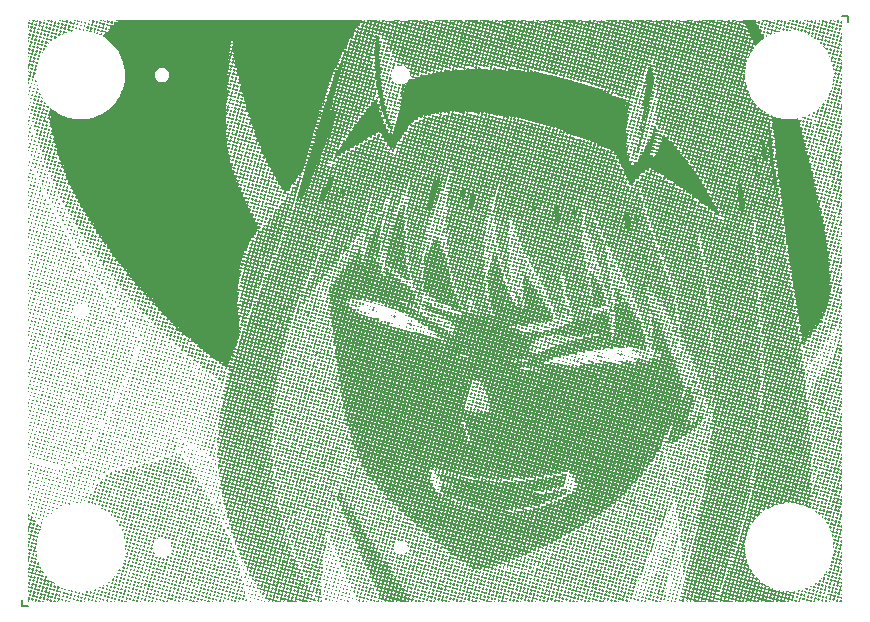
<source format=gbo>
%FSLAX46Y46*%
%MOMM*%
%ADD10C,0.15*%
D10*
%LPD*%
G01X110000000Y-140000000D02*
X110500000D01*
X110000000Y-139500000D02*
Y-140000000D01*
X180000000Y-90000000D02*
Y-90500000D01*
X179500000Y-90000000D02*
X180000000D01*
G36*
X175969231Y-90400000D02*
G37*
G36*
X114184615D02*
G37*
G36*
X177215385D02*
X177276923D01*
X177246154Y-90415385D01*
X177215385Y-90400000D01*
G37*
G36*
X172446154D02*
X172492308D01*
X172446154D01*
G37*
G36*
X110646154D02*
X110707692D01*
X110676923Y-90415385D01*
X110646154Y-90400000D01*
G37*
G36*
X173723077Y-90430769D02*
X173707692Y-90400000D01*
X173800000D01*
X173769231Y-90415385D01*
X173723077Y-90430769D01*
G37*
G36*
X178507692Y-90446154D02*
X178476923Y-90400000D01*
X178584615D01*
X178538462Y-90430769D01*
X178507692Y-90446154D01*
G37*
G36*
X116707692D02*
X116676923Y-90400000D01*
X116784615D01*
X116738462Y-90430769D01*
X116707692Y-90446154D01*
G37*
G36*
X111923077D02*
X111907692Y-90400000D01*
X112000000D01*
X111969231Y-90415385D01*
X111923077Y-90446154D01*
G37*
G36*
X175000000Y-90461538D02*
X174984615Y-90430769D01*
X174953846Y-90400000D01*
X175107692D01*
X175061538Y-90415385D01*
X175030769Y-90446154D01*
X175000000Y-90461538D01*
G37*
G36*
X115738462D02*
X115707692Y-90400000D01*
X115769231D01*
X115753846Y-90430769D01*
X115738462Y-90461538D01*
G37*
G36*
X113184615Y-90446154D02*
Y-90430769D01*
X113153846Y-90400000D01*
X113307692D01*
X113246154Y-90430769D01*
X113215385Y-90461538D01*
X113184615Y-90446154D01*
G37*
G36*
X176246154Y-90461538D02*
X176215385Y-90400000D01*
X176415385D01*
X176384615Y-90415385D01*
X176338462Y-90430769D01*
X176307692Y-90461538D01*
X176276923Y-90476923D01*
X176246154Y-90461538D01*
G37*
G36*
X114446154D02*
X114415385Y-90400000D01*
X114630769D01*
X114600000Y-90415385D01*
X114553846Y-90430769D01*
X114523077Y-90461538D01*
X114492308Y-90476923D01*
X114446154Y-90461538D01*
G37*
G36*
X172738462Y-90476923D02*
Y-90461538D01*
X172707692Y-90430769D01*
X172692308Y-90400000D01*
X172923077D01*
X172861538Y-90430769D01*
X172784615Y-90492308D01*
X172738462Y-90476923D01*
G37*
G36*
X110938462D02*
Y-90461538D01*
X110907692Y-90430769D01*
X110892308Y-90400000D01*
X111123077D01*
X111092308Y-90430769D01*
X111046154Y-90446154D01*
X110984615Y-90492308D01*
X110938462Y-90476923D01*
G37*
G36*
X177538462Y-90507692D02*
X177492308Y-90446154D01*
X177476923Y-90400000D01*
X177692308Y-90415385D01*
X177661538Y-90430769D01*
X177615385Y-90446154D01*
X177569231Y-90476923D01*
X177538462Y-90507692D01*
G37*
G36*
X174015385D02*
X173984615Y-90461538D01*
X173953846Y-90400000D01*
X174184615D01*
Y-90430769D01*
X174107692Y-90476923D01*
X174046154Y-90507692D01*
X174015385D01*
G37*
G36*
X178784615D02*
X178769231Y-90461538D01*
X178738462Y-90430769D01*
X178723077Y-90400000D01*
X178969231Y-90430769D01*
X178923077Y-90446154D01*
X178846154Y-90492308D01*
X178815385Y-90523077D01*
X178784615Y-90507692D01*
G37*
G36*
X116984615D02*
X116969231Y-90476923D01*
X116923077Y-90400000D01*
X117153846Y-90446154D01*
X117107692Y-90461538D01*
X117076923Y-90492308D01*
X117015385Y-90523077D01*
X116984615Y-90507692D01*
G37*
G36*
X112230769Y-90523077D02*
X112200000Y-90492308D01*
X112153846Y-90400000D01*
X112384615D01*
X112369231Y-90446154D01*
X112323077Y-90461538D01*
X112292308Y-90492308D01*
X112230769Y-90523077D01*
G37*
G36*
X175276923D02*
X175261538Y-90476923D01*
X175230769Y-90446154D01*
X175215385Y-90400000D01*
X175430769D01*
X175461538Y-90446154D01*
X175415385Y-90476923D01*
X175338462Y-90507692D01*
X175307692Y-90538462D01*
X175276923Y-90523077D01*
G37*
G36*
X113476923D02*
X113461538Y-90476923D01*
X113430769Y-90446154D01*
X113415385Y-90400000D01*
X113646154Y-90415385D01*
X113661538Y-90446154D01*
X113569231Y-90507692D01*
X113507692Y-90538462D01*
X113476923Y-90523077D01*
G37*
G36*
X176553846Y-90553846D02*
X176538462Y-90523077D01*
X176507692Y-90476923D01*
X176476923Y-90430769D01*
X176461538Y-90400000D01*
X176707692Y-90415385D01*
Y-90430769D01*
X176723077Y-90461538D01*
X176692308Y-90492308D01*
X176630769Y-90523077D01*
X176584615Y-90553846D01*
X176553846D01*
G37*
G36*
X114753846Y-90569231D02*
X114738462Y-90538462D01*
X114723077Y-90492308D01*
X114692308Y-90461538D01*
X114661538Y-90400000D01*
X114907692Y-90415385D01*
Y-90430769D01*
X114923077Y-90461538D01*
X114892308Y-90492308D01*
X114800000Y-90553846D01*
X114753846Y-90569231D01*
G37*
G36*
X111230769Y-90553846D02*
X111215385Y-90523077D01*
X111169231Y-90446154D01*
X111153846Y-90415385D01*
X111369231Y-90400000D01*
X111400000Y-90430769D01*
X111415385Y-90461538D01*
Y-90492308D01*
X111338462Y-90538462D01*
X111276923Y-90569231D01*
X111230769Y-90553846D01*
G37*
G36*
X177830769Y-90584615D02*
X177800000Y-90538462D01*
X177784615Y-90492308D01*
X177753846Y-90461538D01*
Y-90400000D01*
X177953846D01*
X177984615Y-90446154D01*
X178000000Y-90492308D01*
X177969231Y-90507692D01*
X177923077Y-90523077D01*
X177892308Y-90553846D01*
X177830769Y-90584615D01*
G37*
G36*
X116030769D02*
X116000000Y-90538462D01*
X115969231Y-90461538D01*
X115938462Y-90415385D01*
X115969231Y-90400000D01*
X116138462D01*
X116169231Y-90430769D01*
X116184615Y-90461538D01*
X116169231Y-90507692D01*
X116123077Y-90523077D01*
X116092308Y-90553846D01*
X116030769Y-90584615D01*
G37*
G36*
X179092308Y-90600000D02*
X179061538Y-90553846D01*
X179000000Y-90430769D01*
X179046154Y-90400000D01*
X179200000D01*
X179230769Y-90430769D01*
X179246154Y-90523077D01*
X179200000Y-90538462D01*
X179169231Y-90569231D01*
X179092308Y-90600000D01*
G37*
G36*
X174323077D02*
X174292308Y-90553846D01*
X174276923Y-90507692D01*
X174246154Y-90476923D01*
X174230769Y-90430769D01*
X174261538Y-90400000D01*
X174446154Y-90415385D01*
Y-90430769D01*
X174476923Y-90461538D01*
X174492308Y-90507692D01*
X174461538Y-90523077D01*
X174415385Y-90538462D01*
X174384615Y-90569231D01*
X174323077Y-90600000D01*
G37*
G36*
X117292308D02*
X117261538Y-90553846D01*
X117246154Y-90507692D01*
X117215385Y-90476923D01*
X117200000Y-90446154D01*
X117261538Y-90400000D01*
X117415385Y-90415385D01*
Y-90430769D01*
X117446154Y-90461538D01*
X117461538Y-90507692D01*
X117430769Y-90538462D01*
X117369231Y-90569231D01*
X117323077Y-90600000D01*
X117292308D01*
G37*
G36*
X112507692Y-90584615D02*
Y-90569231D01*
X112476923Y-90538462D01*
X112461538Y-90492308D01*
X112446154Y-90415385D01*
X112476923Y-90400000D01*
X112646154Y-90415385D01*
X112661538Y-90446154D01*
X112692308Y-90507692D01*
X112646154Y-90538462D01*
X112569231Y-90569231D01*
X112538462Y-90600000D01*
X112507692Y-90584615D01*
G37*
G36*
X175584615Y-90615385D02*
X175553846Y-90569231D01*
X175523077Y-90492308D01*
X175492308Y-90446154D01*
X175538462Y-90415385D01*
X175569231Y-90400000D01*
X175692308D01*
X175723077Y-90446154D01*
X175738462Y-90538462D01*
X175692308Y-90553846D01*
X175661538Y-90584615D01*
X175584615Y-90615385D01*
G37*
G36*
X115061538Y-90569231D02*
X115000000Y-90476923D01*
X115076923Y-90430769D01*
X115138462D01*
X115184615Y-90538462D01*
X115153846Y-90553846D01*
X115107692Y-90569231D01*
X115076923Y-90615385D01*
X115061538Y-90569231D01*
G37*
G36*
X113769231Y-90600000D02*
X113753846Y-90569231D01*
X113707692Y-90492308D01*
X113692308Y-90461538D01*
X113723077Y-90430769D01*
X113753846Y-90415385D01*
X113784615Y-90400000D01*
X113892308D01*
X113907692Y-90430769D01*
X113923077Y-90476923D01*
X113953846Y-90523077D01*
X113923077Y-90553846D01*
X113815385Y-90615385D01*
X113769231Y-90600000D01*
G37*
G36*
X176846154Y-90630769D02*
X176830769Y-90600000D01*
X176815385Y-90553846D01*
X176784615Y-90523077D01*
X176769231Y-90492308D01*
Y-90461538D01*
X176815385Y-90430769D01*
X176846154Y-90415385D01*
X176876923Y-90400000D01*
X176953846D01*
X176969231Y-90430769D01*
X176984615Y-90476923D01*
X177015385Y-90507692D01*
X177030769Y-90538462D01*
X176938462Y-90600000D01*
X176876923Y-90630769D01*
X176846154D01*
G37*
G36*
X178123077Y-90661538D02*
X178092308Y-90615385D01*
X178061538Y-90538462D01*
X178046154Y-90476923D01*
X178092308Y-90461538D01*
X178123077Y-90430769D01*
X178215385Y-90415385D01*
X178230769Y-90461538D01*
X178261538Y-90492308D01*
X178292308Y-90569231D01*
X178246154Y-90600000D01*
X178169231Y-90630769D01*
X178123077Y-90661538D01*
G37*
G36*
X173353846D02*
X173307692Y-90600000D01*
X173276923Y-90523077D01*
X173230769Y-90476923D01*
X173200000Y-90492308D01*
X173169231Y-90507692D01*
X173138462Y-90538462D01*
X173076923Y-90569231D01*
X173030769Y-90553846D01*
X173015385Y-90507692D01*
X172984615Y-90476923D01*
X172953846Y-90400000D01*
X173184615D01*
X173200000Y-90446154D01*
X173246154Y-90492308D01*
X173307692Y-90446154D01*
X173384615Y-90400000D01*
X173446154Y-90415385D01*
X173461538Y-90461538D01*
X173492308Y-90492308D01*
X173523077Y-90553846D01*
X173492308Y-90584615D01*
X173353846Y-90661538D01*
G37*
G36*
X116323077D02*
X116307692Y-90615385D01*
X116261538Y-90538462D01*
X116230769Y-90492308D01*
X116261538Y-90476923D01*
X116369231Y-90415385D01*
X116415385Y-90430769D01*
Y-90446154D01*
X116446154Y-90476923D01*
X116461538Y-90523077D01*
X116492308Y-90569231D01*
X116446154Y-90600000D01*
X116400000Y-90630769D01*
X116323077Y-90661538D01*
G37*
G36*
X111553846D02*
X111507692Y-90600000D01*
X111492308Y-90553846D01*
X111476923Y-90476923D01*
X111492308D01*
X111523077Y-90446154D01*
X111630769Y-90400000D01*
X111676923Y-90476923D01*
X111707692Y-90538462D01*
X111692308Y-90584615D01*
X111676923D01*
X111646154Y-90615385D01*
X111553846Y-90661538D01*
G37*
G36*
X179369231Y-90646154D02*
X179338462Y-90600000D01*
X179307692Y-90538462D01*
X179323077Y-90492308D01*
X179369231Y-90476923D01*
X179400000Y-90446154D01*
X179461538Y-90415385D01*
Y-90646154D01*
X179446154D01*
X179415385Y-90676923D01*
X179369231Y-90646154D01*
G37*
G36*
X174615385Y-90676923D02*
X174584615Y-90630769D01*
X174553846Y-90553846D01*
X174538462Y-90492308D01*
X174584615Y-90476923D01*
X174615385Y-90446154D01*
X174707692Y-90430769D01*
X174723077Y-90476923D01*
X174753846Y-90507692D01*
X174784615Y-90584615D01*
X174738462Y-90615385D01*
X174615385Y-90676923D01*
G37*
G36*
X172353846Y-90661538D02*
Y-90646154D01*
X172323077Y-90615385D01*
X172292308Y-90538462D01*
X172338462Y-90523077D01*
X172384615Y-90476923D01*
X172430769Y-90446154D01*
X172461538D01*
X172476923Y-90476923D01*
X172538462Y-90584615D01*
X172553846Y-90615385D01*
X172507692Y-90646154D01*
X172476923Y-90661538D01*
X172400000Y-90676923D01*
X172353846Y-90661538D01*
G37*
G36*
X117584615Y-90676923D02*
X117553846Y-90630769D01*
X117507692Y-90538462D01*
Y-90507692D01*
X117538462Y-90492308D01*
X117584615Y-90476923D01*
X117630769Y-90446154D01*
X117661538Y-90415385D01*
X117692308Y-90446154D01*
X117707692Y-90476923D01*
X117723077Y-90507692D01*
X117738462Y-90584615D01*
X117630769Y-90661538D01*
X117584615Y-90676923D01*
G37*
G36*
X115353846Y-90661538D02*
X115338462Y-90615385D01*
X115307692Y-90584615D01*
Y-90553846D01*
X115338462Y-90538462D01*
X115415385Y-90507692D01*
X115430769Y-90553846D01*
X115492308Y-90615385D01*
X115461538D01*
X115415385Y-90661538D01*
X115384615Y-90676923D01*
X115353846Y-90661538D01*
G37*
G36*
X112800000D02*
X112784615Y-90615385D01*
X112753846Y-90584615D01*
X112723077Y-90507692D01*
X112800000Y-90461538D01*
X112892308Y-90415385D01*
X112923077Y-90461538D01*
X112953846Y-90538462D01*
X112969231Y-90600000D01*
X112953846D01*
X112923077Y-90630769D01*
X112876923Y-90646154D01*
X112830769Y-90676923D01*
X112800000Y-90661538D01*
G37*
G36*
X175876923Y-90692308D02*
X175830769Y-90615385D01*
X175800000Y-90553846D01*
X175815385Y-90507692D01*
X175861538Y-90492308D01*
X175892308Y-90461538D01*
X175953846Y-90430769D01*
X176000000Y-90492308D01*
X176015385Y-90538462D01*
X176046154Y-90600000D01*
X176015385Y-90630769D01*
X175953846Y-90661538D01*
X175907692Y-90692308D01*
X175876923D01*
G37*
G36*
X114092308Y-90707692D02*
X114061538Y-90676923D01*
X113984615Y-90538462D01*
X114076923Y-90476923D01*
X114138462Y-90446154D01*
X114169231D01*
X114261538Y-90600000D01*
X114230769Y-90630769D01*
X114153846Y-90676923D01*
X114092308Y-90707692D01*
G37*
G36*
X177153846Y-90723077D02*
X177138462Y-90676923D01*
X177092308Y-90600000D01*
X177076923Y-90538462D01*
X177092308D01*
X177123077Y-90507692D01*
X177200000Y-90461538D01*
X177246154Y-90476923D01*
X177261538Y-90523077D01*
X177292308Y-90553846D01*
X177323077Y-90615385D01*
X177292308Y-90646154D01*
X177215385Y-90692308D01*
X177153846Y-90723077D01*
G37*
G36*
X110584615D02*
X110523077Y-90630769D01*
X110507692Y-90600000D01*
X110523077Y-90523077D01*
X110538462D01*
X110569231Y-90492308D01*
X110630769Y-90461538D01*
X110661538D01*
X110676923Y-90492308D01*
X110692308Y-90538462D01*
X110723077Y-90584615D01*
X110753846Y-90615385D01*
X110692308Y-90661538D01*
X110584615Y-90723077D01*
G37*
G36*
X178415385Y-90738462D02*
X178400000Y-90707692D01*
X178384615Y-90661538D01*
X178353846Y-90630769D01*
X178323077Y-90569231D01*
X178369231Y-90553846D01*
X178400000Y-90523077D01*
X178492308Y-90476923D01*
X178538462Y-90538462D01*
X178584615Y-90615385D01*
X178569231Y-90661538D01*
X178553846D01*
X178523077Y-90692308D01*
X178415385Y-90738462D01*
G37*
G36*
X173630769Y-90723077D02*
X173615385Y-90676923D01*
X173584615Y-90646154D01*
X173553846Y-90569231D01*
X173584615Y-90538462D01*
X173723077Y-90476923D01*
X173753846Y-90523077D01*
X173815385Y-90630769D01*
X173769231Y-90646154D01*
X173707692Y-90707692D01*
X173661538Y-90738462D01*
X173630769Y-90723077D01*
G37*
G36*
X116615385Y-90738462D02*
X116600000Y-90707692D01*
X116584615Y-90661538D01*
X116553846Y-90630769D01*
X116538462Y-90600000D01*
Y-90569231D01*
X116615385Y-90523077D01*
X116676923Y-90492308D01*
X116707692D01*
X116723077Y-90523077D01*
X116738462Y-90569231D01*
X116769231Y-90600000D01*
X116784615Y-90630769D01*
Y-90661538D01*
X116753846Y-90676923D01*
X116692308Y-90707692D01*
X116646154Y-90738462D01*
X116615385D01*
G37*
G36*
X111830769Y-90723077D02*
X111815385Y-90692308D01*
X111800000Y-90646154D01*
X111769231Y-90615385D01*
Y-90553846D01*
X111800000Y-90538462D01*
X111846154Y-90523077D01*
X111876923Y-90492308D01*
X111923077Y-90476923D01*
X111953846Y-90523077D01*
X112000000Y-90600000D01*
Y-90661538D01*
X111969231Y-90676923D01*
X111923077Y-90692308D01*
X111892308Y-90723077D01*
X111861538Y-90738462D01*
X111830769Y-90723077D01*
G37*
G36*
X174907692Y-90753846D02*
X174861538Y-90676923D01*
X174815385Y-90584615D01*
X174861538Y-90569231D01*
X174892308Y-90538462D01*
X174984615Y-90492308D01*
X175030769Y-90553846D01*
X175076923Y-90630769D01*
X175061538Y-90676923D01*
X175046154D01*
X175015385Y-90707692D01*
X174907692Y-90753846D01*
G37*
G36*
X113107692D02*
X113076923Y-90707692D01*
X113015385Y-90600000D01*
X113046154Y-90569231D01*
X113153846Y-90507692D01*
X113184615Y-90492308D01*
X113246154Y-90584615D01*
X113276923Y-90646154D01*
Y-90676923D01*
X113246154Y-90692308D01*
X113200000Y-90707692D01*
X113169231Y-90738462D01*
X113138462Y-90753846D01*
X113107692D01*
G37*
G36*
X176153846Y-90738462D02*
X176092308Y-90600000D01*
X176169231Y-90553846D01*
X176230769Y-90523077D01*
X176276923Y-90538462D01*
X176292308Y-90584615D01*
X176323077Y-90615385D01*
X176353846Y-90676923D01*
X176292308Y-90723077D01*
X176246154Y-90738462D01*
X176200000Y-90769231D01*
X176153846Y-90738462D01*
G37*
G36*
X114384615Y-90784615D02*
X114353846Y-90738462D01*
X114338462Y-90692308D01*
X114307692Y-90661538D01*
X114292308Y-90630769D01*
Y-90600000D01*
X114323077Y-90584615D01*
X114430769Y-90523077D01*
X114476923Y-90538462D01*
X114492308Y-90569231D01*
X114507692Y-90615385D01*
X114538462Y-90646154D01*
X114553846Y-90692308D01*
X114507692Y-90723077D01*
X114384615Y-90784615D01*
G37*
G36*
X177446154Y-90800000D02*
X177430769Y-90769231D01*
X177415385Y-90723077D01*
X177384615Y-90692308D01*
X177353846Y-90630769D01*
X177400000Y-90600000D01*
X177446154Y-90584615D01*
X177476923Y-90553846D01*
X177523077Y-90538462D01*
X177553846Y-90569231D01*
X177615385Y-90676923D01*
X177600000Y-90723077D01*
X177569231Y-90738462D01*
X177523077Y-90753846D01*
X177492308Y-90784615D01*
X177446154Y-90800000D01*
G37*
G36*
X172676923D02*
X172646154Y-90753846D01*
X172630769Y-90707692D01*
X172600000Y-90676923D01*
X172584615Y-90646154D01*
Y-90615385D01*
X172630769Y-90584615D01*
X172707692Y-90553846D01*
X172753846Y-90523077D01*
X172769231Y-90553846D01*
X172784615Y-90600000D01*
X172846154Y-90676923D01*
Y-90707692D01*
X172815385Y-90723077D01*
X172707692Y-90784615D01*
X172676923Y-90800000D01*
G37*
G36*
X115661538D02*
X115646154Y-90769231D01*
X115630769Y-90753846D01*
X115615385Y-90676923D01*
X115630769Y-90630769D01*
X115646154D01*
X115676923Y-90600000D01*
X115707692Y-90584615D01*
X115738462Y-90600000D01*
X115800000Y-90661538D01*
Y-90723077D01*
X115769231Y-90738462D01*
X115692308Y-90784615D01*
X115661538Y-90800000D01*
G37*
G36*
X114676923D02*
X114646154Y-90784615D01*
X114600000Y-90738462D01*
Y-90676923D01*
X114630769Y-90661538D01*
X114676923Y-90646154D01*
X114707692Y-90615385D01*
X114769231D01*
Y-90707692D01*
X114830769Y-90753846D01*
X114769231Y-90769231D01*
X114707692Y-90800000D01*
X114676923D01*
G37*
G36*
X110876923D02*
X110846154Y-90753846D01*
X110830769Y-90707692D01*
X110800000Y-90676923D01*
X110784615Y-90630769D01*
X110815385Y-90600000D01*
X110923077Y-90538462D01*
X110969231Y-90553846D01*
X110984615Y-90584615D01*
X111015385Y-90661538D01*
X111046154Y-90707692D01*
X111015385Y-90723077D01*
X110969231Y-90738462D01*
X110938462Y-90769231D01*
X110876923Y-90800000D01*
G37*
G36*
X178692308Y-90784615D02*
X178630769Y-90676923D01*
X178646154Y-90630769D01*
X178676923Y-90615385D01*
X178723077Y-90600000D01*
X178753846Y-90569231D01*
X178800000Y-90553846D01*
X178815385Y-90584615D01*
X178830769Y-90630769D01*
X178861538Y-90661538D01*
X178892308Y-90723077D01*
X178846154Y-90753846D01*
X178800000Y-90769231D01*
X178769231Y-90800000D01*
X178738462Y-90815385D01*
X178692308Y-90784615D01*
G37*
G36*
X173938462Y-90815385D02*
X173923077Y-90784615D01*
X173861538Y-90676923D01*
X173846154Y-90646154D01*
X173892308Y-90615385D01*
X173938462Y-90600000D01*
X173969231Y-90569231D01*
X174030769D01*
Y-90584615D01*
X174061538Y-90615385D01*
X174107692Y-90692308D01*
X174092308Y-90738462D01*
X174061538Y-90753846D01*
X173984615Y-90784615D01*
X173938462Y-90815385D01*
G37*
G36*
X112138462D02*
X112107692Y-90769231D01*
X112076923Y-90692308D01*
X112046154Y-90646154D01*
X112123077Y-90600000D01*
X112215385Y-90553846D01*
X112276923Y-90646154D01*
X112292308Y-90738462D01*
X112276923D01*
X112246154Y-90769231D01*
X112138462Y-90815385D01*
G37*
G36*
X175184615Y-90800000D02*
X175123077Y-90692308D01*
X175138462Y-90646154D01*
X175169231Y-90630769D01*
X175215385Y-90615385D01*
X175246154Y-90584615D01*
X175292308Y-90569231D01*
X175307692Y-90600000D01*
X175323077Y-90646154D01*
X175353846Y-90676923D01*
X175384615Y-90738462D01*
X175338462Y-90769231D01*
X175292308Y-90784615D01*
X175261538Y-90815385D01*
X175230769Y-90830769D01*
X175184615Y-90800000D01*
G37*
G36*
X116923077Y-90830769D02*
X116892308Y-90784615D01*
X116846154Y-90707692D01*
X116830769Y-90676923D01*
Y-90646154D01*
X116861538Y-90630769D01*
X116907692Y-90615385D01*
X116938462Y-90584615D01*
X116969231Y-90569231D01*
X117000000D01*
X117030769Y-90615385D01*
X117046154Y-90661538D01*
X117076923Y-90692308D01*
X117092308Y-90723077D01*
X117030769Y-90769231D01*
X116923077Y-90830769D01*
G37*
G36*
X176461538D02*
Y-90815385D01*
X176430769Y-90784615D01*
X176384615Y-90692308D01*
X176415385Y-90661538D01*
X176523077Y-90600000D01*
X176569231Y-90615385D01*
Y-90630769D01*
X176600000Y-90661538D01*
X176646154Y-90769231D01*
X176615385Y-90784615D01*
X176569231Y-90800000D01*
X176538462Y-90830769D01*
X176507692Y-90846154D01*
X176461538Y-90830769D01*
G37*
G36*
X113415385Y-90846154D02*
X113384615Y-90800000D01*
X113353846Y-90753846D01*
X113323077Y-90692308D01*
Y-90661538D01*
X113353846Y-90646154D01*
X113400000Y-90630769D01*
X113430769Y-90600000D01*
X113461538Y-90584615D01*
X113492308D01*
X113523077Y-90630769D01*
X113584615Y-90738462D01*
X113523077Y-90784615D01*
X113476923Y-90800000D01*
X113446154Y-90830769D01*
X113415385Y-90846154D01*
G37*
G36*
X177753846Y-90876923D02*
X177723077Y-90846154D01*
X177661538Y-90738462D01*
X177676923Y-90692308D01*
X177692308D01*
X177723077Y-90661538D01*
X177830769Y-90615385D01*
X177846154Y-90646154D01*
X177861538Y-90692308D01*
X177892308Y-90723077D01*
X177907692Y-90753846D01*
X177892308Y-90800000D01*
X177876923D01*
X177846154Y-90830769D01*
X177753846Y-90876923D01*
G37*
G36*
X172969231D02*
X172938462Y-90830769D01*
X172907692Y-90753846D01*
X172876923Y-90707692D01*
X172907692Y-90676923D01*
X172984615Y-90630769D01*
X173046154Y-90600000D01*
X173076923Y-90646154D01*
X173092308Y-90692308D01*
X173123077Y-90723077D01*
X173138462Y-90753846D01*
Y-90784615D01*
X173092308Y-90815385D01*
X172969231Y-90876923D01*
G37*
G36*
X115938462Y-90861538D02*
Y-90846154D01*
X115907692Y-90815385D01*
X115861538Y-90707692D01*
X115892308Y-90692308D01*
X115938462Y-90676923D01*
X115969231Y-90646154D01*
X116000000Y-90630769D01*
X116030769D01*
X116061538Y-90676923D01*
X116076923Y-90723077D01*
X116092308Y-90800000D01*
X116076923D01*
X116000000Y-90861538D01*
X115969231Y-90876923D01*
X115938462Y-90861538D01*
G37*
G36*
X111169231Y-90876923D02*
X111153846Y-90830769D01*
X111107692Y-90753846D01*
X111076923Y-90707692D01*
X111123077Y-90676923D01*
X111200000Y-90646154D01*
X111261538Y-90630769D01*
X111276923Y-90661538D01*
X111292308Y-90707692D01*
X111323077Y-90738462D01*
X111338462Y-90784615D01*
X111292308Y-90815385D01*
X111246154Y-90846154D01*
X111169231Y-90876923D01*
G37*
G36*
X179000000D02*
X178984615Y-90830769D01*
X178953846Y-90800000D01*
X178923077Y-90723077D01*
X178953846Y-90707692D01*
X179000000Y-90692308D01*
X179030769Y-90661538D01*
X179092308Y-90630769D01*
X179107692Y-90676923D01*
X179153846Y-90753846D01*
X179169231Y-90815385D01*
X179153846D01*
X179123077Y-90846154D01*
X179046154Y-90892308D01*
X179000000Y-90876923D01*
G37*
G36*
X174215385Y-90861538D02*
X174153846Y-90753846D01*
X174169231Y-90707692D01*
X174215385Y-90692308D01*
X174246154Y-90661538D01*
X174323077Y-90630769D01*
X174338462Y-90661538D01*
X174353846Y-90707692D01*
X174384615Y-90738462D01*
X174400000Y-90769231D01*
X174384615Y-90815385D01*
X174261538Y-90892308D01*
X174215385Y-90861538D01*
G37*
G36*
X114984615Y-90892308D02*
X114969231Y-90861538D01*
X114953846Y-90769231D01*
X114969231D01*
X115000000Y-90738462D01*
X115030769Y-90723077D01*
X115076923Y-90784615D01*
X115092308Y-90830769D01*
X115046154Y-90876923D01*
X115015385Y-90892308D01*
X114984615D01*
G37*
G36*
X112430769D02*
X112415385Y-90861538D01*
X112400000Y-90815385D01*
X112369231Y-90784615D01*
X112353846Y-90753846D01*
Y-90723077D01*
X112400000Y-90692308D01*
X112507692Y-90630769D01*
X112553846Y-90692308D01*
X112569231Y-90738462D01*
X112600000Y-90769231D01*
X112615385Y-90800000D01*
X112523077Y-90861538D01*
X112461538Y-90892308D01*
X112430769D01*
G37*
G36*
X175492308D02*
Y-90876923D01*
X175461538Y-90846154D01*
X175415385Y-90738462D01*
X175446154Y-90723077D01*
X175492308Y-90707692D01*
X175523077Y-90676923D01*
X175584615Y-90646154D01*
X175600000Y-90692308D01*
X175630769Y-90723077D01*
X175676923Y-90815385D01*
X175615385Y-90861538D01*
X175538462Y-90907692D01*
X175492308Y-90892308D01*
G37*
G36*
X117200000D02*
Y-90861538D01*
X117123077Y-90738462D01*
X117184615Y-90692308D01*
X117230769Y-90676923D01*
X117307692Y-90661538D01*
Y-90676923D01*
X117338462Y-90707692D01*
X117384615Y-90784615D01*
X117369231Y-90830769D01*
X117338462Y-90846154D01*
X117292308Y-90861538D01*
X117261538Y-90892308D01*
X117230769Y-90907692D01*
X117200000Y-90892308D01*
G37*
G36*
X113707692Y-90923077D02*
X113692308Y-90876923D01*
X113661538Y-90846154D01*
X113615385Y-90753846D01*
X113676923Y-90707692D01*
X113723077Y-90692308D01*
X113800000Y-90676923D01*
Y-90692308D01*
X113830769Y-90723077D01*
X113876923Y-90830769D01*
X113800000Y-90876923D01*
X113707692Y-90923077D01*
G37*
G36*
X176784615Y-90938462D02*
X176707692Y-90830769D01*
X176676923Y-90769231D01*
X176723077Y-90738462D01*
X176800000Y-90707692D01*
X176846154Y-90676923D01*
X176876923Y-90707692D01*
X176923077Y-90784615D01*
X176938462Y-90815385D01*
Y-90846154D01*
X176892308Y-90876923D01*
X176846154Y-90907692D01*
X176784615Y-90938462D01*
G37*
G36*
X178030769D02*
X178015385Y-90892308D01*
X177984615Y-90861538D01*
X177953846Y-90784615D01*
X178000000Y-90753846D01*
X178076923Y-90723077D01*
X178123077Y-90692308D01*
X178153846Y-90738462D01*
X178184615Y-90815385D01*
X178200000Y-90876923D01*
X178153846Y-90892308D01*
X178123077Y-90923077D01*
X178061538Y-90953846D01*
X178030769Y-90938462D01*
G37*
G36*
X173261538Y-90953846D02*
X173215385Y-90876923D01*
X173169231Y-90784615D01*
X173261538Y-90723077D01*
X173323077Y-90692308D01*
X173353846D01*
X173369231Y-90738462D01*
X173415385Y-90815385D01*
X173446154Y-90861538D01*
X173415385Y-90876923D01*
X173338462Y-90907692D01*
X173307692Y-90938462D01*
X173261538Y-90953846D01*
G37*
G36*
X116230769Y-90938462D02*
X116215385Y-90892308D01*
X116184615Y-90861538D01*
X116153846Y-90800000D01*
X116184615Y-90769231D01*
X116338462Y-90723077D01*
X116353846Y-90753846D01*
X116400000Y-90830769D01*
X116415385Y-90861538D01*
X116353846Y-90907692D01*
X116307692Y-90923077D01*
X116261538Y-90953846D01*
X116230769Y-90938462D01*
G37*
G36*
X115261538Y-90923077D02*
Y-90907692D01*
X115230769Y-90861538D01*
X115292308Y-90815385D01*
X115323077Y-90800000D01*
X115353846D01*
Y-90830769D01*
X115369231Y-90846154D01*
Y-90938462D01*
X115307692Y-90953846D01*
X115261538Y-90923077D01*
G37*
G36*
X111461538Y-90953846D02*
X111446154Y-90923077D01*
X111430769Y-90876923D01*
X111400000Y-90846154D01*
X111384615Y-90815385D01*
X111400000Y-90769231D01*
X111446154Y-90753846D01*
X111476923Y-90723077D01*
X111538462Y-90692308D01*
X111569231Y-90723077D01*
X111630769Y-90830769D01*
Y-90861538D01*
X111600000Y-90892308D01*
X111461538Y-90953846D01*
G37*
G36*
X179292308D02*
X179276923Y-90923077D01*
X179230769Y-90846154D01*
X179215385Y-90815385D01*
X179276923Y-90769231D01*
X179369231Y-90723077D01*
X179400000D01*
X179415385Y-90753846D01*
X179430769Y-90800000D01*
X179461538Y-90830769D01*
X179476923Y-90861538D01*
Y-90892308D01*
X179400000Y-90938462D01*
X179338462Y-90969231D01*
X179292308Y-90953846D01*
G37*
G36*
X174523077D02*
X174507692Y-90907692D01*
X174476923Y-90876923D01*
X174446154Y-90800000D01*
X174492308Y-90769231D01*
X174569231Y-90738462D01*
X174615385Y-90707692D01*
X174630769Y-90738462D01*
X174646154Y-90784615D01*
X174692308Y-90892308D01*
X174646154Y-90907692D01*
X174615385Y-90938462D01*
X174553846Y-90969231D01*
X174523077Y-90953846D01*
G37*
G36*
X112738462Y-90969231D02*
X112707692Y-90938462D01*
X112676923Y-90876923D01*
X112646154Y-90830769D01*
Y-90800000D01*
X112676923Y-90784615D01*
X112723077Y-90769231D01*
X112753846Y-90738462D01*
X112784615Y-90723077D01*
X112830769Y-90738462D01*
X112846154Y-90784615D01*
X112876923Y-90815385D01*
X112907692Y-90876923D01*
X112876923Y-90907692D01*
X112769231Y-90969231D01*
X112738462D01*
G37*
G36*
X175784615D02*
X175769231Y-90938462D01*
X175723077Y-90861538D01*
X175707692Y-90830769D01*
X175769231Y-90784615D01*
X175815385Y-90769231D01*
X175876923Y-90738462D01*
X175907692Y-90769231D01*
X175953846Y-90846154D01*
X175969231Y-90876923D01*
Y-90907692D01*
X175892308Y-90953846D01*
X175830769Y-90984615D01*
X175784615Y-90969231D01*
G37*
G36*
X114015385Y-91000000D02*
X113969231Y-90953846D01*
X113907692Y-90830769D01*
X113953846Y-90800000D01*
X114000000Y-90769231D01*
X114061538Y-90738462D01*
X114092308D01*
X114107692Y-90769231D01*
X114123077Y-90815385D01*
X114153846Y-90846154D01*
X114169231Y-90876923D01*
X114153846Y-90923077D01*
X114138462D01*
X114107692Y-90953846D01*
X114015385Y-91000000D01*
G37*
G36*
X177076923Y-91015385D02*
X177015385Y-90923077D01*
X177000000Y-90830769D01*
X177046154Y-90815385D01*
X177076923Y-90784615D01*
X177153846Y-90753846D01*
X177184615Y-90800000D01*
X177246154Y-90923077D01*
X177200000Y-90953846D01*
X177076923Y-91015385D01*
G37*
G36*
X110507692D02*
X110523077Y-90769231D01*
X110538462D01*
X110584615D01*
Y-90784615D01*
X110615385Y-90815385D01*
X110630769Y-90861538D01*
X110646154Y-90938462D01*
X110615385Y-90953846D01*
X110600000D01*
X110538462Y-91000000D01*
X110507692Y-91015385D01*
G37*
G36*
X178323077D02*
X178307692Y-90984615D01*
X178292308Y-90938462D01*
X178261538Y-90907692D01*
X178246154Y-90861538D01*
X178276923Y-90846154D01*
X178323077Y-90830769D01*
X178353846Y-90800000D01*
X178415385Y-90769231D01*
X178446154Y-90815385D01*
X178461538Y-90861538D01*
X178492308Y-90892308D01*
X178507692Y-90938462D01*
X178476923Y-90969231D01*
X178369231Y-91030769D01*
X178323077Y-91015385D01*
G37*
G36*
X173538462Y-91000000D02*
X173476923Y-90892308D01*
X173492308Y-90846154D01*
X173507692D01*
X173538462Y-90815385D01*
X173584615Y-90800000D01*
X173661538Y-90784615D01*
X173676923Y-90815385D01*
X173707692Y-90892308D01*
X173723077Y-90953846D01*
X173692308Y-90969231D01*
X173646154Y-90984615D01*
X173615385Y-91015385D01*
X173584615Y-91030769D01*
X173538462Y-91000000D01*
G37*
G36*
X116538462Y-91030769D02*
X116507692Y-90984615D01*
X116492308Y-90938462D01*
X116461538Y-90876923D01*
X116492308Y-90846154D01*
X116569231Y-90800000D01*
X116630769D01*
Y-90815385D01*
X116661538Y-90846154D01*
X116707692Y-90923077D01*
Y-90953846D01*
X116630769Y-91000000D01*
X116569231Y-91030769D01*
X116538462D01*
G37*
G36*
X111753846Y-91015385D02*
Y-91000000D01*
X111723077Y-90969231D01*
X111676923Y-90892308D01*
Y-90861538D01*
X111723077Y-90846154D01*
X111800000Y-90800000D01*
X111846154Y-90769231D01*
X111861538Y-90800000D01*
X111876923Y-90846154D01*
X111907692Y-90876923D01*
X111938462Y-90938462D01*
X111892308Y-90969231D01*
X111846154Y-90984615D01*
X111815385Y-91015385D01*
X111784615Y-91030769D01*
X111753846Y-91015385D01*
G37*
G36*
X174815385Y-91030769D02*
X174800000Y-91000000D01*
X174753846Y-90923077D01*
X174738462Y-90892308D01*
X174769231Y-90861538D01*
X174846154Y-90815385D01*
X174907692Y-90784615D01*
X174938462Y-90830769D01*
X174953846Y-90876923D01*
X174984615Y-90907692D01*
X175000000Y-90953846D01*
X174969231Y-90984615D01*
X174861538Y-91046154D01*
X174815385Y-91030769D01*
G37*
G36*
X113030769Y-91061538D02*
X113015385Y-91030769D01*
X113000000Y-90984615D01*
X112969231Y-90953846D01*
X112938462Y-90892308D01*
X113030769Y-90830769D01*
X113123077Y-90815385D01*
Y-90830769D01*
X113153846Y-90861538D01*
X113200000Y-90938462D01*
Y-90969231D01*
X113153846Y-90984615D01*
X113076923Y-91030769D01*
X113030769Y-91061538D01*
G37*
G36*
X176107692Y-91076923D02*
X176061538Y-91015385D01*
X176046154Y-90969231D01*
X176030769Y-90892308D01*
X176046154D01*
X176123077Y-90830769D01*
X176153846Y-90815385D01*
X176184615D01*
X176230769Y-90892308D01*
X176261538Y-90953846D01*
X176246154Y-91000000D01*
X176215385Y-91015385D01*
X176138462Y-91061538D01*
X176107692Y-91076923D01*
G37*
G36*
X172553846Y-91030769D02*
Y-90984615D01*
X172507692Y-90923077D01*
X172553846Y-90907692D01*
X172615385Y-90846154D01*
X172646154Y-90830769D01*
X172676923D01*
X172707692Y-90876923D01*
X172738462Y-90953846D01*
X172769231Y-91000000D01*
X172738462Y-91015385D01*
X172615385Y-91076923D01*
X172553846Y-91030769D01*
G37*
G36*
X114292308Y-91076923D02*
X114276923Y-91046154D01*
X114230769Y-90892308D01*
X114276923Y-90876923D01*
X114307692Y-90846154D01*
X114369231Y-90815385D01*
X114415385Y-90861538D01*
X114461538Y-90953846D01*
Y-90984615D01*
X114400000Y-91030769D01*
X114353846Y-91061538D01*
X114323077Y-91076923D01*
X114292308D01*
G37*
G36*
X177369231Y-91092308D02*
X177338462Y-91046154D01*
X177292308Y-90969231D01*
X177276923Y-90923077D01*
X177323077Y-90907692D01*
X177400000Y-90861538D01*
X177461538Y-90846154D01*
X177476923Y-90876923D01*
X177507692Y-90953846D01*
X177523077Y-91015385D01*
X177476923Y-91030769D01*
X177446154Y-91061538D01*
X177369231Y-91092308D01*
G37*
G36*
X115553846Y-91076923D02*
X115538462Y-91046154D01*
X115492308Y-90953846D01*
Y-90923077D01*
X115523077Y-90907692D01*
X115600000Y-90861538D01*
X115661538D01*
Y-90876923D01*
X115692308Y-90907692D01*
X115738462Y-91000000D01*
X115707692Y-91030769D01*
X115600000Y-91092308D01*
X115553846Y-91076923D01*
G37*
G36*
X110784615D02*
Y-91061538D01*
X110753846Y-91030769D01*
X110738462Y-90984615D01*
X110723077Y-90907692D01*
X110753846Y-90892308D01*
X110830769Y-90846154D01*
X110861538Y-90830769D01*
X110892308Y-90861538D01*
X110923077Y-90907692D01*
X110969231Y-91000000D01*
X110923077Y-91030769D01*
X110846154Y-91061538D01*
X110815385Y-91092308D01*
X110784615Y-91076923D01*
G37*
G36*
X173846154Y-91092308D02*
Y-91076923D01*
X173815385Y-91046154D01*
X173800000Y-91000000D01*
X173784615Y-90923077D01*
X173815385D01*
X173938462Y-90846154D01*
X173969231Y-90892308D01*
X174000000Y-90969231D01*
X174030769Y-91015385D01*
X173969231Y-91030769D01*
X173938462Y-91046154D01*
X173876923Y-91107692D01*
X173846154Y-91092308D01*
G37*
G36*
X114553846Y-91046154D02*
Y-91000000D01*
X114615385Y-90953846D01*
X114646154Y-90938462D01*
X114676923D01*
X114692308Y-90969231D01*
Y-91000000D01*
X114723077Y-91046154D01*
X114661538Y-91076923D01*
X114630769Y-91107692D01*
X114553846Y-91046154D01*
G37*
G36*
X112046154Y-91092308D02*
X112030769Y-91046154D01*
X112000000Y-91015385D01*
X111969231Y-90953846D01*
X112000000Y-90923077D01*
X112107692Y-90861538D01*
X112138462D01*
X112169231Y-90892308D01*
X112200000Y-90953846D01*
X112230769Y-91000000D01*
Y-91030769D01*
X112200000Y-91046154D01*
X112153846Y-91061538D01*
X112123077Y-91092308D01*
X112092308Y-91107692D01*
X112046154Y-91092308D01*
G37*
G36*
X178646154Y-91123077D02*
X178538462Y-90953846D01*
X178707692Y-90846154D01*
X178815385Y-91015385D01*
X178646154Y-91123077D01*
G37*
G36*
X116846154D02*
X116815385Y-91092308D01*
X116753846Y-90984615D01*
Y-90953846D01*
X116784615Y-90923077D01*
X116923077Y-90861538D01*
X116938462Y-90892308D01*
X116953846Y-90938462D01*
X116984615Y-90969231D01*
X117000000Y-91000000D01*
X116984615Y-91046154D01*
X116938462Y-91061538D01*
X116907692Y-91092308D01*
X116846154Y-91123077D01*
G37*
G36*
X175138462Y-91138462D02*
X175030769Y-90969231D01*
X175200000Y-90861538D01*
X175307692Y-91030769D01*
X175138462Y-91138462D01*
G37*
G36*
X113338462D02*
X113307692Y-91107692D01*
X113246154Y-91000000D01*
Y-90969231D01*
X113276923Y-90938462D01*
X113338462Y-90907692D01*
X113384615Y-90876923D01*
X113415385D01*
X113430769Y-90907692D01*
X113446154Y-90953846D01*
X113476923Y-90984615D01*
X113492308Y-91015385D01*
X113476923Y-91061538D01*
X113430769Y-91076923D01*
X113400000Y-91107692D01*
X113338462Y-91138462D01*
G37*
G36*
X176384615D02*
X176369231Y-91107692D01*
X176338462Y-91030769D01*
X176323077Y-90969231D01*
X176353846Y-90953846D01*
X176400000Y-90938462D01*
X176430769Y-90907692D01*
X176476923Y-90892308D01*
X176507692Y-90938462D01*
X176553846Y-91015385D01*
X176569231Y-91061538D01*
X176523077Y-91092308D01*
X176446154Y-91123077D01*
X176415385Y-91153846D01*
X176384615Y-91138462D01*
G37*
G36*
X177661538Y-91169231D02*
X177615385Y-91092308D01*
X177584615Y-91030769D01*
X177600000Y-90984615D01*
X177630769Y-90969231D01*
X177707692Y-90923077D01*
X177738462Y-90907692D01*
X177784615Y-90969231D01*
X177830769Y-91061538D01*
Y-91092308D01*
X177800000Y-91107692D01*
X177753846Y-91123077D01*
X177723077Y-91153846D01*
X177692308Y-91169231D01*
X177661538D01*
G37*
G36*
X172876923Y-91153846D02*
X172861538Y-91107692D01*
X172830769Y-91076923D01*
X172815385Y-90984615D01*
X172830769D01*
X172861538Y-90953846D01*
X172907692Y-90938462D01*
X172984615Y-90923077D01*
X173000000Y-90969231D01*
X173030769Y-91000000D01*
X173046154Y-91092308D01*
X173000000Y-91107692D01*
X172969231Y-91138462D01*
X172907692Y-91169231D01*
X172876923Y-91153846D01*
G37*
G36*
X115861538Y-91169231D02*
X115815385Y-91092308D01*
X115784615Y-91030769D01*
Y-91000000D01*
X115815385Y-90984615D01*
X115892308Y-90938462D01*
X115938462Y-90923077D01*
X115969231Y-90953846D01*
X116030769Y-91092308D01*
X115953846Y-91138462D01*
X115892308Y-91169231D01*
X115861538D01*
G37*
G36*
X111076923Y-91153846D02*
Y-91138462D01*
X111046154Y-91107692D01*
X111000000Y-91000000D01*
X111046154Y-90969231D01*
X111169231Y-90907692D01*
X111200000Y-90953846D01*
X111261538Y-91076923D01*
X111169231Y-91138462D01*
X111107692Y-91169231D01*
X111076923Y-91153846D01*
G37*
G36*
X174138462Y-91169231D02*
X174123077Y-91138462D01*
X174107692Y-91092308D01*
X174076923Y-91061538D01*
X174061538Y-91015385D01*
X174092308Y-91000000D01*
X174200000Y-90938462D01*
X174230769Y-90923077D01*
X174276923Y-90984615D01*
X174323077Y-91076923D01*
Y-91107692D01*
X174292308Y-91123077D01*
X174246154Y-91138462D01*
X174215385Y-91169231D01*
X174184615Y-91184615D01*
X174138462Y-91169231D01*
G37*
G36*
X117092308Y-91138462D02*
X117076923Y-91092308D01*
X117061538Y-91015385D01*
X117107692Y-91000000D01*
X117138462Y-90969231D01*
X117230769Y-90953846D01*
Y-90984615D01*
X117261538Y-91030769D01*
Y-91061538D01*
X117276923Y-91092308D01*
X117246154Y-91123077D01*
X117153846Y-91184615D01*
X117092308Y-91138462D01*
G37*
G36*
X178938462Y-91200000D02*
X178907692Y-91153846D01*
X178892308Y-91107692D01*
X178861538Y-91076923D01*
X178846154Y-91030769D01*
X178876923Y-91000000D01*
X178984615Y-90938462D01*
X179030769Y-90953846D01*
X179046154Y-90984615D01*
X179061538Y-91030769D01*
X179092308Y-91061538D01*
X179107692Y-91107692D01*
X179076923Y-91123077D01*
X179030769Y-91138462D01*
X179000000Y-91169231D01*
X178938462Y-91200000D01*
G37*
G36*
X114907692D02*
X114892308Y-91169231D01*
X114861538Y-91107692D01*
Y-91076923D01*
X114907692Y-91046154D01*
X114953846Y-91030769D01*
X115046154Y-91123077D01*
X115015385Y-91153846D01*
X114969231Y-91184615D01*
X114938462D01*
X114907692Y-91200000D01*
G37*
G36*
X112369231D02*
X112338462Y-91169231D01*
X112276923Y-91061538D01*
X112261538Y-91030769D01*
X112353846Y-90969231D01*
X112415385Y-90938462D01*
X112446154D01*
X112461538Y-90969231D01*
X112476923Y-91015385D01*
X112507692Y-91046154D01*
X112523077Y-91076923D01*
Y-91107692D01*
X112476923Y-91138462D01*
X112369231Y-91200000D01*
G37*
G36*
X175430769Y-91215385D02*
X175400000Y-91169231D01*
X175384615Y-91123077D01*
X175353846Y-91092308D01*
X175338462Y-91046154D01*
X175369231Y-91015385D01*
X175476923Y-90953846D01*
X175523077Y-90969231D01*
X175538462Y-91000000D01*
X175553846Y-91046154D01*
X175584615Y-91076923D01*
X175600000Y-91123077D01*
X175569231Y-91138462D01*
X175523077Y-91153846D01*
X175492308Y-91184615D01*
X175430769Y-91215385D01*
G37*
G36*
X113615385Y-91200000D02*
X113600000Y-91153846D01*
X113569231Y-91123077D01*
X113538462Y-91046154D01*
X113584615Y-91015385D01*
X113630769Y-90984615D01*
X113723077Y-90969231D01*
X113738462Y-91000000D01*
X113769231Y-91076923D01*
X113784615Y-91138462D01*
X113738462Y-91153846D01*
X113707692Y-91184615D01*
X113646154Y-91215385D01*
X113615385Y-91200000D01*
G37*
G36*
X176692308Y-91230769D02*
X176661538Y-91184615D01*
X176630769Y-91107692D01*
X176600000Y-91061538D01*
X176646154Y-91030769D01*
X176769231Y-90969231D01*
X176830769Y-91061538D01*
X176846154Y-91153846D01*
X176830769D01*
X176800000Y-91184615D01*
X176692308Y-91230769D01*
G37*
G36*
X177938462Y-91215385D02*
X177892308Y-91138462D01*
X177876923Y-91107692D01*
Y-91076923D01*
X177953846Y-91030769D01*
X178015385Y-91000000D01*
X178061538Y-91015385D01*
X178076923Y-91046154D01*
X178123077Y-91123077D01*
X178138462Y-91153846D01*
X178076923Y-91200000D01*
X178030769Y-91215385D01*
X177984615Y-91246154D01*
X177938462Y-91215385D01*
G37*
G36*
X173169231Y-91230769D02*
X173153846Y-91200000D01*
X173138462Y-91153846D01*
X173107692Y-91123077D01*
Y-91061538D01*
X173138462Y-91046154D01*
X173184615Y-91030769D01*
X173215385Y-91000000D01*
X173261538Y-90984615D01*
X173292308Y-91015385D01*
X173353846Y-91153846D01*
X173323077Y-91184615D01*
X173215385Y-91246154D01*
X173169231Y-91230769D01*
G37*
G36*
X111384615Y-91246154D02*
X111353846Y-91200000D01*
X111323077Y-91153846D01*
X111292308Y-91092308D01*
X111400000Y-91015385D01*
X111461538Y-90984615D01*
X111492308Y-91030769D01*
X111538462Y-91107692D01*
X111553846Y-91138462D01*
Y-91169231D01*
X111523077Y-91184615D01*
X111476923Y-91200000D01*
X111446154Y-91230769D01*
X111415385Y-91246154D01*
X111384615D01*
G37*
G36*
X179476923Y-91261538D02*
X179461538Y-91230769D01*
X179446154Y-91215385D01*
X179476923Y-91169231D01*
Y-91261538D01*
G37*
G36*
X174953846D02*
X175000000Y-91230769D01*
X175046154Y-91215385D01*
X175076923Y-91184615D01*
X175123077Y-91169231D01*
X175153846Y-91200000D01*
X175184615Y-91261538D01*
X174953846D01*
G37*
G36*
X174446154D02*
X174430769Y-91230769D01*
X174415385Y-91184615D01*
X174384615Y-91153846D01*
X174369231Y-91123077D01*
Y-91092308D01*
X174446154Y-91046154D01*
X174507692Y-91015385D01*
X174553846Y-91030769D01*
X174569231Y-91061538D01*
X174630769Y-91169231D01*
X174569231Y-91215385D01*
X174476923Y-91261538D01*
X174446154D01*
G37*
G36*
X116169231D02*
X116138462Y-91215385D01*
X116107692Y-91138462D01*
X116092308Y-91076923D01*
X116123077Y-91061538D01*
X116169231Y-91046154D01*
X116200000Y-91015385D01*
X116246154Y-91000000D01*
X116261538Y-91046154D01*
X116307692Y-91123077D01*
X116338462Y-91169231D01*
X116307692Y-91184615D01*
X116261538Y-91200000D01*
X116230769Y-91230769D01*
X116169231Y-91261538D01*
G37*
G36*
X110507692D02*
Y-91076923D01*
X110538462Y-91138462D01*
X110569231Y-91169231D01*
Y-91230769D01*
X110553846D01*
X110507692Y-91261538D01*
G37*
G36*
X179230769Y-91276923D02*
X179215385Y-91230769D01*
X179169231Y-91153846D01*
X179138462Y-91107692D01*
X179184615Y-91076923D01*
X179230769Y-91046154D01*
X179323077Y-91030769D01*
X179338462Y-91076923D01*
X179369231Y-91107692D01*
X179400000Y-91184615D01*
X179353846Y-91215385D01*
X179276923Y-91246154D01*
X179230769Y-91276923D01*
G37*
G36*
X174707692D02*
X174692308Y-91246154D01*
X174661538Y-91184615D01*
X174723077Y-91138462D01*
X174769231Y-91123077D01*
X174846154Y-91107692D01*
Y-91123077D01*
X174876923Y-91153846D01*
X174923077Y-91261538D01*
X174707692Y-91276923D01*
G37*
G36*
X115169231Y-91261538D02*
X115184615Y-91138462D01*
X115246154Y-91092308D01*
X115276923D01*
X115307692Y-91123077D01*
X115323077Y-91169231D01*
X115353846Y-91215385D01*
X115323077Y-91246154D01*
X115276923Y-91276923D01*
X115169231Y-91261538D01*
G37*
G36*
X112661538Y-91276923D02*
X112600000Y-91184615D01*
X112584615Y-91092308D01*
X112600000D01*
X112630769Y-91061538D01*
X112707692Y-91015385D01*
X112738462D01*
X112769231Y-91061538D01*
X112800000Y-91138462D01*
X112830769Y-91184615D01*
X112753846Y-91230769D01*
X112661538Y-91276923D01*
G37*
G36*
X175723077Y-91292308D02*
X175707692Y-91246154D01*
X175661538Y-91169231D01*
X175646154Y-91107692D01*
X175692308Y-91092308D01*
X175723077Y-91061538D01*
X175815385Y-91046154D01*
X175830769Y-91092308D01*
X175861538Y-91123077D01*
X175892308Y-91200000D01*
X175846154Y-91230769D01*
X175769231Y-91261538D01*
X175723077Y-91292308D01*
G37*
G36*
X175446154D02*
X175353846Y-91276923D01*
X175384615Y-91261538D01*
X175430769Y-91246154D01*
X175446154Y-91292308D01*
G37*
G36*
X114476923D02*
X114507692Y-91276923D01*
X114584615Y-91246154D01*
X114600000Y-91276923D01*
X114553846D01*
X114538462Y-91292308D01*
X114476923D01*
G37*
G36*
X113907692Y-91276923D02*
X113892308Y-91246154D01*
X113876923Y-91200000D01*
X113846154Y-91169231D01*
X113830769Y-91123077D01*
X113907692Y-91076923D01*
X114000000Y-91030769D01*
X114046154Y-91092308D01*
X114061538Y-91138462D01*
X114092308Y-91200000D01*
X114061538Y-91230769D01*
X113984615Y-91276923D01*
X113953846D01*
X113907692D01*
G37*
G36*
X176969231D02*
X176938462Y-91215385D01*
X176907692Y-91169231D01*
Y-91138462D01*
X176953846Y-91107692D01*
X177000000Y-91092308D01*
X177030769Y-91061538D01*
X177061538Y-91046154D01*
X177138462Y-91153846D01*
X177169231Y-91215385D01*
X177123077Y-91246154D01*
X177046154Y-91276923D01*
X177015385Y-91307692D01*
X176969231Y-91276923D01*
G37*
G36*
X174430769Y-91307692D02*
X174461538D01*
X174430769D01*
G37*
G36*
X115538462D02*
X115446154Y-91292308D01*
X115415385Y-91215385D01*
X115461538Y-91200000D01*
X115492308Y-91169231D01*
X115569231Y-91138462D01*
X115584615Y-91184615D01*
X115646154Y-91261538D01*
X115661538Y-91307692D01*
X115630769Y-91323077D01*
X115538462Y-91307692D01*
G37*
G36*
X178261538Y-91338462D02*
X178246154Y-91292308D01*
X178215385Y-91261538D01*
X178169231Y-91169231D01*
X178230769Y-91123077D01*
X178307692Y-91076923D01*
X178353846Y-91092308D01*
Y-91107692D01*
X178384615Y-91138462D01*
X178430769Y-91246154D01*
X178400000Y-91261538D01*
X178353846Y-91276923D01*
X178323077Y-91307692D01*
X178261538Y-91338462D01*
G37*
G36*
X175692308D02*
X175723077Y-91323077D01*
X175692308Y-91338462D01*
G37*
G36*
X116446154Y-91323077D02*
X116430769Y-91292308D01*
X116400000Y-91215385D01*
X116369231Y-91169231D01*
X116415385Y-91153846D01*
X116492308Y-91092308D01*
X116538462Y-91076923D01*
X116569231Y-91123077D01*
X116615385Y-91200000D01*
Y-91261538D01*
X116584615Y-91276923D01*
X116538462Y-91292308D01*
X116507692Y-91323077D01*
X116476923Y-91338462D01*
X116446154Y-91323077D01*
G37*
G36*
X114230769Y-91338462D02*
X114200000Y-91292308D01*
X114184615D01*
X114138462Y-91246154D01*
X114123077Y-91200000D01*
X114153846Y-91184615D01*
X114200000Y-91169231D01*
X114230769Y-91138462D01*
X114292308Y-91107692D01*
X114307692Y-91169231D01*
X114323077Y-91200000D01*
X114369231Y-91261538D01*
X114338462Y-91292308D01*
X114292308Y-91323077D01*
X114261538D01*
X114230769Y-91338462D01*
G37*
G36*
X111692308D02*
X111630769Y-91246154D01*
X111600000Y-91184615D01*
Y-91153846D01*
X111630769Y-91138462D01*
X111676923Y-91123077D01*
X111707692Y-91092308D01*
X111738462Y-91076923D01*
X111769231D01*
X111800000Y-91123077D01*
X111861538Y-91230769D01*
X111830769Y-91261538D01*
X111723077Y-91323077D01*
X111692308Y-91338462D01*
G37*
G36*
X112938462D02*
X112923077Y-91307692D01*
X112907692Y-91261538D01*
X112876923Y-91230769D01*
Y-91169231D01*
X112907692Y-91153846D01*
X112953846Y-91138462D01*
X112984615Y-91107692D01*
X113046154D01*
X113061538Y-91138462D01*
X113076923Y-91184615D01*
X113107692Y-91215385D01*
Y-91276923D01*
X113076923Y-91292308D01*
X113030769Y-91307692D01*
X113000000Y-91338462D01*
X112969231Y-91353846D01*
X112938462Y-91338462D01*
G37*
G36*
X176015385Y-91369231D02*
X176000000Y-91338462D01*
X175984615Y-91292308D01*
X175953846Y-91261538D01*
X175938462Y-91230769D01*
X175953846Y-91184615D01*
X175969231D01*
X176000000Y-91153846D01*
X176092308Y-91107692D01*
X176123077Y-91138462D01*
X176184615Y-91246154D01*
X176169231Y-91292308D01*
X176153846D01*
X176123077Y-91323077D01*
X176015385Y-91369231D01*
G37*
G36*
X177292308Y-91384615D02*
X177261538Y-91353846D01*
X177200000Y-91215385D01*
X177230769Y-91200000D01*
X177276923Y-91184615D01*
X177307692Y-91153846D01*
X177338462Y-91138462D01*
X177384615Y-91153846D01*
X177400000Y-91200000D01*
X177430769Y-91230769D01*
X177461538Y-91292308D01*
X177430769Y-91323077D01*
X177323077Y-91384615D01*
X177292308D01*
G37*
G36*
X174015385D02*
X174000000Y-91353846D01*
X173984615Y-91323077D01*
X174046154Y-91307692D01*
X174123077Y-91230769D01*
X174153846Y-91215385D01*
X174184615Y-91261538D01*
X174200000Y-91307692D01*
X174230769Y-91353846D01*
X174169231D01*
X174076923Y-91384615D01*
X174015385D01*
G37*
G36*
X115923077D02*
X115907692Y-91369231D01*
X115846154D01*
X115769231Y-91353846D01*
X115753846Y-91338462D01*
X115707692D01*
X115723077Y-91292308D01*
X115876923Y-91230769D01*
X115892308Y-91276923D01*
X115923077Y-91307692D01*
X115953846Y-91384615D01*
X115923077D01*
G37*
G36*
X110707692D02*
X110676923Y-91338462D01*
X110615385Y-91230769D01*
X110646154Y-91200000D01*
X110753846Y-91138462D01*
X110784615Y-91123077D01*
X110846154Y-91215385D01*
X110876923Y-91276923D01*
Y-91307692D01*
X110846154Y-91323077D01*
X110800000Y-91338462D01*
X110769231Y-91369231D01*
X110738462Y-91384615D01*
X110707692D01*
G37*
G36*
X176015385Y-91400000D02*
G37*
G36*
X178569231Y-91415385D02*
X178538462Y-91384615D01*
X178492308Y-91307692D01*
X178461538Y-91246154D01*
X178507692Y-91215385D01*
X178553846Y-91200000D01*
X178584615Y-91169231D01*
X178630769Y-91153846D01*
X178661538Y-91184615D01*
X178723077Y-91292308D01*
X178707692Y-91338462D01*
X178676923Y-91353846D01*
X178600000Y-91400000D01*
X178569231Y-91415385D01*
G37*
G36*
X173784615D02*
X173753846Y-91369231D01*
X173738462Y-91338462D01*
X173692308Y-91261538D01*
Y-91230769D01*
X173738462Y-91200000D01*
X173846154Y-91138462D01*
X173892308Y-91184615D01*
X173953846Y-91307692D01*
X173923077Y-91338462D01*
X173846154Y-91384615D01*
X173784615Y-91415385D01*
G37*
G36*
X116753846D02*
X116707692Y-91338462D01*
X116676923Y-91276923D01*
X116692308Y-91230769D01*
X116707692D01*
X116738462Y-91200000D01*
X116830769Y-91153846D01*
X116907692Y-91261538D01*
X116938462Y-91323077D01*
X116892308Y-91338462D01*
X116815385Y-91400000D01*
X116784615Y-91415385D01*
X116753846D01*
G37*
G36*
X111984615D02*
X111953846Y-91369231D01*
X111907692Y-91292308D01*
Y-91230769D01*
X111923077D01*
X111953846Y-91200000D01*
X112000000Y-91184615D01*
X112076923Y-91169231D01*
X112092308Y-91200000D01*
X112123077Y-91276923D01*
X112153846Y-91323077D01*
X112076923Y-91369231D01*
X111984615Y-91415385D01*
G37*
G36*
X113246154Y-91430769D02*
X113230769Y-91384615D01*
X113184615Y-91307692D01*
X113153846Y-91261538D01*
X113230769Y-91215385D01*
X113323077Y-91169231D01*
X113384615Y-91261538D01*
X113400000Y-91353846D01*
X113384615D01*
X113353846Y-91384615D01*
X113246154Y-91430769D01*
G37*
G36*
X176292308Y-91415385D02*
X176230769Y-91307692D01*
X176246154Y-91261538D01*
X176276923Y-91246154D01*
X176353846Y-91215385D01*
X176400000Y-91184615D01*
X176415385Y-91215385D01*
X176430769Y-91261538D01*
X176461538Y-91292308D01*
X176492308Y-91353846D01*
X176446154Y-91384615D01*
X176400000Y-91400000D01*
X176369231Y-91430769D01*
X176338462Y-91446154D01*
X176292308Y-91415385D01*
G37*
G36*
X172815385Y-91446154D02*
X172769231Y-91400000D01*
X172738462Y-91307692D01*
X172815385Y-91230769D01*
X172892308Y-91200000D01*
X172938462Y-91276923D01*
X172984615Y-91369231D01*
X172923077Y-91415385D01*
X172892308Y-91430769D01*
X172846154Y-91446154D01*
X172815385D01*
G37*
G36*
X177569231D02*
X177553846Y-91400000D01*
X177523077Y-91369231D01*
X177492308Y-91307692D01*
X177553846Y-91261538D01*
X177600000Y-91246154D01*
X177676923Y-91230769D01*
Y-91246154D01*
X177707692Y-91276923D01*
X177753846Y-91353846D01*
Y-91384615D01*
X177676923Y-91430769D01*
X177615385Y-91461538D01*
X177569231Y-91446154D01*
G37*
G36*
X116200000Y-91461538D02*
X116153846Y-91430769D01*
X116107692Y-91415385D01*
X116061538D01*
X116000000Y-91384615D01*
X116046154Y-91353846D01*
X116153846Y-91292308D01*
X116184615Y-91323077D01*
X116246154Y-91430769D01*
X116261538Y-91461538D01*
X116200000D01*
G37*
G36*
X113753846Y-91446154D02*
Y-91415385D01*
X113830769Y-91369231D01*
X113892308Y-91338462D01*
X113923077D01*
X113953846Y-91369231D01*
X113969231Y-91400000D01*
X113923077Y-91415385D01*
X113876923D01*
X113784615Y-91461538D01*
X113753846Y-91446154D01*
G37*
G36*
X111015385Y-91476923D02*
X110984615Y-91430769D01*
X110953846Y-91353846D01*
X110923077Y-91307692D01*
X110953846Y-91276923D01*
X111015385Y-91246154D01*
X111061538Y-91215385D01*
X111092308D01*
X111123077Y-91261538D01*
X111138462Y-91307692D01*
X111169231Y-91338462D01*
X111184615Y-91369231D01*
X111076923Y-91446154D01*
X111015385Y-91476923D01*
G37*
G36*
X178861538Y-91492308D02*
X178815385Y-91430769D01*
X178800000Y-91384615D01*
X178784615Y-91307692D01*
X178800000D01*
X178830769Y-91276923D01*
X178938462Y-91230769D01*
X178984615Y-91307692D01*
X179030769Y-91400000D01*
X178984615Y-91415385D01*
X178953846Y-91446154D01*
X178861538Y-91492308D01*
G37*
G36*
X112276923D02*
X112230769Y-91415385D01*
X112184615Y-91323077D01*
X112230769Y-91292308D01*
X112307692Y-91261538D01*
X112369231Y-91246154D01*
Y-91261538D01*
X112400000Y-91292308D01*
X112415385Y-91338462D01*
X112430769Y-91415385D01*
X112384615Y-91430769D01*
X112353846Y-91461538D01*
X112276923Y-91492308D01*
G37*
G36*
X176307692Y-91476923D02*
X176323077Y-91507692D01*
X176307692Y-91476923D01*
G37*
G36*
X110507692Y-91507692D02*
G37*
G36*
X176600000D02*
X176584615Y-91461538D01*
X176553846Y-91430769D01*
X176523077Y-91369231D01*
X176553846Y-91338462D01*
X176661538Y-91276923D01*
X176692308Y-91261538D01*
X176723077Y-91307692D01*
X176753846Y-91384615D01*
X176769231Y-91446154D01*
X176753846D01*
X176676923Y-91507692D01*
X176646154Y-91523077D01*
X176600000Y-91507692D01*
G37*
G36*
X173630769Y-91523077D02*
X173661538Y-91507692D01*
X173692308Y-91476923D01*
X173753846Y-91446154D01*
X173784615Y-91461538D01*
X173753846D01*
X173676923Y-91507692D01*
X173630769Y-91523077D01*
G37*
G36*
X173600000Y-91538462D02*
G37*
G36*
X177892308Y-91553846D02*
X177846154Y-91492308D01*
X177830769Y-91446154D01*
X177800000Y-91384615D01*
X177830769Y-91353846D01*
X177892308Y-91323077D01*
X177938462Y-91292308D01*
X177969231D01*
X178015385Y-91369231D01*
X178046154Y-91430769D01*
X178030769Y-91476923D01*
X177984615Y-91492308D01*
X177953846Y-91523077D01*
X177892308Y-91553846D01*
G37*
G36*
X173107692D02*
X173092308Y-91507692D01*
X173015385Y-91400000D01*
Y-91369231D01*
X173061538Y-91353846D01*
X173138462Y-91307692D01*
X173184615Y-91276923D01*
X173215385Y-91323077D01*
X173246154Y-91369231D01*
X173276923Y-91430769D01*
Y-91461538D01*
X173200000Y-91507692D01*
X173107692Y-91553846D01*
G37*
G36*
X111307692D02*
X111276923Y-91507692D01*
X111215385Y-91384615D01*
X111307692Y-91323077D01*
X111400000Y-91307692D01*
X111415385Y-91353846D01*
X111446154Y-91384615D01*
X111476923Y-91461538D01*
X111430769Y-91492308D01*
X111353846Y-91523077D01*
X111307692Y-91553846D01*
G37*
G36*
X179138462D02*
X179123077Y-91507692D01*
X179092308Y-91476923D01*
X179061538Y-91400000D01*
X179138462Y-91353846D01*
X179230769Y-91307692D01*
X179261538Y-91353846D01*
X179292308Y-91430769D01*
X179307692Y-91492308D01*
X179292308D01*
X179261538Y-91523077D01*
X179215385Y-91538462D01*
X179169231Y-91569231D01*
X179138462Y-91553846D01*
G37*
G36*
X116461538Y-91569231D02*
X116353846Y-91523077D01*
X116307692Y-91507692D01*
X116292308Y-91461538D01*
X116338462Y-91446154D01*
X116415385Y-91400000D01*
X116461538Y-91369231D01*
X116507692Y-91446154D01*
X116553846Y-91538462D01*
X116523077Y-91553846D01*
X116507692Y-91569231D01*
X116461538D01*
G37*
G36*
X112553846Y-91538462D02*
X112507692Y-91461538D01*
X112492308Y-91430769D01*
X112507692Y-91384615D01*
X112553846Y-91369231D01*
X112584615Y-91338462D01*
X112646154Y-91307692D01*
X112676923Y-91338462D01*
X112738462Y-91446154D01*
Y-91476923D01*
X112707692Y-91507692D01*
X112630769Y-91538462D01*
X112600000Y-91569231D01*
X112553846Y-91538462D01*
G37*
G36*
X176923077Y-91615385D02*
X176892308Y-91584615D01*
X176830769Y-91476923D01*
X176815385Y-91446154D01*
X176907692Y-91384615D01*
X176969231Y-91353846D01*
X177000000D01*
X177015385Y-91384615D01*
X177030769Y-91430769D01*
X177061538Y-91461538D01*
X177076923Y-91492308D01*
Y-91523077D01*
X177030769Y-91553846D01*
X176923077Y-91615385D01*
G37*
G36*
X173384615Y-91600000D02*
X173369231Y-91553846D01*
X173338462Y-91523077D01*
X173307692Y-91461538D01*
X173338462Y-91430769D01*
X173415385Y-91400000D01*
X173461538Y-91369231D01*
X173492308Y-91338462D01*
X173476923Y-91307692D01*
X173461538Y-91276923D01*
X173415385Y-91200000D01*
X173384615Y-91153846D01*
X173415385Y-91138462D01*
X173492308Y-91092308D01*
X173569231Y-91061538D01*
X173584615Y-91092308D01*
X173646154Y-91200000D01*
X173661538Y-91230769D01*
X173615385Y-91261538D01*
X173569231Y-91292308D01*
X173523077Y-91307692D01*
X173476923Y-91353846D01*
X173492308Y-91384615D01*
X173538462Y-91446154D01*
X173569231Y-91507692D01*
X173553846Y-91553846D01*
X173523077Y-91569231D01*
X173492308Y-91584615D01*
X173461538D01*
X173415385Y-91615385D01*
X173384615Y-91600000D01*
G37*
G36*
X113415385Y-91615385D02*
X113446154Y-91600000D01*
X113507692Y-91569231D01*
X113553846Y-91523077D01*
X113538462Y-91492308D01*
X113476923Y-91400000D01*
X113461538Y-91369231D01*
Y-91338462D01*
X113507692Y-91307692D01*
X113584615Y-91261538D01*
X113630769Y-91246154D01*
X113676923Y-91323077D01*
X113723077Y-91415385D01*
X113692308Y-91446154D01*
X113615385Y-91476923D01*
X113569231Y-91507692D01*
X113553846Y-91553846D01*
X113492308Y-91584615D01*
X113461538D01*
X113446154Y-91600000D01*
X113415385Y-91615385D01*
G37*
G36*
X178169231D02*
X178153846Y-91569231D01*
X178123077Y-91538462D01*
X178107692Y-91446154D01*
X178153846Y-91430769D01*
X178184615Y-91400000D01*
X178261538Y-91369231D01*
X178292308Y-91415385D01*
X178353846Y-91538462D01*
X178307692Y-91569231D01*
X178230769Y-91600000D01*
X178200000Y-91630769D01*
X178169231Y-91615385D01*
G37*
G36*
X111615385Y-91630769D02*
X111584615Y-91600000D01*
X111523077Y-91492308D01*
X111507692Y-91461538D01*
X111553846Y-91446154D01*
X111630769Y-91400000D01*
X111692308Y-91384615D01*
Y-91400000D01*
X111753846Y-91476923D01*
X111769231Y-91507692D01*
X111753846Y-91553846D01*
X111707692Y-91569231D01*
X111676923Y-91600000D01*
X111615385Y-91630769D01*
G37*
G36*
X179446154Y-91646154D02*
X179415385Y-91600000D01*
X179369231Y-91523077D01*
X179353846Y-91476923D01*
X179384615Y-91461538D01*
X179476923Y-91415385D01*
Y-91646154D01*
X179446154D01*
G37*
G36*
X176630769Y-91630769D02*
X176600000Y-91615385D01*
X176538462Y-91600000D01*
X176569231Y-91584615D01*
X176630769D01*
X176661538Y-91646154D01*
X176630769Y-91630769D01*
G37*
G36*
X112861538D02*
Y-91615385D01*
X112830769Y-91584615D01*
X112784615Y-91476923D01*
X112830769Y-91461538D01*
X112907692Y-91415385D01*
X112953846Y-91384615D01*
X113000000Y-91461538D01*
X113046154Y-91553846D01*
X112953846Y-91615385D01*
X112892308Y-91646154D01*
X112861538Y-91630769D01*
G37*
G36*
X116692308Y-91661538D02*
X116646154Y-91646154D01*
X116615385Y-91615385D01*
X116584615Y-91538462D01*
X116615385Y-91523077D01*
X116723077Y-91461538D01*
X116753846Y-91446154D01*
X116769231Y-91476923D01*
X116784615Y-91492308D01*
Y-91630769D01*
X116753846D01*
X116723077Y-91661538D01*
X116692308D01*
G37*
G36*
X177215385Y-91692308D02*
X177184615Y-91646154D01*
X177169231Y-91600000D01*
X177138462Y-91569231D01*
X177123077Y-91523077D01*
X177153846Y-91492308D01*
X177215385Y-91461538D01*
X177261538Y-91430769D01*
X177292308D01*
X177307692Y-91476923D01*
X177353846Y-91553846D01*
X177384615Y-91600000D01*
X177353846Y-91615385D01*
X177307692Y-91630769D01*
X177276923Y-91661538D01*
X177215385Y-91692308D01*
G37*
G36*
X110630769D02*
X110615385Y-91661538D01*
X110600000Y-91615385D01*
X110569231Y-91584615D01*
X110538462Y-91523077D01*
X110584615Y-91492308D01*
X110630769Y-91476923D01*
X110661538Y-91446154D01*
X110707692Y-91430769D01*
X110738462Y-91461538D01*
X110769231Y-91523077D01*
X110800000Y-91569231D01*
Y-91600000D01*
X110769231Y-91615385D01*
X110676923Y-91676923D01*
X110630769Y-91692308D01*
G37*
G36*
X178476923Y-91707692D02*
X178446154Y-91661538D01*
X178415385Y-91584615D01*
X178384615Y-91538462D01*
X178430769Y-91523077D01*
X178507692Y-91476923D01*
X178569231Y-91461538D01*
X178584615Y-91507692D01*
X178615385Y-91538462D01*
X178630769Y-91630769D01*
X178584615Y-91646154D01*
X178553846Y-91676923D01*
X178476923Y-91707692D01*
G37*
G36*
X111892308Y-91692308D02*
Y-91676923D01*
X111861538Y-91646154D01*
X111846154Y-91600000D01*
X111830769Y-91523077D01*
X111861538Y-91507692D01*
X111907692Y-91492308D01*
X111938462Y-91461538D01*
X111984615Y-91446154D01*
X112030769Y-91523077D01*
X112076923Y-91615385D01*
X112030769Y-91646154D01*
X111953846Y-91692308D01*
X111923077Y-91707692D01*
X111892308Y-91692308D01*
G37*
G36*
X113169231Y-91723077D02*
X113107692Y-91630769D01*
X113076923Y-91569231D01*
X113107692Y-91538462D01*
X113246154Y-91476923D01*
X113276923Y-91507692D01*
X113307692Y-91569231D01*
X113338462Y-91615385D01*
Y-91646154D01*
X113169231Y-91723077D01*
G37*
G36*
X177492308Y-91753846D02*
X177476923Y-91723077D01*
X177446154Y-91646154D01*
X177430769Y-91584615D01*
X177461538Y-91569231D01*
X177507692Y-91553846D01*
X177538462Y-91523077D01*
X177600000D01*
X177615385Y-91553846D01*
X177630769Y-91600000D01*
X177661538Y-91630769D01*
X177676923Y-91676923D01*
X177630769Y-91707692D01*
X177553846Y-91753846D01*
X177523077Y-91769231D01*
X177492308Y-91753846D01*
G37*
G36*
X110938462Y-91769231D02*
X110907692Y-91738462D01*
X110846154Y-91630769D01*
X110861538Y-91584615D01*
X110876923D01*
X110907692Y-91553846D01*
X111015385Y-91507692D01*
X111030769Y-91538462D01*
X111046154Y-91584615D01*
X111076923Y-91615385D01*
X111092308Y-91646154D01*
X111076923Y-91692308D01*
X111061538D01*
X111030769Y-91723077D01*
X110938462Y-91769231D01*
G37*
G36*
X178769231Y-91784615D02*
X178723077Y-91707692D01*
X178692308Y-91646154D01*
X178707692Y-91600000D01*
X178738462Y-91584615D01*
X178846154Y-91523077D01*
X178892308Y-91584615D01*
X178907692Y-91630769D01*
X178938462Y-91692308D01*
X178907692Y-91723077D01*
X178830769Y-91769231D01*
X178800000Y-91784615D01*
X178769231D01*
G37*
G36*
X112184615Y-91769231D02*
X112169231Y-91723077D01*
X112138462Y-91692308D01*
X112107692Y-91615385D01*
X112184615Y-91569231D01*
X112276923Y-91523077D01*
X112307692Y-91569231D01*
X112338462Y-91646154D01*
X112353846Y-91707692D01*
X112338462D01*
X112307692Y-91738462D01*
X112261538Y-91753846D01*
X112215385Y-91784615D01*
X112184615Y-91769231D01*
G37*
G36*
X173030769Y-91815385D02*
X173000000Y-91784615D01*
X172984615Y-91738462D01*
X172953846Y-91676923D01*
X173000000Y-91630769D01*
X173046154Y-91600000D01*
X173076923Y-91584615D01*
X173123077Y-91600000D01*
X173169231Y-91676923D01*
X173184615Y-91707692D01*
X173123077Y-91753846D01*
X173061538Y-91784615D01*
X173030769Y-91815385D01*
G37*
G36*
X176984615Y-91830769D02*
X176953846Y-91815385D01*
X176907692Y-91784615D01*
X176784615Y-91707692D01*
X176861538Y-91661538D01*
X176923077D01*
Y-91676923D01*
X176953846Y-91707692D01*
X176969231Y-91753846D01*
X176984615Y-91830769D01*
G37*
G36*
X177800000Y-91846154D02*
X177784615Y-91815385D01*
X177769231Y-91769231D01*
X177707692Y-91676923D01*
X177784615Y-91630769D01*
X177876923Y-91584615D01*
X177907692Y-91646154D01*
X177969231Y-91723077D01*
X177953846Y-91769231D01*
X177938462D01*
X177907692Y-91800000D01*
X177800000Y-91846154D01*
G37*
G36*
X111215385Y-91830769D02*
X111200000Y-91784615D01*
X111169231Y-91753846D01*
X111138462Y-91676923D01*
X111184615Y-91646154D01*
X111261538Y-91600000D01*
X111307692Y-91584615D01*
X111338462Y-91630769D01*
X111369231Y-91707692D01*
X111384615Y-91769231D01*
X111353846Y-91784615D01*
X111307692Y-91800000D01*
X111276923Y-91830769D01*
X111246154Y-91846154D01*
X111215385Y-91830769D01*
G37*
G36*
X179046154D02*
X179015385Y-91769231D01*
X178984615Y-91723077D01*
Y-91692308D01*
X179061538Y-91646154D01*
X179123077Y-91615385D01*
X179169231Y-91630769D01*
X179184615Y-91676923D01*
X179215385Y-91707692D01*
X179246154Y-91769231D01*
X179184615Y-91815385D01*
X179138462Y-91830769D01*
X179092308Y-91861538D01*
X179046154Y-91830769D01*
G37*
G36*
X112492308Y-91861538D02*
X112461538Y-91815385D01*
X112400000Y-91707692D01*
X112461538Y-91661538D01*
X112507692Y-91646154D01*
X112538462Y-91615385D01*
X112569231Y-91600000D01*
X112630769Y-91692308D01*
X112661538Y-91753846D01*
Y-91784615D01*
X112630769Y-91800000D01*
X112584615Y-91815385D01*
X112553846Y-91846154D01*
X112523077Y-91861538D01*
X112492308D01*
G37*
G36*
X178076923Y-91892308D02*
X178046154Y-91830769D01*
X178015385Y-91784615D01*
Y-91753846D01*
X178061538Y-91723077D01*
X178138462Y-91676923D01*
X178184615Y-91661538D01*
X178200000Y-91692308D01*
X178215385Y-91738462D01*
X178246154Y-91769231D01*
X178276923Y-91830769D01*
X178230769Y-91861538D01*
X178184615Y-91876923D01*
X178153846Y-91907692D01*
X178123077Y-91923077D01*
X178076923Y-91892308D01*
G37*
G36*
X111507692Y-91907692D02*
X111492308Y-91876923D01*
X111476923Y-91830769D01*
X111446154Y-91800000D01*
X111430769Y-91753846D01*
X111461538Y-91738462D01*
X111507692Y-91723077D01*
X111538462Y-91692308D01*
X111600000Y-91661538D01*
X111630769Y-91707692D01*
X111646154Y-91753846D01*
X111676923Y-91784615D01*
X111692308Y-91830769D01*
X111661538Y-91861538D01*
X111553846Y-91923077D01*
X111507692Y-91907692D01*
G37*
G36*
X179369231Y-91953846D02*
X179323077Y-91876923D01*
X179276923Y-91784615D01*
X179369231Y-91723077D01*
X179461538Y-91707692D01*
X179476923Y-91738462D01*
Y-91892308D01*
X179430769Y-91923077D01*
X179369231Y-91953846D01*
G37*
G36*
X177169231D02*
X177138462Y-91938462D01*
X177092308Y-91907692D01*
X177061538Y-91876923D01*
X177046154Y-91846154D01*
X177061538Y-91800000D01*
X177107692Y-91784615D01*
X177138462Y-91753846D01*
X177200000Y-91723077D01*
X177230769Y-91753846D01*
X177292308Y-91861538D01*
Y-91892308D01*
X177261538Y-91923077D01*
X177200000Y-91953846D01*
X177169231D01*
G37*
G36*
X112800000D02*
X112738462Y-91861538D01*
X112707692Y-91800000D01*
Y-91769231D01*
X112738462Y-91753846D01*
X112784615Y-91738462D01*
X112815385Y-91707692D01*
X112846154Y-91692308D01*
X112876923D01*
X112907692Y-91738462D01*
X112969231Y-91846154D01*
X112938462Y-91876923D01*
X112830769Y-91938462D01*
X112800000Y-91953846D01*
G37*
G36*
X110553846Y-91984615D02*
X110523077Y-91938462D01*
X110507692Y-91907692D01*
Y-91784615D01*
X110538462Y-91769231D01*
X110584615Y-91753846D01*
X110646154Y-91738462D01*
X110661538Y-91769231D01*
X110676923Y-91815385D01*
X110707692Y-91846154D01*
Y-91907692D01*
X110661538Y-91923077D01*
X110630769Y-91953846D01*
X110553846Y-91984615D01*
G37*
G36*
X178384615D02*
X178369231Y-91938462D01*
X178338462Y-91907692D01*
X178307692Y-91830769D01*
X178338462Y-91815385D01*
X178384615Y-91800000D01*
X178415385Y-91769231D01*
X178446154Y-91753846D01*
X178492308Y-91769231D01*
Y-91784615D01*
X178523077Y-91815385D01*
X178538462Y-91861538D01*
X178569231Y-91907692D01*
X178538462Y-91938462D01*
X178430769Y-92000000D01*
X178384615Y-91984615D01*
G37*
G36*
X112769231D02*
G37*
G36*
X111815385Y-92000000D02*
X111800000Y-91969231D01*
X111784615Y-91923077D01*
X111753846Y-91876923D01*
X111723077Y-91846154D01*
X111784615Y-91800000D01*
X111892308Y-91738462D01*
X111923077Y-91800000D01*
X111984615Y-91876923D01*
X112000000Y-91907692D01*
X111907692Y-91969231D01*
X111846154Y-92000000D01*
X111815385D01*
G37*
G36*
X177415385Y-92046154D02*
Y-92030769D01*
X177384615Y-92000000D01*
X177338462Y-91892308D01*
X177384615Y-91861538D01*
X177461538Y-91830769D01*
X177507692Y-91800000D01*
X177553846Y-91876923D01*
X177600000Y-91969231D01*
X177507692Y-92030769D01*
X177446154Y-92061538D01*
X177415385Y-92046154D01*
G37*
G36*
X110846154Y-92061538D02*
X110800000Y-91984615D01*
X110769231Y-91923077D01*
X110784615Y-91876923D01*
X110830769Y-91861538D01*
X110861538Y-91830769D01*
X110923077Y-91800000D01*
X110969231Y-91861538D01*
X110984615Y-91907692D01*
X111015385Y-91969231D01*
X110984615Y-92000000D01*
X110907692Y-92046154D01*
X110876923Y-92061538D01*
X110846154D01*
G37*
G36*
X178676923D02*
X178661538Y-92030769D01*
X178615385Y-91953846D01*
X178600000Y-91923077D01*
X178661538Y-91876923D01*
X178753846Y-91830769D01*
X178784615D01*
X178800000Y-91861538D01*
X178815385Y-91907692D01*
X178846154Y-91938462D01*
X178861538Y-91969231D01*
Y-92000000D01*
X178784615Y-92046154D01*
X178723077Y-92076923D01*
X178676923Y-92061538D01*
G37*
G36*
X112630769Y-92076923D02*
X112661538Y-92046154D01*
X112692308Y-92030769D01*
X112723077Y-92015385D01*
X112692308Y-92030769D01*
X112630769Y-92076923D01*
G37*
G36*
X112123077Y-92092308D02*
X112092308Y-92046154D01*
X112061538Y-91969231D01*
X112030769Y-91923077D01*
X112061538Y-91892308D01*
X112169231Y-91830769D01*
X112215385Y-91846154D01*
X112230769Y-91876923D01*
X112276923Y-91953846D01*
X112292308Y-91984615D01*
X112261538Y-92015385D01*
X112184615Y-92061538D01*
X112123077Y-92092308D01*
G37*
G36*
X177707692Y-92123077D02*
X177692308Y-92076923D01*
X177661538Y-92046154D01*
X177630769Y-91984615D01*
X177661538Y-91953846D01*
X177769231Y-91892308D01*
X177800000Y-91876923D01*
X177830769Y-91923077D01*
X177861538Y-92000000D01*
X177892308Y-92046154D01*
X177861538Y-92076923D01*
X177784615Y-92123077D01*
X177753846Y-92138462D01*
X177707692Y-92123077D01*
G37*
G36*
X111123077Y-92107692D02*
X111076923Y-92030769D01*
X111061538Y-92000000D01*
Y-91969231D01*
X111138462Y-91923077D01*
X111200000Y-91892308D01*
X111246154Y-91907692D01*
X111261538Y-91938462D01*
X111307692Y-92015385D01*
X111323077Y-92046154D01*
X111261538Y-92092308D01*
X111215385Y-92107692D01*
X111169231Y-92138462D01*
X111123077Y-92107692D01*
G37*
G36*
X179000000Y-92169231D02*
X178953846Y-92107692D01*
X178938462Y-92061538D01*
X178923077Y-91984615D01*
X178938462D01*
X178969231Y-91953846D01*
X179076923Y-91907692D01*
X179123077Y-91984615D01*
X179153846Y-92046154D01*
X179138462Y-92092308D01*
X179123077D01*
X179092308Y-92123077D01*
X179000000Y-92169231D01*
G37*
G36*
X112415385D02*
X112400000Y-92138462D01*
X112384615Y-92092308D01*
X112353846Y-92061538D01*
X112323077Y-92000000D01*
X112415385Y-91938462D01*
X112507692Y-91923077D01*
X112584615Y-92046154D01*
Y-92076923D01*
X112538462Y-92107692D01*
X112461538Y-92138462D01*
X112415385Y-92169231D01*
G37*
G36*
X177492308Y-92215385D02*
X177400000Y-92107692D01*
X177430769D01*
X177461538Y-92153846D01*
X177476923Y-92184615D01*
X177492308Y-92215385D01*
G37*
G36*
X111430769Y-92200000D02*
Y-92184615D01*
X111400000Y-92153846D01*
X111353846Y-92061538D01*
X111384615Y-92030769D01*
X111492308Y-91969231D01*
X111538462Y-91984615D01*
Y-92000000D01*
X111569231Y-92030769D01*
X111615385Y-92138462D01*
X111584615Y-92153846D01*
X111538462Y-92169231D01*
X111507692Y-92200000D01*
X111476923Y-92215385D01*
X111430769Y-92200000D01*
G37*
G36*
X178030769Y-92230769D02*
X177923077Y-92061538D01*
X178015385Y-92000000D01*
X178076923Y-91969231D01*
X178107692D01*
X178200000Y-92123077D01*
X178138462Y-92169231D01*
X178030769Y-92230769D01*
G37*
G36*
X179276923D02*
X179261538Y-92200000D01*
X179246154Y-92153846D01*
X179215385Y-92123077D01*
Y-92061538D01*
X179246154Y-92046154D01*
X179292308Y-92030769D01*
X179323077Y-92000000D01*
X179384615D01*
X179400000Y-92030769D01*
X179415385Y-92076923D01*
X179446154Y-92107692D01*
Y-92169231D01*
X179415385Y-92184615D01*
X179369231Y-92200000D01*
X179338462Y-92230769D01*
X179307692Y-92246154D01*
X179276923Y-92230769D01*
G37*
G36*
X110507692Y-92276923D02*
X110523077Y-92030769D01*
X110553846Y-92015385D01*
X110569231Y-92061538D01*
X110600000Y-92092308D01*
X110646154Y-92184615D01*
X110584615Y-92215385D01*
X110538462Y-92246154D01*
X110507692Y-92276923D01*
G37*
G36*
X178323077Y-92307692D02*
X178292308Y-92261538D01*
X178276923Y-92215385D01*
X178246154Y-92184615D01*
X178230769Y-92138462D01*
X178261538Y-92107692D01*
X178369231Y-92046154D01*
X178415385Y-92061538D01*
X178430769Y-92092308D01*
X178461538Y-92169231D01*
X178492308Y-92215385D01*
X178461538Y-92230769D01*
X178415385Y-92246154D01*
X178384615Y-92276923D01*
X178323077Y-92307692D01*
G37*
G36*
X111753846D02*
X111723077Y-92276923D01*
X111676923Y-92200000D01*
X111646154Y-92138462D01*
X111692308Y-92107692D01*
X111738462Y-92092308D01*
X111769231Y-92061538D01*
X111815385Y-92046154D01*
X111846154Y-92076923D01*
X111876923Y-92138462D01*
X111907692Y-92184615D01*
Y-92215385D01*
X111861538Y-92246154D01*
X111815385Y-92261538D01*
X111784615Y-92292308D01*
X111753846Y-92307692D01*
G37*
G36*
X110753846Y-92338462D02*
X110738462Y-92307692D01*
X110692308Y-92230769D01*
X110676923Y-92200000D01*
X110738462Y-92153846D01*
X110784615Y-92138462D01*
X110846154Y-92107692D01*
X110876923Y-92138462D01*
X110923077Y-92215385D01*
X110938462Y-92246154D01*
Y-92276923D01*
X110861538Y-92323077D01*
X110800000Y-92353846D01*
X110753846Y-92338462D01*
G37*
G36*
X178615385Y-92384615D02*
X178600000Y-92338462D01*
X178553846Y-92261538D01*
X178523077Y-92215385D01*
X178569231Y-92184615D01*
X178646154Y-92153846D01*
X178707692Y-92138462D01*
X178723077Y-92169231D01*
X178738462Y-92215385D01*
X178769231Y-92246154D01*
X178784615Y-92292308D01*
X178738462Y-92323077D01*
X178692308Y-92353846D01*
X178615385Y-92384615D01*
G37*
G36*
X112046154D02*
X111984615Y-92292308D01*
X111969231Y-92200000D01*
X111984615D01*
X112015385Y-92169231D01*
X112123077Y-92123077D01*
X112153846Y-92169231D01*
X112215385Y-92292308D01*
X112169231Y-92307692D01*
X112138462Y-92338462D01*
X112046154Y-92384615D01*
G37*
G36*
X112307692Y-92400000D02*
X112276923Y-92369231D01*
X112246154Y-92292308D01*
X112292308Y-92276923D01*
X112369231Y-92215385D01*
X112430769D01*
Y-92230769D01*
X112446154Y-92261538D01*
X112307692Y-92400000D01*
G37*
G36*
X177553846Y-92276923D02*
X177615385Y-92230769D01*
X177661538Y-92215385D01*
X177738462Y-92200000D01*
X177753846Y-92246154D01*
X177784615Y-92276923D01*
X177815385Y-92353846D01*
X177738462Y-92400000D01*
X177707692Y-92415385D01*
X177553846Y-92276923D01*
G37*
G36*
X111076923Y-92446154D02*
X111030769Y-92384615D01*
X111015385Y-92338462D01*
X110984615Y-92276923D01*
X111015385Y-92246154D01*
X111092308Y-92200000D01*
X111123077Y-92184615D01*
X111153846D01*
X111200000Y-92261538D01*
X111230769Y-92323077D01*
X111215385Y-92369231D01*
X111184615Y-92384615D01*
X111107692Y-92430769D01*
X111076923Y-92446154D01*
G37*
G36*
X178907692Y-92461538D02*
X178892308Y-92430769D01*
X178876923Y-92384615D01*
X178846154Y-92353846D01*
X178830769Y-92323077D01*
X178846154Y-92276923D01*
X178892308Y-92261538D01*
X178923077Y-92230769D01*
X178984615Y-92200000D01*
X179015385Y-92230769D01*
X179076923Y-92338462D01*
Y-92369231D01*
X179046154Y-92400000D01*
X178984615Y-92430769D01*
X178938462Y-92461538D01*
X178907692D01*
G37*
G36*
X177953846Y-92523077D02*
X177923077Y-92492308D01*
X177892308Y-92446154D01*
X177846154Y-92353846D01*
X177892308Y-92338462D01*
X177969231Y-92276923D01*
X178030769D01*
Y-92292308D01*
X178061538Y-92323077D01*
X178076923Y-92369231D01*
X178092308Y-92446154D01*
X178061538Y-92461538D01*
X177984615Y-92507692D01*
X177953846Y-92523077D01*
G37*
G36*
X111353846Y-92507692D02*
X111338462Y-92461538D01*
X111307692Y-92430769D01*
X111292308Y-92338462D01*
X111338462Y-92323077D01*
X111369231Y-92292308D01*
X111446154Y-92261538D01*
X111476923Y-92307692D01*
X111507692Y-92384615D01*
X111538462Y-92430769D01*
X111492308Y-92461538D01*
X111415385Y-92492308D01*
X111384615Y-92523077D01*
X111353846Y-92507692D01*
G37*
G36*
X110507692Y-92523077D02*
Y-92369231D01*
X110523077Y-92415385D01*
X110553846Y-92446154D01*
X110569231Y-92492308D01*
X110538462Y-92507692D01*
X110507692Y-92523077D01*
G37*
G36*
X179200000D02*
Y-92507692D01*
X179169231Y-92476923D01*
X179123077Y-92400000D01*
Y-92369231D01*
X179169231Y-92353846D01*
X179246154Y-92307692D01*
X179292308Y-92276923D01*
X179307692Y-92307692D01*
X179323077Y-92353846D01*
X179353846Y-92384615D01*
X179384615Y-92446154D01*
X179292308Y-92507692D01*
X179230769Y-92538462D01*
X179200000Y-92523077D01*
G37*
G36*
X179476923Y-92569231D02*
X179446154Y-92523077D01*
X179415385Y-92461538D01*
X179446154Y-92430769D01*
X179476923Y-92415385D01*
Y-92569231D01*
G37*
G36*
X178230769Y-92584615D02*
Y-92569231D01*
X178200000Y-92538462D01*
X178184615Y-92492308D01*
X178169231Y-92415385D01*
X178200000Y-92400000D01*
X178276923Y-92353846D01*
X178307692Y-92338462D01*
X178338462Y-92369231D01*
X178369231Y-92415385D01*
X178415385Y-92507692D01*
X178369231Y-92538462D01*
X178292308Y-92584615D01*
X178261538Y-92600000D01*
X178230769Y-92584615D01*
G37*
G36*
X111661538Y-92600000D02*
X111630769Y-92553846D01*
X111600000Y-92476923D01*
X111569231Y-92430769D01*
X111615385Y-92400000D01*
X111692308Y-92369231D01*
X111753846Y-92353846D01*
X111769231Y-92400000D01*
X111800000Y-92430769D01*
X111815385Y-92523077D01*
X111769231Y-92538462D01*
X111738462Y-92569231D01*
X111661538Y-92600000D01*
G37*
G36*
X110692308Y-92661538D02*
X110661538Y-92615385D01*
X110630769Y-92538462D01*
X110615385Y-92476923D01*
X110661538Y-92461538D01*
X110692308Y-92430769D01*
X110784615Y-92415385D01*
X110800000Y-92461538D01*
X110830769Y-92492308D01*
X110861538Y-92569231D01*
X110815385Y-92600000D01*
X110738462Y-92630769D01*
X110692308Y-92661538D01*
G37*
G36*
X178523077D02*
Y-92646154D01*
X178492308Y-92615385D01*
X178446154Y-92507692D01*
X178523077Y-92461538D01*
X178615385Y-92415385D01*
X178630769Y-92461538D01*
X178661538Y-92492308D01*
X178707692Y-92584615D01*
X178646154Y-92630769D01*
X178600000Y-92646154D01*
X178553846Y-92676923D01*
X178523077Y-92661538D01*
G37*
G36*
X111938462Y-92646154D02*
X111907692Y-92600000D01*
X111876923Y-92538462D01*
X111892308Y-92492308D01*
X111938462Y-92476923D01*
X111969231Y-92446154D01*
X112030769Y-92415385D01*
X112076923Y-92476923D01*
X112092308Y-92523077D01*
X112123077Y-92584615D01*
X112092308Y-92615385D01*
X112015385Y-92646154D01*
X111984615Y-92676923D01*
X111938462Y-92646154D01*
G37*
G36*
X110984615Y-92738462D02*
X110969231Y-92707692D01*
X110953846Y-92661538D01*
X110923077Y-92630769D01*
X110892308Y-92569231D01*
X110938462Y-92553846D01*
X110969231Y-92523077D01*
X111061538Y-92476923D01*
X111107692Y-92538462D01*
X111153846Y-92615385D01*
X111138462Y-92661538D01*
X111123077D01*
X111092308Y-92692308D01*
X110984615Y-92738462D01*
G37*
G36*
X178830769Y-92753846D02*
X178800000Y-92707692D01*
X178784615Y-92661538D01*
X178753846Y-92630769D01*
X178738462Y-92600000D01*
X178800000Y-92553846D01*
X178846154Y-92538462D01*
X178876923Y-92507692D01*
X178907692Y-92492308D01*
X178938462Y-92538462D01*
X178969231Y-92584615D01*
X179000000Y-92646154D01*
Y-92676923D01*
X178969231Y-92692308D01*
X178923077Y-92707692D01*
X178892308Y-92738462D01*
X178861538Y-92753846D01*
X178830769D01*
G37*
G36*
X178000000D02*
X177969231Y-92723077D01*
X177938462Y-92661538D01*
X177876923Y-92584615D01*
X177907692Y-92569231D01*
X177938462Y-92553846D01*
X177969231Y-92600000D01*
X177984615Y-92646154D01*
X178015385Y-92676923D01*
X178030769Y-92723077D01*
X178000000Y-92753846D01*
G37*
G36*
X111261538Y-92784615D02*
X111200000Y-92676923D01*
X111215385Y-92630769D01*
X111246154Y-92615385D01*
X111292308Y-92600000D01*
X111323077Y-92569231D01*
X111369231Y-92553846D01*
X111384615Y-92584615D01*
X111400000Y-92630769D01*
X111430769Y-92661538D01*
X111461538Y-92723077D01*
X111415385Y-92753846D01*
X111369231Y-92769231D01*
X111338462Y-92800000D01*
X111307692Y-92815385D01*
X111261538Y-92784615D01*
G37*
G36*
X179138462Y-92846154D02*
X179076923Y-92753846D01*
X179046154Y-92692308D01*
Y-92661538D01*
X179076923Y-92646154D01*
X179123077Y-92630769D01*
X179153846Y-92600000D01*
X179184615Y-92584615D01*
X179215385D01*
X179246154Y-92630769D01*
X179307692Y-92738462D01*
X179276923Y-92769231D01*
X179169231Y-92830769D01*
X179138462Y-92846154D01*
G37*
G36*
X178153846Y-92892308D02*
X178123077Y-92846154D01*
X178061538Y-92738462D01*
X178092308Y-92707692D01*
X178230769Y-92630769D01*
X178292308Y-92723077D01*
X178323077Y-92784615D01*
Y-92815385D01*
X178292308Y-92830769D01*
X178246154Y-92846154D01*
X178215385Y-92876923D01*
X178184615Y-92892308D01*
X178153846D01*
G37*
G36*
X111569231Y-92876923D02*
X111553846Y-92830769D01*
X111523077Y-92800000D01*
X111492308Y-92723077D01*
X111523077Y-92707692D01*
X111569231Y-92692308D01*
X111600000Y-92661538D01*
X111661538Y-92630769D01*
X111676923Y-92676923D01*
X111723077Y-92753846D01*
X111738462Y-92815385D01*
X111723077D01*
X111692308Y-92846154D01*
X111615385Y-92892308D01*
X111569231Y-92876923D01*
G37*
G36*
X179430769Y-92923077D02*
X179400000Y-92876923D01*
X179353846Y-92800000D01*
Y-92738462D01*
X179369231D01*
X179400000Y-92707692D01*
X179476923Y-92676923D01*
X179461538Y-92907692D01*
X179430769Y-92923077D01*
G37*
G36*
X111861538Y-92953846D02*
X111846154Y-92923077D01*
X111830769Y-92876923D01*
X111800000Y-92846154D01*
X111784615Y-92815385D01*
X111846154Y-92769231D01*
X111938462Y-92723077D01*
X111969231D01*
X111984615Y-92769231D01*
X111953846Y-92815385D01*
X111892308Y-92907692D01*
X111861538Y-92953846D01*
G37*
G36*
X110600000Y-92938462D02*
X110584615Y-92892308D01*
X110553846Y-92861538D01*
X110523077Y-92784615D01*
X110569231Y-92753846D01*
X110646154Y-92723077D01*
X110692308Y-92692308D01*
X110723077Y-92738462D01*
X110753846Y-92815385D01*
X110769231Y-92876923D01*
X110723077Y-92892308D01*
X110692308Y-92923077D01*
X110630769Y-92953846D01*
X110600000Y-92938462D01*
G37*
G36*
X178461538Y-92984615D02*
X178430769Y-92938462D01*
X178400000Y-92861538D01*
X178369231Y-92815385D01*
X178400000Y-92784615D01*
X178461538Y-92753846D01*
X178507692Y-92723077D01*
X178538462D01*
X178569231Y-92769231D01*
X178584615Y-92815385D01*
X178615385Y-92846154D01*
X178630769Y-92876923D01*
X178523077Y-92953846D01*
X178461538Y-92984615D01*
G37*
G36*
X110892308Y-93015385D02*
X110876923Y-92984615D01*
X110830769Y-92907692D01*
X110815385Y-92876923D01*
X110846154Y-92846154D01*
X110923077Y-92800000D01*
X110984615Y-92769231D01*
X111015385Y-92815385D01*
X111030769Y-92861538D01*
X111061538Y-92892308D01*
X111076923Y-92938462D01*
X111046154Y-92969231D01*
X110938462Y-93030769D01*
X110892308Y-93015385D01*
G37*
G36*
X178753846Y-93061538D02*
X178723077Y-93015385D01*
X178661538Y-92892308D01*
X178753846Y-92830769D01*
X178846154Y-92815385D01*
X178861538Y-92861538D01*
X178892308Y-92892308D01*
X178923077Y-92969231D01*
X178876923Y-93000000D01*
X178800000Y-93030769D01*
X178753846Y-93061538D01*
G37*
G36*
X178215385Y-93092308D02*
Y-93076923D01*
X178153846Y-92984615D01*
X178123077Y-92953846D01*
X178153846Y-92938462D01*
X178184615Y-92969231D01*
X178215385Y-93030769D01*
X178246154Y-93076923D01*
Y-93107692D01*
X178215385Y-93092308D01*
G37*
G36*
X111215385Y-93123077D02*
X111107692Y-92953846D01*
X111276923Y-92846154D01*
X111384615Y-93015385D01*
X111215385Y-93123077D01*
G37*
G36*
X179061538Y-93138462D02*
X179030769Y-93107692D01*
X178969231Y-93000000D01*
X178953846Y-92969231D01*
X179000000Y-92953846D01*
X179076923Y-92907692D01*
X179138462Y-92892308D01*
Y-92907692D01*
X179200000Y-92984615D01*
X179215385Y-93015385D01*
X179200000Y-93061538D01*
X179153846Y-93076923D01*
X179123077Y-93107692D01*
X179061538Y-93138462D01*
G37*
G36*
X111707692Y-93107692D02*
X111753846Y-93076923D01*
X111769231D01*
X111800000Y-93046154D01*
X111769231Y-93076923D01*
Y-93092308D01*
X111738462Y-93138462D01*
X111707692Y-93107692D01*
G37*
G36*
X111507692Y-93200000D02*
X111476923Y-93153846D01*
X111461538Y-93107692D01*
X111430769Y-93076923D01*
X111415385Y-93030769D01*
X111446154Y-93000000D01*
X111553846Y-92938462D01*
X111600000Y-92953846D01*
X111615385Y-92984615D01*
X111630769Y-93030769D01*
X111661538Y-93061538D01*
X111676923Y-93107692D01*
X111646154Y-93123077D01*
X111600000Y-93138462D01*
X111569231Y-93169231D01*
X111507692Y-93200000D01*
G37*
G36*
X179338462D02*
Y-93184615D01*
X179307692Y-93153846D01*
X179292308Y-93107692D01*
X179276923Y-93030769D01*
X179307692Y-93015385D01*
X179353846Y-93000000D01*
X179384615Y-92969231D01*
X179430769Y-92953846D01*
X179446154Y-93000000D01*
X179476923Y-93030769D01*
Y-93153846D01*
X179400000Y-93200000D01*
X179369231Y-93215385D01*
X179338462Y-93200000D01*
G37*
G36*
X110507692Y-93215385D02*
X110523077Y-93030769D01*
X110584615Y-93000000D01*
X110630769Y-93015385D01*
X110646154Y-93046154D01*
X110707692Y-93153846D01*
X110646154Y-93200000D01*
X110600000Y-93215385D01*
X110553846Y-93246154D01*
X110507692Y-93215385D01*
G37*
G36*
X178384615Y-93276923D02*
X178338462Y-93215385D01*
X178292308Y-93138462D01*
X178307692Y-93092308D01*
X178323077D01*
X178353846Y-93061538D01*
X178461538Y-93015385D01*
X178476923Y-93046154D01*
X178492308Y-93092308D01*
X178523077Y-93123077D01*
X178538462Y-93153846D01*
X178523077Y-93200000D01*
X178507692D01*
X178476923Y-93230769D01*
X178384615Y-93276923D01*
G37*
G36*
X110830769Y-93338462D02*
X110815385Y-93292308D01*
X110784615Y-93261538D01*
X110738462Y-93169231D01*
X110800000Y-93123077D01*
X110846154Y-93107692D01*
X110923077Y-93092308D01*
Y-93107692D01*
X110953846Y-93138462D01*
X111000000Y-93246154D01*
X110923077Y-93292308D01*
X110830769Y-93338462D01*
G37*
G36*
X178661538D02*
X178646154Y-93292308D01*
X178615385Y-93261538D01*
X178584615Y-93184615D01*
X178630769Y-93153846D01*
X178707692Y-93107692D01*
X178753846Y-93092308D01*
X178784615Y-93138462D01*
X178815385Y-93215385D01*
X178830769Y-93276923D01*
X178800000Y-93292308D01*
X178753846Y-93307692D01*
X178723077Y-93338462D01*
X178692308Y-93353846D01*
X178661538Y-93338462D01*
G37*
G36*
X111138462Y-93415385D02*
X111107692Y-93384615D01*
X111061538Y-93307692D01*
X111030769Y-93246154D01*
X111076923Y-93215385D01*
X111123077Y-93200000D01*
X111153846Y-93169231D01*
X111200000Y-93153846D01*
X111230769Y-93184615D01*
X111292308Y-93292308D01*
X111276923Y-93338462D01*
X111246154Y-93353846D01*
X111169231Y-93400000D01*
X111138462Y-93415385D01*
G37*
G36*
X178953846D02*
X178938462Y-93384615D01*
X178923077Y-93338462D01*
X178892308Y-93307692D01*
X178876923Y-93261538D01*
X178907692Y-93246154D01*
X178953846Y-93230769D01*
X178984615Y-93200000D01*
X179046154Y-93169231D01*
X179076923Y-93215385D01*
X179092308Y-93261538D01*
X179123077Y-93292308D01*
X179138462Y-93338462D01*
X179107692Y-93369231D01*
X179000000Y-93430769D01*
X178953846Y-93415385D01*
G37*
G36*
X179476923Y-93430769D02*
G37*
G36*
X111400000Y-93461538D02*
X111353846Y-93307692D01*
X111400000Y-93292308D01*
X111430769Y-93261538D01*
X111507692Y-93230769D01*
X111553846Y-93307692D01*
X111600000Y-93400000D01*
X111553846Y-93415385D01*
X111476923Y-93476923D01*
X111446154Y-93492308D01*
X111400000Y-93461538D01*
G37*
G36*
X179261538Y-93507692D02*
X179246154Y-93476923D01*
X179230769Y-93430769D01*
X179200000Y-93400000D01*
X179184615Y-93369231D01*
Y-93338462D01*
X179230769Y-93307692D01*
X179338462Y-93246154D01*
X179384615Y-93307692D01*
X179400000Y-93353846D01*
X179430769Y-93384615D01*
X179446154Y-93415385D01*
X179353846Y-93476923D01*
X179292308Y-93507692D01*
X179261538D01*
G37*
G36*
X178430769D02*
X178384615Y-93430769D01*
X178353846Y-93353846D01*
X178369231Y-93307692D01*
X178415385Y-93369231D01*
X178430769Y-93415385D01*
X178461538Y-93476923D01*
X178430769Y-93507692D01*
G37*
G36*
X110507692Y-93523077D02*
Y-93292308D01*
X110538462D01*
X110584615Y-93369231D01*
X110615385Y-93430769D01*
X110600000Y-93476923D01*
X110553846Y-93492308D01*
X110507692Y-93523077D01*
G37*
G36*
X110738462Y-93615385D02*
X110723077Y-93569231D01*
X110692308Y-93538462D01*
X110676923Y-93446154D01*
X110723077Y-93430769D01*
X110753846Y-93400000D01*
X110830769Y-93369231D01*
X110846154Y-93415385D01*
X110892308Y-93492308D01*
X110923077Y-93538462D01*
X110876923Y-93569231D01*
X110800000Y-93600000D01*
X110769231Y-93630769D01*
X110738462Y-93615385D01*
G37*
G36*
X178569231D02*
X178523077Y-93538462D01*
X178507692Y-93507692D01*
Y-93476923D01*
X178584615Y-93430769D01*
X178646154Y-93400000D01*
X178692308Y-93415385D01*
X178707692Y-93446154D01*
X178753846Y-93523077D01*
X178769231Y-93553846D01*
X178707692Y-93600000D01*
X178661538Y-93615385D01*
X178615385Y-93646154D01*
X178569231Y-93615385D01*
G37*
G36*
X111046154Y-93707692D02*
X111015385Y-93661538D01*
X110984615Y-93584615D01*
X110953846Y-93538462D01*
X110984615Y-93523077D01*
X111030769Y-93507692D01*
X111138462Y-93461538D01*
X111153846Y-93507692D01*
X111184615Y-93538462D01*
X111200000Y-93630769D01*
X111153846Y-93646154D01*
X111123077Y-93676923D01*
X111046154Y-93707692D01*
G37*
G36*
X178876923D02*
Y-93692308D01*
X178846154Y-93661538D01*
X178800000Y-93569231D01*
X178830769Y-93538462D01*
X178938462Y-93476923D01*
X178984615Y-93492308D01*
Y-93507692D01*
X179015385Y-93538462D01*
X179061538Y-93646154D01*
X179030769Y-93661538D01*
X178984615Y-93676923D01*
X178953846Y-93707692D01*
X178923077Y-93723077D01*
X178876923Y-93707692D01*
G37*
G36*
X110507692Y-93769231D02*
Y-93676923D01*
X110523077Y-93707692D01*
X110507692Y-93769231D01*
G37*
G36*
X111338462Y-93784615D02*
X111292308Y-93707692D01*
X111261538Y-93646154D01*
X111276923Y-93600000D01*
X111307692Y-93584615D01*
X111415385Y-93523077D01*
X111461538Y-93584615D01*
X111476923Y-93615385D01*
X111492308Y-93646154D01*
Y-93692308D01*
X111476923Y-93723077D01*
X111430769Y-93753846D01*
X111369231Y-93784615D01*
X111338462D01*
G37*
G36*
X179200000Y-93815385D02*
X179123077Y-93707692D01*
X179092308Y-93646154D01*
X179138462Y-93615385D01*
X179184615Y-93600000D01*
X179215385Y-93569231D01*
X179261538Y-93553846D01*
X179292308Y-93584615D01*
X179323077Y-93646154D01*
X179353846Y-93692308D01*
Y-93723077D01*
X179307692Y-93753846D01*
X179261538Y-93769231D01*
X179230769Y-93800000D01*
X179200000Y-93815385D01*
G37*
G36*
X179476923Y-93876923D02*
X179461538Y-93830769D01*
X179430769Y-93800000D01*
X179415385Y-93707692D01*
X179430769D01*
X179476923Y-93676923D01*
Y-93876923D01*
G37*
G36*
X178584615Y-93907692D02*
X178569231Y-93876923D01*
Y-93846154D01*
X178538462Y-93800000D01*
X178523077Y-93753846D01*
X178538462Y-93707692D01*
X178569231Y-93692308D01*
X178600000D01*
X178646154Y-93769231D01*
X178676923Y-93830769D01*
X178661538Y-93876923D01*
X178584615Y-93907692D01*
G37*
G36*
X110661538Y-93923077D02*
X110646154Y-93892308D01*
X110615385Y-93830769D01*
X110584615Y-93784615D01*
Y-93753846D01*
X110630769Y-93723077D01*
X110707692Y-93676923D01*
X110753846Y-93661538D01*
X110769231Y-93692308D01*
X110830769Y-93800000D01*
X110846154Y-93830769D01*
X110753846Y-93892308D01*
X110692308Y-93923077D01*
X110661538D01*
G37*
G36*
X110953846Y-93984615D02*
X110876923Y-93861538D01*
Y-93830769D01*
X110907692Y-93815385D01*
X110953846Y-93800000D01*
X110984615Y-93769231D01*
X111015385Y-93753846D01*
X111061538Y-93769231D01*
X111138462Y-93892308D01*
Y-93923077D01*
X111107692Y-93938462D01*
X111000000Y-94000000D01*
X110953846Y-93984615D01*
G37*
G36*
X178800000Y-94015385D02*
X178784615Y-93969231D01*
X178753846Y-93938462D01*
X178738462Y-93846154D01*
X178784615Y-93830769D01*
X178815385Y-93800000D01*
X178892308Y-93769231D01*
X178923077Y-93815385D01*
X178969231Y-93892308D01*
X178984615Y-93938462D01*
X178938462Y-93969231D01*
X178861538Y-94000000D01*
X178830769Y-94030769D01*
X178800000Y-94015385D01*
G37*
G36*
X111261538Y-94092308D02*
X111215385Y-94015385D01*
X111169231Y-93923077D01*
X111230769Y-93876923D01*
X111276923Y-93861538D01*
X111307692Y-93830769D01*
X111338462Y-93815385D01*
X111369231Y-93876923D01*
X111400000Y-93907692D01*
Y-93938462D01*
X111384615Y-94015385D01*
X111353846Y-94046154D01*
X111307692Y-94076923D01*
X111261538Y-94092308D01*
G37*
G36*
X179107692Y-94107692D02*
X179076923Y-94061538D01*
X179046154Y-93984615D01*
X179015385Y-93938462D01*
X179061538Y-93907692D01*
X179138462Y-93876923D01*
X179200000Y-93861538D01*
X179215385Y-93907692D01*
X179246154Y-93938462D01*
X179261538Y-94030769D01*
X179215385Y-94046154D01*
X179184615Y-94076923D01*
X179107692Y-94107692D01*
G37*
G36*
X179384615Y-94153846D02*
X179353846Y-94107692D01*
X179323077Y-94046154D01*
Y-94015385D01*
X179369231Y-93984615D01*
X179415385Y-93953846D01*
X179476923Y-93923077D01*
X179461538Y-94169231D01*
X179446154D01*
X179384615Y-94153846D01*
G37*
G36*
X110600000Y-94230769D02*
X110538462Y-94138462D01*
X110507692Y-94076923D01*
Y-94046154D01*
X110584615Y-94000000D01*
X110646154Y-93969231D01*
X110676923D01*
X110723077Y-94046154D01*
X110753846Y-94107692D01*
Y-94138462D01*
X110707692Y-94169231D01*
X110600000Y-94230769D01*
G37*
G36*
X110876923Y-94292308D02*
X110861538Y-94246154D01*
X110830769Y-94215385D01*
X110815385Y-94123077D01*
X110938462Y-94046154D01*
X110969231D01*
X111000000Y-94092308D01*
X111046154Y-94169231D01*
X111061538Y-94215385D01*
X111030769Y-94230769D01*
X110984615Y-94246154D01*
X110907692Y-94307692D01*
X110876923Y-94292308D01*
G37*
G36*
X178707692D02*
X178646154Y-94184615D01*
X178661538Y-94138462D01*
X178692308Y-94123077D01*
X178738462Y-94107692D01*
X178769231Y-94076923D01*
X178815385Y-94061538D01*
X178830769Y-94092308D01*
X178846154Y-94138462D01*
X178876923Y-94169231D01*
X178907692Y-94230769D01*
X178861538Y-94261538D01*
X178815385Y-94276923D01*
X178784615Y-94307692D01*
X178753846Y-94323077D01*
X178707692Y-94292308D01*
G37*
G36*
X111169231Y-94369231D02*
Y-94338462D01*
X111107692Y-94261538D01*
Y-94200000D01*
X111153846Y-94184615D01*
X111184615Y-94153846D01*
X111276923Y-94138462D01*
Y-94153846D01*
X111307692Y-94184615D01*
X111338462Y-94246154D01*
X111323077Y-94307692D01*
X111292308Y-94338462D01*
X111246154Y-94353846D01*
X111200000Y-94384615D01*
X111169231Y-94369231D01*
G37*
G36*
X179015385Y-94384615D02*
X179000000Y-94338462D01*
X178969231Y-94307692D01*
X178938462Y-94230769D01*
X178969231Y-94215385D01*
X179076923Y-94153846D01*
X179107692Y-94138462D01*
X179123077Y-94184615D01*
X179169231Y-94261538D01*
X179184615Y-94323077D01*
X179169231D01*
X179138462Y-94353846D01*
X179061538Y-94400000D01*
X179015385Y-94384615D01*
G37*
G36*
X179307692Y-94461538D02*
X179292308Y-94430769D01*
X179246154Y-94353846D01*
X179230769Y-94323077D01*
X179292308Y-94276923D01*
X179384615Y-94230769D01*
X179415385D01*
X179430769Y-94261538D01*
X179476923Y-94338462D01*
Y-94400000D01*
X179446154Y-94430769D01*
X179353846Y-94476923D01*
X179307692Y-94461538D01*
G37*
G36*
X110507692Y-94523077D02*
Y-94307692D01*
X110538462Y-94276923D01*
X110600000D01*
Y-94292308D01*
X110630769Y-94323077D01*
X110646154Y-94369231D01*
X110661538Y-94446154D01*
X110630769Y-94461538D01*
X110584615Y-94476923D01*
X110553846Y-94507692D01*
X110507692Y-94523077D01*
G37*
G36*
X178723077Y-94584615D02*
X178707692Y-94553846D01*
Y-94492308D01*
X178692308Y-94476923D01*
X178676923Y-94384615D01*
X178723077Y-94353846D01*
X178769231Y-94415385D01*
X178830769Y-94523077D01*
X178769231Y-94553846D01*
X178723077Y-94584615D01*
G37*
G36*
X110800000Y-94600000D02*
X110784615Y-94569231D01*
X110769231Y-94523077D01*
X110738462Y-94492308D01*
X110723077Y-94461538D01*
X110738462Y-94415385D01*
X110769231Y-94400000D01*
X110846154Y-94353846D01*
X110876923Y-94338462D01*
X110907692Y-94369231D01*
X110969231Y-94523077D01*
X110923077Y-94538462D01*
X110892308Y-94569231D01*
X110830769Y-94600000D01*
X110800000D01*
G37*
G36*
X111107692Y-94676923D02*
X111076923Y-94646154D01*
X111015385Y-94538462D01*
X111030769Y-94492308D01*
X111061538Y-94476923D01*
X111107692Y-94461538D01*
X111138462Y-94430769D01*
X111184615Y-94415385D01*
X111200000Y-94461538D01*
X111261538Y-94538462D01*
X111246154Y-94615385D01*
X111215385Y-94630769D01*
X111200000D01*
X111138462Y-94676923D01*
X111107692D01*
G37*
G36*
X178953846Y-94707692D02*
X178923077Y-94661538D01*
X178907692Y-94615385D01*
X178876923Y-94584615D01*
X178861538Y-94538462D01*
X178892308Y-94507692D01*
X179046154Y-94461538D01*
X179061538Y-94492308D01*
X179076923Y-94538462D01*
X179107692Y-94569231D01*
X179123077Y-94615385D01*
X179092308Y-94630769D01*
X179046154Y-94646154D01*
X179015385Y-94676923D01*
X178953846Y-94707692D01*
G37*
G36*
X179476923Y-94753846D02*
X179461538Y-94723077D01*
X179476923Y-94676923D01*
Y-94753846D01*
G37*
G36*
X179246154Y-94784615D02*
X179230769Y-94738462D01*
X179184615Y-94661538D01*
X179153846Y-94615385D01*
X179200000Y-94584615D01*
X179246154Y-94553846D01*
X179338462Y-94538462D01*
X179353846Y-94584615D01*
X179384615Y-94615385D01*
X179415385Y-94692308D01*
X179369231Y-94723077D01*
X179292308Y-94753846D01*
X179246154Y-94784615D01*
G37*
G36*
X110507692D02*
Y-94553846D01*
X110538462Y-94600000D01*
X110553846Y-94646154D01*
X110584615Y-94676923D01*
X110600000Y-94723077D01*
X110569231Y-94753846D01*
X110507692Y-94784615D01*
G37*
G36*
X178738462Y-94830769D02*
Y-94800000D01*
Y-94830769D01*
G37*
G36*
X110738462Y-94907692D02*
X110692308Y-94846154D01*
X110630769Y-94738462D01*
X110738462Y-94661538D01*
X110800000Y-94630769D01*
X110830769Y-94661538D01*
X110907692Y-94800000D01*
X110846154Y-94846154D01*
X110738462Y-94907692D01*
G37*
G36*
X111030769Y-94984615D02*
X110969231Y-94892308D01*
X110938462Y-94830769D01*
Y-94800000D01*
X110969231Y-94784615D01*
X111015385Y-94769231D01*
X111046154Y-94738462D01*
X111076923Y-94723077D01*
X111123077Y-94738462D01*
Y-94753846D01*
X111153846Y-94784615D01*
X111184615Y-94876923D01*
X111092308Y-94953846D01*
X111030769Y-94984615D01*
G37*
G36*
X178861538D02*
Y-94969231D01*
X178830769Y-94938462D01*
X178815385Y-94892308D01*
X178800000Y-94815385D01*
X178846154Y-94800000D01*
X178876923Y-94769231D01*
X178953846Y-94738462D01*
X179000000Y-94815385D01*
X179046154Y-94907692D01*
X179000000Y-94923077D01*
X178923077Y-94969231D01*
X178892308Y-95000000D01*
X178861538Y-94984615D01*
G37*
G36*
X110507692D02*
X110523077Y-95030769D01*
X110507692Y-94984615D01*
G37*
G36*
X179153846Y-95061538D02*
X179138462Y-95015385D01*
X179107692Y-94984615D01*
X179076923Y-94907692D01*
X179153846Y-94861538D01*
X179246154Y-94815385D01*
X179276923Y-94861538D01*
X179307692Y-94938462D01*
X179323077Y-95000000D01*
X179307692D01*
X179276923Y-95030769D01*
X179230769Y-95046154D01*
X179184615Y-95076923D01*
X179153846Y-95061538D01*
G37*
G36*
X179430769Y-95107692D02*
X179369231Y-95000000D01*
X179400000Y-94969231D01*
X179476923Y-94938462D01*
Y-95153846D01*
X179430769Y-95107692D01*
G37*
G36*
X110646154Y-95200000D02*
X110600000Y-95123077D01*
X110553846Y-95030769D01*
X110600000Y-95000000D01*
X110646154Y-94984615D01*
X110676923Y-94953846D01*
X110707692Y-94938462D01*
X110738462D01*
X110753846Y-94969231D01*
X110769231Y-95015385D01*
X110800000Y-95046154D01*
X110815385Y-95076923D01*
X110800000Y-95123077D01*
X110753846Y-95138462D01*
X110723077Y-95169231D01*
X110646154Y-95200000D01*
G37*
G36*
X110938462Y-95230769D02*
X110876923Y-95169231D01*
X110846154Y-95107692D01*
X110892308Y-95076923D01*
X110938462Y-95061538D01*
X110969231Y-95030769D01*
X111000000Y-95015385D01*
X111030769D01*
Y-95046154D01*
X111046154Y-95061538D01*
X111030769Y-95184615D01*
X110969231Y-95230769D01*
X110938462D01*
G37*
G36*
X178784615Y-95292308D02*
X178769231Y-95246154D01*
X178738462Y-95215385D01*
X178753846Y-95092308D01*
X178784615Y-95076923D01*
X178861538Y-95030769D01*
X178907692Y-95092308D01*
X178969231Y-95200000D01*
X178876923Y-95261538D01*
X178815385Y-95292308D01*
X178784615D01*
G37*
G36*
X111261538Y-95307692D02*
X111230769Y-95261538D01*
X111200000Y-95200000D01*
X111246154Y-95184615D01*
Y-95261538D01*
X111261538Y-95276923D01*
Y-95307692D01*
G37*
G36*
X179061538Y-95338462D02*
X179030769Y-95261538D01*
X179000000Y-95215385D01*
X179030769Y-95184615D01*
X179107692Y-95138462D01*
X179138462Y-95123077D01*
X179184615Y-95138462D01*
X179200000Y-95184615D01*
X179230769Y-95215385D01*
X179261538Y-95276923D01*
X179230769Y-95307692D01*
X179107692Y-95369231D01*
X179061538Y-95338462D01*
G37*
G36*
X179384615Y-95461538D02*
X179338462Y-95384615D01*
X179292308Y-95292308D01*
X179384615Y-95230769D01*
X179476923Y-95215385D01*
Y-95415385D01*
X179430769Y-95430769D01*
X179384615Y-95461538D01*
G37*
G36*
X110553846Y-95476923D02*
X110538462Y-95446154D01*
X110507692Y-95384615D01*
X110523077Y-95292308D01*
X110538462D01*
X110569231Y-95261538D01*
X110661538Y-95246154D01*
X110676923Y-95292308D01*
X110707692Y-95323077D01*
X110723077Y-95415385D01*
X110707692D01*
X110676923Y-95446154D01*
X110630769Y-95461538D01*
X110584615Y-95492308D01*
X110553846Y-95476923D01*
G37*
G36*
X110861538Y-95507692D02*
X110846154Y-95461538D01*
X110815385Y-95430769D01*
X110800000D01*
X110784615Y-95400000D01*
X110846154D01*
X110876923D01*
X110907692Y-95369231D01*
X110938462D01*
X110969231Y-95400000D01*
X110984615Y-95430769D01*
X110969231Y-95476923D01*
X110907692Y-95523077D01*
X110861538Y-95507692D01*
G37*
G36*
X178692308Y-95569231D02*
Y-95538462D01*
X178723077Y-95446154D01*
X178738462Y-95353846D01*
X178769231Y-95338462D01*
X178800000D01*
X178815385Y-95369231D01*
X178830769Y-95415385D01*
X178861538Y-95446154D01*
X178876923Y-95476923D01*
Y-95507692D01*
X178830769Y-95538462D01*
X178738462Y-95584615D01*
X178692308Y-95569231D01*
G37*
G36*
X111169231Y-95584615D02*
Y-95569231D01*
X111138462Y-95538462D01*
X111123077Y-95507692D01*
X111153846Y-95476923D01*
X111230769Y-95446154D01*
X111261538Y-95492308D01*
X111276923Y-95523077D01*
Y-95553846D01*
X111230769Y-95584615D01*
X111200000Y-95600000D01*
X111169231Y-95584615D01*
G37*
G36*
X179015385Y-95676923D02*
X178953846Y-95584615D01*
X178938462Y-95492308D01*
X178953846D01*
X178984615Y-95461538D01*
X179092308Y-95415385D01*
X179107692Y-95461538D01*
X179153846Y-95538462D01*
X179184615Y-95584615D01*
X179107692Y-95630769D01*
X179015385Y-95676923D01*
G37*
G36*
X179292308Y-95738462D02*
X179276923Y-95707692D01*
X179261538Y-95661538D01*
X179230769Y-95630769D01*
Y-95569231D01*
X179261538Y-95553846D01*
X179307692Y-95538462D01*
X179338462Y-95507692D01*
X179400000D01*
X179415385Y-95538462D01*
X179430769Y-95584615D01*
X179461538Y-95615385D01*
Y-95676923D01*
X179430769Y-95692308D01*
X179384615Y-95707692D01*
X179353846Y-95738462D01*
X179323077Y-95753846D01*
X179292308Y-95738462D01*
G37*
G36*
X110507692Y-95784615D02*
Y-95553846D01*
X110569231Y-95523077D01*
X110600000Y-95569231D01*
X110615385Y-95600000D01*
X110630769Y-95646154D01*
Y-95692308D01*
X110600000Y-95723077D01*
X110584615D01*
X110538462Y-95769231D01*
X110507692Y-95784615D01*
G37*
G36*
X110800000Y-95815385D02*
X110769231Y-95769231D01*
X110753846Y-95692308D01*
X110800000Y-95676923D01*
X110861538Y-95661538D01*
Y-95692308D01*
X110892308Y-95723077D01*
X110907692Y-95753846D01*
X110876923Y-95784615D01*
X110800000Y-95815385D01*
G37*
G36*
X178630769Y-95892308D02*
Y-95846154D01*
X178646154Y-95830769D01*
X178661538Y-95692308D01*
X178723077Y-95646154D01*
X178738462Y-95692308D01*
X178769231Y-95723077D01*
X178784615Y-95815385D01*
X178738462Y-95830769D01*
X178707692Y-95861538D01*
X178630769Y-95892308D01*
G37*
G36*
X111092308D02*
X111061538Y-95846154D01*
Y-95784615D01*
X111076923D01*
X111107692Y-95753846D01*
X111138462Y-95738462D01*
X111169231Y-95769231D01*
X111200000Y-95846154D01*
X111153846Y-95876923D01*
X111123077Y-95892308D01*
X111092308D01*
G37*
G36*
X111369231Y-95923077D02*
X111323077Y-95876923D01*
X111353846Y-95846154D01*
X111369231Y-95923077D01*
G37*
G36*
X178923077Y-95969231D02*
X178907692Y-95938462D01*
X178892308Y-95892308D01*
X178861538Y-95861538D01*
X178846154Y-95830769D01*
X178861538Y-95784615D01*
X178907692Y-95769231D01*
X178938462Y-95738462D01*
X179000000Y-95707692D01*
X179030769Y-95738462D01*
X179092308Y-95876923D01*
X179061538Y-95907692D01*
X179000000Y-95938462D01*
X178953846Y-95969231D01*
X178923077D01*
G37*
G36*
X110507692Y-96015385D02*
Y-95923077D01*
X110538462Y-95953846D01*
X110553846Y-95984615D01*
X110507692Y-96015385D01*
G37*
G36*
X179476923Y-96046154D02*
X179430769Y-95969231D01*
X179476923Y-95938462D01*
Y-96046154D01*
G37*
G36*
X179215385Y-96030769D02*
Y-96015385D01*
X179184615Y-95984615D01*
X179138462Y-95907692D01*
Y-95876923D01*
X179184615Y-95861538D01*
X179261538Y-95815385D01*
X179307692Y-95784615D01*
X179323077Y-95815385D01*
X179384615Y-95923077D01*
X179400000Y-95953846D01*
X179307692Y-96015385D01*
X179246154Y-96046154D01*
X179215385Y-96030769D01*
G37*
G36*
X110707692Y-96092308D02*
X110661538Y-96015385D01*
X110707692Y-95984615D01*
X110769231Y-95953846D01*
X110800000Y-96000000D01*
X110830769Y-96061538D01*
X110800000Y-96076923D01*
X110753846Y-96107692D01*
X110707692Y-96092308D01*
G37*
G36*
X178553846Y-96184615D02*
X178584615Y-96123077D01*
X178600000Y-96061538D01*
Y-96000000D01*
X178615385Y-95984615D01*
X178630769Y-95923077D01*
X178646154Y-95969231D01*
X178676923Y-96000000D01*
X178723077Y-96092308D01*
X178661538Y-96138462D01*
X178584615Y-96169231D01*
X178553846Y-96184615D01*
G37*
G36*
X111015385Y-96200000D02*
X111000000Y-96169231D01*
X110984615Y-96076923D01*
X111061538Y-96030769D01*
X111092308Y-96076923D01*
X111123077Y-96138462D01*
X111061538Y-96184615D01*
X111015385Y-96200000D01*
G37*
G36*
X178846154Y-96261538D02*
X178815385Y-96215385D01*
X178753846Y-96107692D01*
X178815385Y-96061538D01*
X178923077Y-96000000D01*
X178953846Y-96046154D01*
X178984615Y-96092308D01*
X179015385Y-96153846D01*
Y-96184615D01*
X178938462Y-96230769D01*
X178876923Y-96261538D01*
X178846154D01*
G37*
G36*
X111307692Y-96307692D02*
Y-96276923D01*
X111292308Y-96261538D01*
X111276923Y-96184615D01*
X111323077Y-96138462D01*
X111353846Y-96123077D01*
X111384615D01*
X111415385Y-96138462D01*
X111446154Y-96215385D01*
Y-96246154D01*
X111369231Y-96292308D01*
X111338462Y-96307692D01*
X111307692D01*
G37*
G36*
X179153846Y-96353846D02*
X179092308Y-96261538D01*
X179061538Y-96200000D01*
Y-96169231D01*
X179092308Y-96153846D01*
X179138462Y-96138462D01*
X179169231Y-96107692D01*
X179200000Y-96092308D01*
X179230769D01*
X179261538Y-96138462D01*
X179307692Y-96230769D01*
X179292308Y-96276923D01*
X179261538Y-96292308D01*
X179184615Y-96338462D01*
X179153846Y-96353846D01*
G37*
G36*
X110630769Y-96400000D02*
X110615385Y-96353846D01*
X110584615Y-96307692D01*
X110630769Y-96292308D01*
X110661538Y-96261538D01*
X110707692Y-96276923D01*
X110753846Y-96353846D01*
X110707692Y-96384615D01*
X110661538Y-96415385D01*
X110630769Y-96400000D01*
G37*
G36*
X179446154Y-96430769D02*
X179415385Y-96384615D01*
X179384615Y-96307692D01*
X179369231Y-96246154D01*
X179415385Y-96230769D01*
X179446154Y-96200000D01*
X179476923Y-96184615D01*
X179446154Y-96430769D01*
G37*
G36*
X178476923Y-96492308D02*
X178446154Y-96446154D01*
X178461538Y-96400000D01*
X178492308Y-96323077D01*
X178538462Y-96230769D01*
X178569231Y-96246154D01*
X178584615Y-96276923D01*
X178630769Y-96353846D01*
X178646154Y-96384615D01*
X178615385Y-96415385D01*
X178538462Y-96461538D01*
X178476923Y-96492308D01*
G37*
G36*
X110938462D02*
X110923077Y-96446154D01*
X110892308Y-96415385D01*
Y-96384615D01*
X110938462Y-96353846D01*
X110984615Y-96338462D01*
X111046154Y-96400000D01*
Y-96446154D01*
X111015385Y-96476923D01*
X110969231Y-96492308D01*
X110938462D01*
G37*
G36*
X178769231Y-96569231D02*
X178738462Y-96523077D01*
X178707692Y-96446154D01*
X178692308Y-96384615D01*
X178738462Y-96369231D01*
X178769231Y-96338462D01*
X178861538Y-96323077D01*
X178876923Y-96369231D01*
X178907692Y-96400000D01*
X178938462Y-96476923D01*
X178892308Y-96507692D01*
X178815385Y-96538462D01*
X178769231Y-96569231D01*
G37*
G36*
X111215385Y-96615385D02*
X111184615Y-96538462D01*
Y-96461538D01*
X111246154Y-96400000D01*
X111261538D01*
X111292308Y-96369231D01*
X111323077Y-96400000D01*
X111353846Y-96476923D01*
X111369231Y-96538462D01*
X111353846D01*
X111323077Y-96569231D01*
X111246154Y-96615385D01*
X111215385D01*
G37*
G36*
X179061538Y-96646154D02*
X179046154Y-96615385D01*
X178984615Y-96507692D01*
X179000000Y-96461538D01*
X179015385D01*
X179046154Y-96430769D01*
X179092308Y-96415385D01*
X179153846Y-96400000D01*
Y-96415385D01*
X179184615Y-96446154D01*
X179230769Y-96523077D01*
X179215385Y-96569231D01*
X179169231Y-96584615D01*
X179138462Y-96615385D01*
X179061538Y-96646154D01*
G37*
G36*
X111507692Y-96676923D02*
X111492308Y-96630769D01*
X111461538Y-96600000D01*
X111430769Y-96538462D01*
X111476923Y-96507692D01*
X111553846Y-96476923D01*
X111569231Y-96507692D01*
Y-96538462D01*
X111600000Y-96584615D01*
Y-96615385D01*
Y-96661538D01*
X111538462Y-96692308D01*
X111507692Y-96676923D01*
G37*
G36*
X110538462D02*
X110507692Y-96615385D01*
X110538462Y-96584615D01*
X110615385Y-96553846D01*
X110646154Y-96600000D01*
X110661538Y-96630769D01*
Y-96661538D01*
X110615385Y-96692308D01*
X110584615Y-96707692D01*
X110538462Y-96676923D01*
G37*
G36*
X179338462Y-96692308D02*
X179292308Y-96538462D01*
X179323077Y-96523077D01*
X179369231Y-96507692D01*
X179400000Y-96476923D01*
X179446154Y-96461538D01*
X179461538Y-96492308D01*
X179476923Y-96523077D01*
X179461538Y-96676923D01*
X179446154D01*
X179415385Y-96707692D01*
X179384615Y-96723077D01*
X179338462Y-96692308D01*
G37*
G36*
X178400000Y-96784615D02*
X178353846Y-96723077D01*
Y-96661538D01*
X178384615Y-96615385D01*
Y-96584615D01*
X178400000Y-96553846D01*
X178430769Y-96538462D01*
X178476923Y-96523077D01*
X178492308Y-96553846D01*
X178507692Y-96600000D01*
X178538462Y-96630769D01*
X178569231Y-96692308D01*
X178523077Y-96707692D01*
X178492308Y-96738462D01*
X178400000Y-96784615D01*
G37*
G36*
X110846154D02*
X110830769Y-96753846D01*
X110800000Y-96692308D01*
X110861538Y-96661538D01*
X110923077Y-96615385D01*
Y-96646154D01*
X110938462Y-96661538D01*
Y-96707692D01*
X110923077Y-96738462D01*
X110892308Y-96769231D01*
Y-96784615D01*
X110846154D01*
G37*
G36*
X178676923Y-96846154D02*
X178661538Y-96800000D01*
X178630769Y-96769231D01*
X178600000Y-96692308D01*
X178646154Y-96661538D01*
X178723077Y-96615385D01*
X178769231Y-96600000D01*
X178800000Y-96646154D01*
X178830769Y-96723077D01*
X178846154Y-96784615D01*
X178815385Y-96800000D01*
X178769231Y-96815385D01*
X178738462Y-96846154D01*
X178707692Y-96861538D01*
X178676923Y-96846154D01*
G37*
G36*
X111107692Y-96861538D02*
X111061538Y-96753846D01*
X111107692Y-96723077D01*
X111153846Y-96692308D01*
X111215385Y-96661538D01*
X111246154Y-96707692D01*
X111261538Y-96753846D01*
X111292308Y-96784615D01*
X111307692Y-96830769D01*
X111230769Y-96876923D01*
X111169231Y-96907692D01*
X111107692Y-96861538D01*
G37*
G36*
X178984615Y-96938462D02*
X178953846Y-96892308D01*
X178907692Y-96815385D01*
X178892308Y-96769231D01*
X178923077Y-96753846D01*
X178969231Y-96738462D01*
X179000000Y-96707692D01*
X179061538Y-96676923D01*
X179092308Y-96723077D01*
X179107692Y-96769231D01*
X179138462Y-96800000D01*
X179153846Y-96846154D01*
X179123077Y-96876923D01*
X179061538Y-96907692D01*
X179015385Y-96938462D01*
X178984615D01*
G37*
G36*
X111446154Y-97000000D02*
X111415385Y-96953846D01*
X111384615Y-96876923D01*
X111353846Y-96830769D01*
X111384615Y-96815385D01*
X111430769Y-96800000D01*
X111476923Y-96769231D01*
X111507692Y-96738462D01*
X111553846Y-96800000D01*
X111569231Y-96846154D01*
X111584615Y-96923077D01*
X111553846Y-96938462D01*
X111538462D01*
X111476923Y-96984615D01*
X111446154Y-97000000D01*
G37*
G36*
X110507692D02*
X110523077Y-96846154D01*
X110553846Y-96876923D01*
X110584615Y-96953846D01*
X110538462Y-96984615D01*
X110507692Y-97000000D01*
G37*
G36*
X179276923Y-97015385D02*
X179230769Y-96938462D01*
X179200000Y-96876923D01*
Y-96846154D01*
X179246154Y-96815385D01*
X179353846Y-96753846D01*
X179384615Y-96784615D01*
X179461538Y-96923077D01*
X179369231Y-96984615D01*
X179307692Y-97015385D01*
X179276923D01*
G37*
G36*
X178307692Y-97076923D02*
X178261538Y-97000000D01*
X178230769Y-96938462D01*
X178246154Y-96892308D01*
X178276923Y-96876923D01*
X178353846Y-96830769D01*
X178384615Y-96815385D01*
X178430769Y-96876923D01*
X178446154Y-96923077D01*
X178476923Y-96984615D01*
X178446154Y-97015385D01*
X178369231Y-97061538D01*
X178338462Y-97076923D01*
X178307692D01*
G37*
G36*
X111738462D02*
X111692308Y-97000000D01*
X111661538Y-96938462D01*
X111676923Y-96892308D01*
X111707692Y-96876923D01*
X111738462D01*
X111769231Y-96923077D01*
X111800000Y-96969231D01*
X111830769Y-97030769D01*
X111784615Y-97046154D01*
X111738462Y-97076923D01*
G37*
G36*
X110784615D02*
X110753846Y-97061538D01*
X110738462Y-97046154D01*
X110707692Y-96984615D01*
X110753846Y-96969231D01*
X110830769Y-96938462D01*
X110846154Y-96984615D01*
X110892308Y-97000000D01*
X110923077Y-97046154D01*
X110892308Y-97061538D01*
X110784615Y-97076923D01*
G37*
G36*
X178584615Y-97123077D02*
X178538462Y-97046154D01*
X178523077Y-97015385D01*
Y-96984615D01*
X178600000Y-96938462D01*
X178661538Y-96907692D01*
X178707692Y-96923077D01*
X178723077Y-96953846D01*
X178769231Y-97030769D01*
X178784615Y-97061538D01*
X178723077Y-97107692D01*
X178676923Y-97123077D01*
X178630769Y-97153846D01*
X178584615Y-97123077D01*
G37*
G36*
X111061538Y-97215385D02*
X111046154Y-97184615D01*
X111030769Y-97138462D01*
X111000000Y-97107692D01*
X110984615Y-97076923D01*
Y-97046154D01*
X111030769Y-97015385D01*
X111076923Y-97000000D01*
X111153846Y-96984615D01*
Y-97000000D01*
X111184615Y-97030769D01*
X111230769Y-97123077D01*
X111184615Y-97153846D01*
X111107692Y-97200000D01*
X111061538Y-97215385D01*
G37*
G36*
X178892308D02*
Y-97200000D01*
X178861538Y-97169231D01*
X178815385Y-97076923D01*
X178876923Y-97030769D01*
X178953846Y-96984615D01*
X179000000Y-97000000D01*
Y-97015385D01*
X179030769Y-97046154D01*
X179076923Y-97153846D01*
X179046154Y-97169231D01*
X179000000Y-97184615D01*
X178969231Y-97215385D01*
X178938462Y-97230769D01*
X178892308Y-97215385D01*
G37*
G36*
X110507692Y-97246154D02*
G37*
G36*
X177969231Y-97292308D02*
X178000000Y-97261538D01*
Y-97246154D01*
X178061538Y-97169231D01*
X178076923Y-97138462D01*
X178092308Y-97169231D01*
X178107692Y-97200000D01*
X178046154Y-97246154D01*
X178000000Y-97261538D01*
X177969231Y-97292308D01*
G37*
G36*
X111369231D02*
X111338462Y-97230769D01*
X111276923Y-97153846D01*
Y-97123077D01*
X111307692Y-97107692D01*
X111384615Y-97061538D01*
X111430769Y-97046154D01*
X111461538Y-97076923D01*
X111492308Y-97153846D01*
X111507692Y-97215385D01*
X111492308D01*
X111461538Y-97246154D01*
X111369231Y-97292308D01*
G37*
G36*
X179215385Y-97323077D02*
X179184615Y-97292308D01*
X179138462Y-97215385D01*
X179107692Y-97153846D01*
X179153846Y-97123077D01*
X179230769Y-97092308D01*
X179276923Y-97061538D01*
X179307692Y-97092308D01*
X179369231Y-97200000D01*
X179353846Y-97246154D01*
X179323077Y-97261538D01*
X179246154Y-97307692D01*
X179215385Y-97323077D01*
G37*
G36*
X179476923Y-97353846D02*
X179446154Y-97307692D01*
X179430769Y-97215385D01*
X179446154D01*
X179476923Y-97184615D01*
Y-97353846D01*
G37*
G36*
X178215385D02*
X178200000Y-97323077D01*
X178153846Y-97246154D01*
X178138462Y-97215385D01*
X178200000Y-97169231D01*
X178246154Y-97153846D01*
X178307692Y-97123077D01*
X178338462Y-97153846D01*
X178384615Y-97230769D01*
X178400000Y-97261538D01*
Y-97292308D01*
X178323077Y-97338462D01*
X178261538Y-97369231D01*
X178215385Y-97353846D01*
G37*
G36*
X111646154D02*
X111630769Y-97323077D01*
X111584615Y-97246154D01*
X111569231Y-97215385D01*
X111661538Y-97153846D01*
X111738462Y-97123077D01*
X111784615Y-97200000D01*
X111815385Y-97261538D01*
Y-97292308D01*
X111738462Y-97338462D01*
X111676923Y-97369231D01*
X111646154Y-97353846D01*
G37*
G36*
X110707692Y-97369231D02*
Y-97292308D01*
X110769231Y-97261538D01*
X110800000D01*
X110830769Y-97292308D01*
Y-97353846D01*
X110800000Y-97369231D01*
X110769231Y-97384615D01*
X110707692Y-97369231D01*
G37*
G36*
X111938462Y-97430769D02*
X111923077Y-97384615D01*
X111892308Y-97353846D01*
X111861538Y-97292308D01*
X111907692Y-97261538D01*
X111969231Y-97230769D01*
X112015385Y-97307692D01*
X112061538Y-97353846D01*
X112076923Y-97384615D01*
X112046154Y-97415385D01*
X111984615Y-97446154D01*
X111938462Y-97430769D01*
G37*
G36*
X178538462Y-97461538D02*
X178492308Y-97400000D01*
X178476923Y-97353846D01*
X178446154Y-97292308D01*
X178476923Y-97261538D01*
X178553846Y-97215385D01*
X178584615Y-97200000D01*
X178615385D01*
X178661538Y-97276923D01*
X178692308Y-97338462D01*
X178676923Y-97384615D01*
X178646154Y-97400000D01*
X178569231Y-97446154D01*
X178538462Y-97461538D01*
G37*
G36*
X110984615Y-97507692D02*
X110953846Y-97461538D01*
X110938462Y-97415385D01*
X110907692Y-97353846D01*
X110938462Y-97323077D01*
X110984615Y-97307692D01*
X111015385Y-97276923D01*
X111061538Y-97261538D01*
X111138462Y-97384615D01*
X111153846Y-97415385D01*
X111061538Y-97476923D01*
X110984615Y-97507692D01*
G37*
G36*
X178815385Y-97523077D02*
X178800000Y-97492308D01*
X178784615Y-97446154D01*
X178753846Y-97415385D01*
Y-97353846D01*
X178800000Y-97338462D01*
X178830769Y-97307692D01*
X178907692Y-97276923D01*
X178938462Y-97323077D01*
X178984615Y-97400000D01*
X179000000Y-97446154D01*
X178953846Y-97476923D01*
X178876923Y-97507692D01*
X178846154Y-97538462D01*
X178815385Y-97523077D01*
G37*
G36*
X111276923Y-97584615D02*
X111230769Y-97507692D01*
X111215385Y-97415385D01*
X111369231Y-97353846D01*
X111384615Y-97400000D01*
X111415385Y-97430769D01*
X111446154Y-97492308D01*
X111415385Y-97523077D01*
X111353846Y-97553846D01*
X111307692Y-97584615D01*
X111276923D01*
G37*
G36*
X177861538Y-97600000D02*
X177830769Y-97553846D01*
X177800000Y-97492308D01*
X177938462Y-97338462D01*
X177969231Y-97384615D01*
X177984615Y-97430769D01*
X178015385Y-97461538D01*
X178030769Y-97507692D01*
X178000000Y-97523077D01*
X177953846Y-97538462D01*
X177923077Y-97569231D01*
X177861538Y-97600000D01*
G37*
G36*
X179123077Y-97615385D02*
X179092308Y-97569231D01*
X179061538Y-97492308D01*
X179030769Y-97446154D01*
X179076923Y-97415385D01*
X179153846Y-97384615D01*
X179215385Y-97369231D01*
X179230769Y-97415385D01*
X179261538Y-97446154D01*
X179276923Y-97538462D01*
X179230769Y-97553846D01*
X179200000Y-97584615D01*
X179123077Y-97615385D01*
G37*
G36*
X111569231Y-97646154D02*
Y-97630769D01*
X111507692Y-97553846D01*
X111492308Y-97507692D01*
X111538462Y-97476923D01*
X111646154Y-97415385D01*
X111692308Y-97476923D01*
X111738462Y-97553846D01*
Y-97584615D01*
X111692308Y-97615385D01*
X111646154Y-97630769D01*
X111600000Y-97661538D01*
X111569231Y-97646154D01*
G37*
G36*
X110630769Y-97661538D02*
Y-97584615D01*
X110646154Y-97553846D01*
X110676923Y-97523077D01*
X110753846Y-97600000D01*
X110769231Y-97646154D01*
X110738462D01*
X110723077Y-97661538D01*
X110630769D01*
G37*
G36*
X178153846Y-97676923D02*
X178123077Y-97630769D01*
X178092308Y-97553846D01*
X178076923Y-97492308D01*
X178107692Y-97476923D01*
X178153846Y-97461538D01*
X178184615Y-97430769D01*
X178246154D01*
X178261538Y-97476923D01*
X178292308Y-97507692D01*
X178323077Y-97584615D01*
X178276923Y-97615385D01*
X178200000Y-97661538D01*
X178153846Y-97676923D01*
G37*
G36*
X179415385Y-97692308D02*
X179400000Y-97661538D01*
X179384615Y-97615385D01*
X179353846Y-97584615D01*
X179338462Y-97553846D01*
Y-97523077D01*
X179384615Y-97492308D01*
X179476923Y-97446154D01*
Y-97676923D01*
X179446154Y-97692308D01*
X179415385D01*
G37*
G36*
X178446154Y-97753846D02*
X178430769Y-97723077D01*
X178415385Y-97676923D01*
X178384615Y-97646154D01*
X178369231Y-97615385D01*
X178384615Y-97569231D01*
X178400000D01*
X178430769Y-97538462D01*
X178523077Y-97492308D01*
X178553846Y-97523077D01*
X178615385Y-97630769D01*
X178600000Y-97676923D01*
X178584615D01*
X178553846Y-97707692D01*
X178446154Y-97753846D01*
G37*
G36*
X111876923D02*
X111846154Y-97707692D01*
X111815385Y-97630769D01*
X111784615Y-97584615D01*
X111830769Y-97553846D01*
X111907692Y-97523077D01*
X111953846Y-97492308D01*
X112000000Y-97569231D01*
X112046154Y-97661538D01*
X112000000Y-97676923D01*
X111969231Y-97707692D01*
X111876923Y-97753846D01*
G37*
G36*
X110892308Y-97784615D02*
Y-97769231D01*
X110861538Y-97738462D01*
X110815385Y-97646154D01*
X110846154Y-97630769D01*
X110923077Y-97584615D01*
X110953846Y-97569231D01*
X110984615D01*
X111015385Y-97615385D01*
X111061538Y-97692308D01*
Y-97723077D01*
X111030769Y-97738462D01*
X110938462Y-97800000D01*
X110892308Y-97784615D01*
G37*
G36*
X177476923Y-97815385D02*
X177630769Y-97676923D01*
Y-97738462D01*
X177600000Y-97753846D01*
X177553846Y-97769231D01*
X177523077Y-97800000D01*
X177507692D01*
X177476923Y-97815385D01*
G37*
G36*
X178723077Y-97800000D02*
X178692308Y-97738462D01*
X178661538Y-97692308D01*
Y-97661538D01*
X178707692Y-97630769D01*
X178784615Y-97584615D01*
X178830769Y-97569231D01*
X178846154Y-97600000D01*
X178861538Y-97646154D01*
X178892308Y-97676923D01*
X178923077Y-97738462D01*
X178876923Y-97769231D01*
X178830769Y-97784615D01*
X178800000Y-97815385D01*
X178769231Y-97830769D01*
X178723077Y-97800000D01*
G37*
G36*
X112169231Y-97830769D02*
X112123077Y-97753846D01*
X112092308Y-97692308D01*
Y-97661538D01*
X112138462Y-97630769D01*
X112184615Y-97600000D01*
X112246154Y-97569231D01*
X112307692Y-97661538D01*
X112323077Y-97723077D01*
X112276923Y-97769231D01*
X112215385Y-97815385D01*
X112169231Y-97830769D01*
G37*
G36*
X111184615Y-97861538D02*
X111169231Y-97830769D01*
Y-97815385D01*
X111123077Y-97753846D01*
X111138462Y-97707692D01*
X111169231Y-97692308D01*
X111184615D01*
X111246154Y-97646154D01*
X111292308Y-97661538D01*
X111338462Y-97738462D01*
X111369231Y-97800000D01*
X111292308Y-97846154D01*
X111230769Y-97876923D01*
X111184615Y-97861538D01*
G37*
G36*
X177769231Y-97876923D02*
Y-97861538D01*
X177707692Y-97784615D01*
X177692308Y-97753846D01*
X177707692Y-97707692D01*
X177753846Y-97692308D01*
X177784615Y-97661538D01*
X177861538Y-97630769D01*
X177876923Y-97661538D01*
X177938462Y-97769231D01*
X177953846Y-97800000D01*
X177907692Y-97815385D01*
X177830769Y-97861538D01*
X177800000Y-97892308D01*
X177769231Y-97876923D01*
G37*
G36*
X179030769Y-97892308D02*
X179015385Y-97846154D01*
X178984615Y-97815385D01*
X178953846Y-97753846D01*
X178984615Y-97723077D01*
X179092308Y-97661538D01*
X179138462Y-97676923D01*
Y-97692308D01*
X179169231Y-97723077D01*
X179184615Y-97769231D01*
X179200000Y-97830769D01*
X179184615D01*
X179107692Y-97892308D01*
X179076923Y-97907692D01*
X179030769Y-97892308D01*
G37*
G36*
X178061538Y-97953846D02*
X178046154Y-97907692D01*
X178015385Y-97876923D01*
X177984615Y-97800000D01*
X178030769Y-97769231D01*
X178107692Y-97738462D01*
X178153846Y-97707692D01*
X178184615Y-97753846D01*
X178215385Y-97830769D01*
X178230769Y-97892308D01*
X178184615Y-97907692D01*
X178153846Y-97938462D01*
X178092308Y-97969231D01*
X178061538Y-97953846D01*
G37*
G36*
X111507692Y-97969231D02*
X111461538Y-97907692D01*
X111415385Y-97800000D01*
X111492308Y-97753846D01*
X111553846Y-97723077D01*
X111584615D01*
X111600000Y-97753846D01*
X111646154Y-97830769D01*
Y-97892308D01*
X111615385Y-97907692D01*
X111538462Y-97953846D01*
X111507692Y-97969231D01*
G37*
G36*
X179353846Y-98000000D02*
X179323077Y-97969231D01*
X179261538Y-97861538D01*
X179246154Y-97830769D01*
X179338462Y-97769231D01*
X179400000Y-97738462D01*
X179430769D01*
X179446154Y-97769231D01*
X179476923Y-97830769D01*
X179461538Y-97938462D01*
X179430769Y-97953846D01*
X179353846Y-98000000D01*
G37*
G36*
X110538462Y-98030769D02*
X110523077Y-98000000D01*
X110507692Y-97984615D01*
X110523077Y-97815385D01*
X110600000Y-97830769D01*
X110615385Y-97876923D01*
X110646154Y-97923077D01*
X110538462Y-98030769D01*
G37*
G36*
X178369231Y-98046154D02*
X178338462Y-98000000D01*
X178323077Y-97953846D01*
X178292308Y-97923077D01*
X178276923Y-97892308D01*
X178384615Y-97815385D01*
X178446154Y-97784615D01*
X178476923Y-97830769D01*
X178492308Y-97876923D01*
X178523077Y-97907692D01*
X178538462Y-97953846D01*
X178507692Y-97984615D01*
X178446154Y-98015385D01*
X178400000Y-98046154D01*
X178369231D01*
G37*
G36*
X111784615Y-98030769D02*
X111769231Y-97984615D01*
X111738462Y-97953846D01*
X111707692Y-97876923D01*
X111738462Y-97861538D01*
X111800000Y-97830769D01*
X111846154Y-97800000D01*
X111876923D01*
X111907692Y-97846154D01*
X111923077Y-97892308D01*
X111953846Y-97923077D01*
X111969231Y-97953846D01*
X111923077Y-97984615D01*
X111876923Y-98015385D01*
X111815385Y-98046154D01*
X111784615Y-98030769D01*
G37*
G36*
X110800000Y-98061538D02*
Y-98030769D01*
X110784615Y-98000000D01*
X110753846Y-97969231D01*
X110769231Y-97923077D01*
X110800000Y-97907692D01*
X110846154Y-97892308D01*
X110892308Y-97861538D01*
X110923077Y-97892308D01*
X110953846Y-97938462D01*
X110969231Y-98030769D01*
X110938462Y-98046154D01*
X110846154Y-98092308D01*
X110800000Y-98061538D01*
G37*
G36*
X177400000Y-98107692D02*
X177369231Y-98061538D01*
X177323077Y-97953846D01*
X177415385Y-97876923D01*
X177476923Y-97846154D01*
X177507692Y-97892308D01*
X177538462Y-97938462D01*
X177553846Y-98030769D01*
X177538462D01*
X177507692Y-98061538D01*
X177400000Y-98107692D01*
G37*
G36*
X112076923D02*
X112061538Y-98061538D01*
X112030769Y-98030769D01*
X112000000Y-97969231D01*
X112030769Y-97938462D01*
X112184615Y-97892308D01*
X112200000Y-97953846D01*
Y-98046154D01*
X112107692Y-98123077D01*
X112076923Y-98107692D01*
G37*
G36*
X178676923Y-98138462D02*
X178615385Y-98046154D01*
X178584615Y-97984615D01*
Y-97953846D01*
X178615385Y-97938462D01*
X178661538Y-97923077D01*
X178692308Y-97892308D01*
X178723077Y-97876923D01*
X178753846D01*
X178784615Y-97923077D01*
X178846154Y-98030769D01*
X178815385Y-98061538D01*
X178676923Y-98138462D01*
G37*
G36*
X177692308Y-98184615D02*
X177661538Y-98138462D01*
X177615385Y-98046154D01*
X177630769Y-98000000D01*
X177661538Y-97984615D01*
X177738462Y-97938462D01*
X177769231Y-97923077D01*
X177830769Y-98015385D01*
X177861538Y-98076923D01*
Y-98107692D01*
X177830769Y-98123077D01*
X177784615Y-98138462D01*
X177753846Y-98169231D01*
X177723077Y-98184615D01*
X177692308D01*
G37*
G36*
X111123077D02*
X111092308Y-98138462D01*
X111046154Y-98046154D01*
Y-98015385D01*
X111123077Y-97969231D01*
X111200000Y-97938462D01*
X111230769Y-97984615D01*
X111246154Y-98030769D01*
X111276923Y-98092308D01*
X111246154Y-98123077D01*
X111169231Y-98153846D01*
X111123077Y-98184615D01*
G37*
G36*
X178969231Y-98215385D02*
X178938462Y-98169231D01*
X178923077Y-98123077D01*
X178892308Y-98092308D01*
Y-98030769D01*
X178907692D01*
X178938462Y-98000000D01*
X178984615Y-97984615D01*
X179061538Y-97969231D01*
X179076923Y-98000000D01*
X179092308Y-98046154D01*
X179123077Y-98076923D01*
X179138462Y-98123077D01*
X179061538Y-98169231D01*
X178969231Y-98215385D01*
G37*
G36*
X179476923Y-98230769D02*
Y-98200000D01*
Y-98230769D01*
G37*
G36*
X111415385Y-98261538D02*
X111400000Y-98230769D01*
X111353846Y-98153846D01*
X111338462Y-98107692D01*
X111369231Y-98076923D01*
X111446154Y-98046154D01*
X111507692Y-98030769D01*
Y-98046154D01*
X111538462Y-98076923D01*
X111584615Y-98169231D01*
X111523077Y-98215385D01*
X111415385Y-98261538D01*
G37*
G36*
X178000000Y-98276923D02*
X177969231Y-98230769D01*
X177923077Y-98153846D01*
X177907692Y-98123077D01*
Y-98092308D01*
X177984615Y-98046154D01*
X178046154Y-98015385D01*
X178076923D01*
X178107692Y-98061538D01*
X178123077Y-98107692D01*
X178153846Y-98138462D01*
X178169231Y-98169231D01*
X178107692Y-98215385D01*
X178000000Y-98276923D01*
G37*
G36*
X179261538Y-98292308D02*
X179215385Y-98215385D01*
X179169231Y-98123077D01*
X179215385Y-98092308D01*
X179292308Y-98046154D01*
X179353846D01*
Y-98061538D01*
X179384615Y-98092308D01*
X179400000Y-98138462D01*
X179415385Y-98215385D01*
X179384615Y-98230769D01*
X179338462Y-98246154D01*
X179307692Y-98276923D01*
X179261538Y-98292308D01*
G37*
G36*
X110507692D02*
Y-98076923D01*
X110538462Y-98092308D01*
X110553846Y-98123077D01*
Y-98138462D01*
X110600000Y-98200000D01*
Y-98246154D01*
X110569231Y-98261538D01*
X110507692Y-98292308D01*
G37*
G36*
X111707692Y-98338462D02*
X111692308Y-98307692D01*
X111646154Y-98230769D01*
X111630769Y-98184615D01*
X111661538Y-98153846D01*
X111800000Y-98092308D01*
X111815385Y-98123077D01*
X111830769Y-98169231D01*
X111861538Y-98200000D01*
X111876923Y-98230769D01*
Y-98261538D01*
X111830769Y-98292308D01*
X111738462Y-98338462D01*
X111707692D01*
G37*
G36*
X178292308Y-98353846D02*
X178276923Y-98307692D01*
X178246154Y-98276923D01*
X178200000Y-98184615D01*
X178292308Y-98123077D01*
X178384615Y-98107692D01*
Y-98123077D01*
X178415385Y-98153846D01*
X178461538Y-98261538D01*
X178415385Y-98292308D01*
X178292308Y-98353846D01*
G37*
G36*
X110800000D02*
X110769231Y-98338462D01*
X110738462Y-98246154D01*
X110753846Y-98215385D01*
X110815385Y-98153846D01*
X110861538Y-98215385D01*
X110907692Y-98307692D01*
X110876923Y-98338462D01*
X110830769Y-98353846D01*
X110800000D01*
G37*
G36*
X177323077Y-98415385D02*
X177292308Y-98369231D01*
X177276923Y-98323077D01*
X177246154Y-98292308D01*
X177230769Y-98261538D01*
Y-98230769D01*
X177307692Y-98184615D01*
X177369231Y-98153846D01*
X177415385Y-98169231D01*
Y-98184615D01*
X177446154Y-98215385D01*
X177492308Y-98323077D01*
X177461538Y-98338462D01*
X177415385Y-98353846D01*
X177384615Y-98384615D01*
X177323077Y-98415385D01*
G37*
G36*
X178600000Y-98430769D02*
X178569231Y-98400000D01*
X178523077Y-98323077D01*
X178492308Y-98261538D01*
X178538462Y-98230769D01*
X178615385Y-98200000D01*
X178661538Y-98169231D01*
X178692308Y-98200000D01*
X178738462Y-98353846D01*
X178707692Y-98369231D01*
X178630769Y-98415385D01*
X178600000Y-98430769D01*
G37*
G36*
X112015385D02*
X111984615Y-98384615D01*
X111953846Y-98307692D01*
X111923077Y-98261538D01*
X111969231Y-98230769D01*
X112015385Y-98200000D01*
X112092308Y-98169231D01*
X112107692Y-98200000D01*
X112123077Y-98246154D01*
X112138462Y-98292308D01*
Y-98338462D01*
X112076923Y-98400000D01*
X112015385Y-98430769D01*
G37*
G36*
X111030769Y-98461538D02*
X111015385Y-98430769D01*
Y-98415385D01*
X110969231Y-98353846D01*
Y-98323077D01*
X111000000Y-98292308D01*
X111046154Y-98276923D01*
X111076923Y-98246154D01*
X111107692Y-98230769D01*
X111138462Y-98261538D01*
X111184615Y-98338462D01*
X111200000Y-98369231D01*
Y-98400000D01*
X111123077Y-98446154D01*
X111061538Y-98476923D01*
X111030769Y-98461538D01*
G37*
G36*
X177615385Y-98492308D02*
X177569231Y-98415385D01*
X177523077Y-98323077D01*
X177569231Y-98292308D01*
X177615385Y-98276923D01*
X177646154Y-98246154D01*
X177707692D01*
Y-98261538D01*
X177738462Y-98292308D01*
X177784615Y-98369231D01*
Y-98400000D01*
X177738462Y-98415385D01*
X177661538Y-98461538D01*
X177615385Y-98492308D01*
G37*
G36*
X178876923D02*
Y-98476923D01*
X178846154Y-98446154D01*
X178830769Y-98400000D01*
X178815385Y-98323077D01*
X178846154Y-98307692D01*
X178892308Y-98292308D01*
X178923077Y-98261538D01*
X178969231Y-98246154D01*
X179015385Y-98323077D01*
X179061538Y-98415385D01*
X179015385Y-98430769D01*
X178938462Y-98492308D01*
X178907692Y-98507692D01*
X178876923Y-98492308D01*
G37*
G36*
X176630769Y-98523077D02*
X176615385Y-98476923D01*
X176584615Y-98446154D01*
X176569231Y-98400000D01*
X176615385Y-98384615D01*
X176723077Y-98338462D01*
X176753846D01*
X176769231Y-98369231D01*
X176800000Y-98446154D01*
X176753846Y-98492308D01*
X176707692Y-98523077D01*
X176676923Y-98538462D01*
X176630769Y-98523077D01*
G37*
G36*
X110507692Y-98538462D02*
Y-98476923D01*
X110538462Y-98523077D01*
X110507692Y-98538462D01*
G37*
G36*
X111338462Y-98553846D02*
X111307692Y-98507692D01*
X111261538Y-98430769D01*
X111276923Y-98384615D01*
X111292308D01*
X111323077Y-98353846D01*
X111415385Y-98307692D01*
X111430769Y-98353846D01*
X111461538Y-98384615D01*
X111492308Y-98446154D01*
X111476923Y-98492308D01*
X111446154Y-98507692D01*
X111430769D01*
X111369231Y-98553846D01*
X111338462D01*
G37*
G36*
X177923077Y-98569231D02*
X177892308Y-98538462D01*
X177830769Y-98430769D01*
Y-98400000D01*
X177861538Y-98369231D01*
X178000000Y-98307692D01*
X178015385Y-98338462D01*
X178030769Y-98384615D01*
X178061538Y-98415385D01*
X178076923Y-98446154D01*
X178061538Y-98492308D01*
X178015385Y-98507692D01*
X177984615Y-98538462D01*
X177923077Y-98569231D01*
G37*
G36*
X176953846Y-98553846D02*
X176923077Y-98492308D01*
Y-98461538D01*
X176938462Y-98430769D01*
X176969231Y-98384615D01*
X177030769Y-98338462D01*
X177015385Y-98307692D01*
X177000000Y-98276923D01*
X176969231Y-98246154D01*
X176953846Y-98200000D01*
X177015385Y-98169231D01*
X177092308Y-98107692D01*
X177123077Y-98092308D01*
X177153846Y-98138462D01*
X177200000Y-98230769D01*
X177138462Y-98276923D01*
X177061538Y-98307692D01*
X177015385Y-98353846D01*
X177030769Y-98384615D01*
X177061538Y-98446154D01*
X177123077Y-98538462D01*
X177092308Y-98553846D01*
X177061538Y-98569231D01*
X176953846Y-98553846D01*
G37*
G36*
X179169231Y-98569231D02*
X179153846Y-98523077D01*
X179123077Y-98492308D01*
X179092308Y-98415385D01*
X179169231Y-98369231D01*
X179261538Y-98323077D01*
X179292308Y-98369231D01*
X179323077Y-98446154D01*
X179338462Y-98507692D01*
X179323077D01*
X179292308Y-98538462D01*
X179246154Y-98553846D01*
X179200000Y-98584615D01*
X179169231Y-98569231D01*
G37*
G36*
X178200000Y-98630769D02*
X178184615Y-98600000D01*
X178169231Y-98553846D01*
X178138462Y-98523077D01*
Y-98461538D01*
X178184615Y-98446154D01*
X178215385Y-98415385D01*
X178292308Y-98384615D01*
X178307692Y-98430769D01*
X178369231Y-98507692D01*
X178384615Y-98553846D01*
X178338462Y-98584615D01*
X178261538Y-98615385D01*
X178230769Y-98646154D01*
X178200000Y-98630769D01*
G37*
G36*
X111646154Y-98646154D02*
X111584615Y-98553846D01*
X111553846Y-98476923D01*
X111600000Y-98446154D01*
X111646154Y-98430769D01*
X111676923Y-98400000D01*
X111707692Y-98384615D01*
X111753846Y-98446154D01*
X111769231Y-98492308D01*
X111784615Y-98569231D01*
X111738462Y-98584615D01*
X111707692Y-98615385D01*
X111646154Y-98646154D01*
G37*
G36*
X179476923Y-98661538D02*
X179446154Y-98615385D01*
X179384615Y-98507692D01*
X179446154Y-98461538D01*
X179476923Y-98446154D01*
Y-98661538D01*
G37*
G36*
X110646154D02*
Y-98646154D01*
X110615385Y-98615385D01*
X110600000Y-98523077D01*
X110630769Y-98507692D01*
X110707692D01*
X110738462Y-98569231D01*
Y-98600000D01*
X110723077Y-98630769D01*
X110676923Y-98676923D01*
X110646154Y-98661538D01*
G37*
G36*
X175969231Y-98692308D02*
Y-98661538D01*
X175953846Y-98630769D01*
X175984615D01*
X176000000Y-98615385D01*
X176061538Y-98600000D01*
X176138462D01*
X176092308Y-98615385D01*
X176015385Y-98661538D01*
X175969231Y-98692308D01*
G37*
G36*
X177230769D02*
Y-98676923D01*
X177200000Y-98646154D01*
X177184615Y-98600000D01*
X177153846Y-98538462D01*
X177184615Y-98507692D01*
X177261538Y-98461538D01*
X177292308Y-98446154D01*
X177338462Y-98461538D01*
X177353846Y-98507692D01*
X177384615Y-98538462D01*
X177415385Y-98615385D01*
X177369231Y-98630769D01*
X177292308Y-98692308D01*
X177261538Y-98707692D01*
X177230769Y-98692308D01*
G37*
G36*
X178507692Y-98723077D02*
X178476923Y-98676923D01*
X178446154Y-98600000D01*
X178415385Y-98553846D01*
X178446154Y-98538462D01*
X178492308Y-98523077D01*
X178600000Y-98476923D01*
X178615385Y-98523077D01*
X178646154Y-98553846D01*
X178661538Y-98646154D01*
X178538462Y-98723077D01*
X178507692D01*
G37*
G36*
X111923077Y-98707692D02*
X111907692Y-98661538D01*
X111876923Y-98630769D01*
X111846154Y-98553846D01*
X111892308Y-98538462D01*
X111969231Y-98476923D01*
X112015385Y-98461538D01*
X112030769Y-98492308D01*
X112046154Y-98538462D01*
X112076923Y-98569231D01*
X112107692Y-98630769D01*
X112061538Y-98661538D01*
X111984615Y-98692308D01*
X111953846Y-98723077D01*
X111923077Y-98707692D01*
G37*
G36*
X176276923Y-98769231D02*
X176215385Y-98676923D01*
X176184615Y-98615385D01*
Y-98584615D01*
X176215385Y-98569231D01*
X176261538Y-98553846D01*
X176292308Y-98523077D01*
X176323077Y-98507692D01*
X176353846D01*
X176384615Y-98553846D01*
X176446154Y-98661538D01*
X176415385Y-98692308D01*
X176307692Y-98753846D01*
X176276923Y-98769231D01*
G37*
G36*
X110938462Y-98738462D02*
X110892308Y-98646154D01*
Y-98615385D01*
X110923077Y-98584615D01*
X111015385Y-98538462D01*
X111046154D01*
X111092308Y-98615385D01*
X111123077Y-98692308D01*
X111076923Y-98723077D01*
X111030769Y-98738462D01*
X110984615Y-98769231D01*
X110938462Y-98738462D01*
G37*
G36*
X177523077Y-98769231D02*
X177507692Y-98723077D01*
X177476923Y-98692308D01*
X177461538Y-98600000D01*
X177507692Y-98584615D01*
X177538462Y-98553846D01*
X177630769Y-98538462D01*
X177646154Y-98584615D01*
X177676923Y-98615385D01*
X177692308Y-98707692D01*
X177661538Y-98723077D01*
X177615385Y-98738462D01*
X177584615Y-98769231D01*
X177553846Y-98784615D01*
X177523077Y-98769231D01*
G37*
G36*
X178800000Y-98800000D02*
X178784615Y-98769231D01*
X178769231Y-98723077D01*
X178738462Y-98692308D01*
X178723077Y-98661538D01*
Y-98630769D01*
X178769231Y-98600000D01*
X178876923Y-98538462D01*
X178907692Y-98600000D01*
X178969231Y-98676923D01*
X178984615Y-98707692D01*
X178892308Y-98769231D01*
X178830769Y-98800000D01*
X178800000D01*
G37*
G36*
X176569231Y-98846154D02*
X176538462Y-98800000D01*
X176492308Y-98723077D01*
Y-98661538D01*
X176507692D01*
X176538462Y-98630769D01*
X176584615Y-98615385D01*
X176661538Y-98600000D01*
X176676923Y-98646154D01*
X176707692Y-98676923D01*
X176738462Y-98753846D01*
X176661538Y-98800000D01*
X176569231Y-98846154D01*
G37*
G36*
X177830769Y-98861538D02*
X177784615Y-98784615D01*
X177753846Y-98723077D01*
X177769231Y-98676923D01*
X177784615D01*
X177815385Y-98646154D01*
X177907692Y-98600000D01*
X177953846Y-98661538D01*
X177969231Y-98707692D01*
X177984615Y-98784615D01*
X177969231D01*
X177938462Y-98815385D01*
X177830769Y-98861538D01*
G37*
G36*
X111261538D02*
X111246154Y-98815385D01*
X111215385Y-98784615D01*
X111184615Y-98723077D01*
X111200000Y-98676923D01*
X111230769Y-98661538D01*
X111246154D01*
X111307692Y-98615385D01*
X111353846Y-98630769D01*
X111369231Y-98661538D01*
Y-98676923D01*
X111415385Y-98738462D01*
X111400000Y-98784615D01*
X111353846Y-98800000D01*
X111323077Y-98830769D01*
X111261538Y-98861538D01*
G37*
G36*
X179107692Y-98892308D02*
X179076923Y-98846154D01*
X179046154Y-98769231D01*
X179015385Y-98723077D01*
X179046154Y-98692308D01*
X179123077Y-98646154D01*
X179153846Y-98630769D01*
X179200000Y-98646154D01*
X179215385Y-98692308D01*
X179246154Y-98723077D01*
X179276923Y-98784615D01*
X179246154Y-98815385D01*
X179138462Y-98876923D01*
X179107692Y-98892308D01*
G37*
G36*
X176861538Y-98923077D02*
X176815385Y-98846154D01*
X176769231Y-98753846D01*
X176815385Y-98723077D01*
X176861538Y-98707692D01*
X176923077D01*
X176938462Y-98738462D01*
X176953846Y-98784615D01*
Y-98830769D01*
X176923077Y-98892308D01*
X176861538Y-98923077D01*
G37*
G36*
X178123077Y-98938462D02*
X178107692Y-98907692D01*
X178092308Y-98861538D01*
X178061538Y-98830769D01*
X178046154Y-98800000D01*
Y-98769231D01*
X178123077Y-98723077D01*
X178184615Y-98692308D01*
X178230769Y-98707692D01*
X178246154Y-98738462D01*
X178292308Y-98815385D01*
X178307692Y-98846154D01*
X178246154Y-98892308D01*
X178153846Y-98938462D01*
X178123077D01*
G37*
G36*
X111569231D02*
X111538462Y-98907692D01*
X111492308Y-98830769D01*
X111476923Y-98800000D01*
Y-98769231D01*
X111553846Y-98723077D01*
X111646154Y-98707692D01*
Y-98723077D01*
X111676923Y-98753846D01*
X111692308Y-98800000D01*
X111707692Y-98861538D01*
X111676923Y-98876923D01*
X111600000Y-98923077D01*
X111569231Y-98938462D01*
G37*
G36*
X179400000Y-98969231D02*
X179353846Y-98892308D01*
X179307692Y-98800000D01*
X179400000Y-98738462D01*
X179476923Y-98707692D01*
X179461538Y-98938462D01*
X179446154D01*
X179400000Y-98969231D01*
G37*
G36*
X110600000D02*
X110553846Y-98923077D01*
X110523077Y-98876923D01*
X110507692Y-98830769D01*
X110553846Y-98800000D01*
X110584615Y-98784615D01*
X110615385Y-98769231D01*
X110661538D01*
X110676923Y-98830769D01*
X110707692Y-98861538D01*
X110692308Y-98923077D01*
X110661538Y-98938462D01*
X110600000Y-98969231D01*
G37*
G36*
X177153846Y-98984615D02*
X177138462Y-98953846D01*
X177092308Y-98861538D01*
Y-98830769D01*
X177138462Y-98784615D01*
X177246154Y-98738462D01*
X177261538Y-98769231D01*
X177276923Y-98815385D01*
X177323077Y-98923077D01*
X177276923Y-98938462D01*
X177246154Y-98969231D01*
X177184615Y-99000000D01*
X177153846Y-98984615D01*
G37*
G36*
X178415385Y-99000000D02*
X178338462Y-98861538D01*
X178369231Y-98830769D01*
X178476923Y-98769231D01*
X178523077Y-98784615D01*
Y-98800000D01*
X178553846Y-98830769D01*
X178600000Y-98938462D01*
X178569231Y-98953846D01*
X178523077Y-98969231D01*
X178492308Y-99000000D01*
X178461538Y-99015385D01*
X178415385Y-99000000D01*
G37*
G36*
X111830769Y-98984615D02*
X111800000Y-98907692D01*
X111769231Y-98861538D01*
X111800000Y-98830769D01*
X111876923Y-98784615D01*
X111907692Y-98769231D01*
X111938462D01*
X112030769Y-98923077D01*
X111984615Y-98953846D01*
X111938462Y-98969231D01*
X111907692Y-99000000D01*
X111876923Y-99015385D01*
X111830769Y-98984615D01*
G37*
G36*
X110907692Y-99015385D02*
X110892308Y-98969231D01*
Y-98907692D01*
X110907692Y-98876923D01*
X110923077Y-98846154D01*
X110953846Y-98830769D01*
X110984615Y-98861538D01*
X111015385Y-98938462D01*
X111030769Y-99000000D01*
X111000000Y-99015385D01*
X110969231Y-99030769D01*
X110907692Y-99015385D01*
G37*
G36*
X176200000Y-99061538D02*
X176169231Y-99030769D01*
X176138462Y-98984615D01*
X176092308Y-98892308D01*
X176138462Y-98861538D01*
X176215385Y-98830769D01*
X176276923Y-98815385D01*
Y-98830769D01*
X176338462Y-98907692D01*
X176353846Y-98938462D01*
X176338462Y-98984615D01*
X176292308Y-99000000D01*
X176261538Y-99030769D01*
X176200000Y-99061538D01*
G37*
G36*
X177461538Y-99092308D02*
X177430769Y-99046154D01*
X177400000Y-98984615D01*
X177369231Y-98938462D01*
Y-98907692D01*
X177415385Y-98876923D01*
X177492308Y-98830769D01*
X177553846D01*
X177569231Y-98861538D01*
X177600000Y-98938462D01*
X177630769Y-98984615D01*
X177600000Y-99015385D01*
X177492308Y-99076923D01*
X177461538Y-99092308D01*
G37*
G36*
X178723077Y-99107692D02*
X178707692Y-99076923D01*
X178646154Y-98969231D01*
X178630769Y-98938462D01*
X178676923Y-98907692D01*
X178723077Y-98892308D01*
X178753846Y-98861538D01*
X178784615Y-98846154D01*
X178815385D01*
X178830769Y-98876923D01*
X178861538Y-98938462D01*
X178892308Y-98984615D01*
Y-99015385D01*
X178846154Y-99046154D01*
X178769231Y-99092308D01*
X178723077Y-99107692D01*
G37*
G36*
X112153846D02*
X112123077Y-99061538D01*
X112076923Y-98984615D01*
Y-98923077D01*
X112092308D01*
X112123077Y-98892308D01*
X112184615Y-98861538D01*
X112215385Y-98876923D01*
X112292308Y-99015385D01*
X112276923D01*
X112230769Y-99046154D01*
X112184615Y-99092308D01*
X112153846Y-99107692D01*
G37*
G36*
X176476923Y-99123077D02*
Y-99107692D01*
X176446154Y-99076923D01*
X176430769Y-99030769D01*
X176415385Y-98953846D01*
X176446154Y-98938462D01*
X176492308Y-98923077D01*
X176523077Y-98892308D01*
X176569231Y-98876923D01*
X176615385Y-98953846D01*
X176661538Y-99046154D01*
X176615385Y-99076923D01*
X176538462Y-99123077D01*
X176507692Y-99138462D01*
X176476923Y-99123077D01*
G37*
G36*
X111184615Y-99153846D02*
X111153846Y-99107692D01*
X111138462Y-99061538D01*
X111107692Y-99030769D01*
X111092308Y-99000000D01*
X111184615Y-98938462D01*
X111261538Y-98907692D01*
X111276923Y-98938462D01*
X111323077Y-99015385D01*
X111338462Y-99061538D01*
X111307692Y-99092308D01*
X111184615Y-99153846D01*
G37*
G36*
X177753846Y-99169231D02*
X177738462Y-99138462D01*
X177723077Y-99092308D01*
X177692308Y-99061538D01*
X177661538Y-99000000D01*
X177723077Y-98953846D01*
X177769231Y-98938462D01*
X177830769Y-98907692D01*
X177861538Y-98938462D01*
X177892308Y-99015385D01*
X177923077Y-99061538D01*
X177892308Y-99092308D01*
X177846154Y-99123077D01*
X177753846Y-99169231D01*
G37*
G36*
X179030769Y-99184615D02*
X179000000Y-99123077D01*
X178938462Y-99046154D01*
X178953846Y-99000000D01*
X178969231D01*
X179000000Y-98969231D01*
X179107692Y-98923077D01*
X179123077Y-98953846D01*
X179138462Y-99000000D01*
X179200000Y-99092308D01*
X179123077Y-99138462D01*
X179030769Y-99184615D01*
G37*
G36*
X176769231Y-99200000D02*
X176753846Y-99169231D01*
X176738462Y-99123077D01*
X176707692Y-99092308D01*
X176692308Y-99046154D01*
X176723077Y-99030769D01*
X176830769Y-98969231D01*
X176861538Y-98953846D01*
X176892308Y-99000000D01*
Y-99030769D01*
X176953846Y-99123077D01*
X176892308Y-99169231D01*
X176846154Y-99184615D01*
X176800000Y-99215385D01*
X176769231Y-99200000D01*
G37*
G36*
X111476923Y-99230769D02*
X111446154Y-99184615D01*
X111430769Y-99138462D01*
X111400000Y-99076923D01*
X111430769Y-99046154D01*
X111476923Y-99030769D01*
X111507692Y-99000000D01*
X111553846Y-98984615D01*
X111584615Y-99030769D01*
X111646154Y-99138462D01*
X111584615Y-99169231D01*
X111507692Y-99230769D01*
X111476923D01*
G37*
G36*
X178061538Y-99246154D02*
X178015385Y-99184615D01*
X177969231Y-99092308D01*
Y-99061538D01*
X178000000Y-99046154D01*
X178046154Y-99030769D01*
X178076923Y-99000000D01*
X178107692Y-98984615D01*
X178138462D01*
X178184615Y-99061538D01*
X178215385Y-99123077D01*
X178200000Y-99169231D01*
X178169231Y-99184615D01*
X178092308Y-99230769D01*
X178061538Y-99246154D01*
G37*
G36*
X179307692D02*
X179292308Y-99215385D01*
X179276923Y-99169231D01*
X179246154Y-99138462D01*
Y-99076923D01*
X179276923Y-99061538D01*
X179323077Y-99046154D01*
X179353846Y-99015385D01*
X179415385D01*
X179430769Y-99046154D01*
Y-99061538D01*
X179476923Y-99123077D01*
Y-99184615D01*
X179446154Y-99200000D01*
X179369231Y-99246154D01*
X179338462Y-99261538D01*
X179307692Y-99246154D01*
G37*
G36*
X110523077Y-99261538D02*
X110507692Y-99092308D01*
X110538462Y-99076923D01*
X110569231Y-99061538D01*
X110630769Y-99169231D01*
Y-99200000D01*
X110553846Y-99246154D01*
X110523077Y-99261538D01*
G37*
G36*
X178353846Y-99323077D02*
X178323077Y-99276923D01*
X178292308Y-99230769D01*
X178276923Y-99138462D01*
X178323077Y-99123077D01*
X178353846Y-99092308D01*
X178430769Y-99061538D01*
X178461538Y-99107692D01*
X178492308Y-99184615D01*
X178523077Y-99230769D01*
X178476923Y-99246154D01*
X178400000Y-99292308D01*
X178353846Y-99323077D01*
G37*
G36*
X111784615D02*
X111753846Y-99261538D01*
X111692308Y-99184615D01*
X111707692Y-99138462D01*
X111723077D01*
X111753846Y-99107692D01*
X111846154Y-99061538D01*
X111892308Y-99123077D01*
X111938462Y-99230769D01*
X111892308Y-99261538D01*
X111784615Y-99323077D01*
G37*
G36*
X176123077Y-99338462D02*
X176092308Y-99307692D01*
X176046154Y-99215385D01*
Y-99184615D01*
X176123077Y-99123077D01*
X176184615Y-99092308D01*
X176215385Y-99138462D01*
X176230769Y-99184615D01*
X176261538Y-99215385D01*
X176276923Y-99261538D01*
X176246154Y-99292308D01*
X176200000Y-99323077D01*
X176153846Y-99338462D01*
X176123077D01*
G37*
G36*
X110815385D02*
X110784615Y-99276923D01*
X110753846Y-99246154D01*
Y-99215385D01*
X110784615Y-99200000D01*
X110830769D01*
X110861538Y-99230769D01*
Y-99276923D01*
X110846154Y-99307692D01*
X110815385Y-99338462D01*
G37*
G36*
X177384615Y-99384615D02*
X177353846Y-99323077D01*
X177292308Y-99230769D01*
X177261538Y-99200000D01*
X177200000Y-99230769D01*
X177107692Y-99246154D01*
X177061538Y-99230769D01*
X177015385Y-99169231D01*
X177000000Y-99138462D01*
X177061538D01*
X177092308Y-99123077D01*
X177169231Y-99061538D01*
X177200000Y-99092308D01*
X177230769Y-99169231D01*
X177276923Y-99215385D01*
X177307692Y-99200000D01*
X177338462Y-99184615D01*
X177369231Y-99153846D01*
X177430769Y-99123077D01*
X177476923Y-99138462D01*
X177492308Y-99169231D01*
X177507692Y-99215385D01*
X177538462Y-99246154D01*
X177553846Y-99292308D01*
X177476923Y-99338462D01*
X177384615Y-99384615D01*
G37*
G36*
X178646154Y-99400000D02*
X178600000Y-99323077D01*
X178553846Y-99230769D01*
X178600000Y-99200000D01*
X178676923Y-99169231D01*
X178738462Y-99153846D01*
Y-99169231D01*
X178769231Y-99200000D01*
X178784615Y-99246154D01*
X178800000Y-99323077D01*
X178753846Y-99338462D01*
X178723077Y-99369231D01*
X178646154Y-99400000D01*
G37*
G36*
X112076923D02*
X112046154Y-99353846D01*
X112030769Y-99307692D01*
X112000000Y-99276923D01*
X111984615Y-99230769D01*
X112046154Y-99184615D01*
X112153846Y-99138462D01*
X112200000Y-99215385D01*
X112230769Y-99276923D01*
X112215385Y-99323077D01*
X112200000D01*
X112169231Y-99353846D01*
X112076923Y-99400000D01*
G37*
G36*
X176400000Y-99430769D02*
X176384615Y-99400000D01*
X176369231Y-99353846D01*
X176338462Y-99323077D01*
X176323077Y-99292308D01*
Y-99261538D01*
X176369231Y-99230769D01*
X176476923Y-99169231D01*
X176507692Y-99200000D01*
X176569231Y-99307692D01*
X176584615Y-99338462D01*
X176492308Y-99400000D01*
X176430769Y-99430769D01*
X176400000D01*
G37*
G36*
X111092308D02*
X111076923Y-99384615D01*
X111046154Y-99353846D01*
X111030769Y-99323077D01*
Y-99276923D01*
X111061538Y-99261538D01*
X111169231Y-99200000D01*
X111230769Y-99292308D01*
X111261538Y-99353846D01*
X111230769Y-99384615D01*
X111184615Y-99400000D01*
X111153846Y-99430769D01*
X111123077Y-99446154D01*
X111092308Y-99430769D01*
G37*
G36*
X177661538Y-99446154D02*
X177646154Y-99415385D01*
X177630769Y-99369231D01*
X177600000Y-99338462D01*
X177584615Y-99292308D01*
X177615385Y-99261538D01*
X177723077Y-99200000D01*
X177753846D01*
X177784615Y-99230769D01*
X177846154Y-99369231D01*
X177800000Y-99400000D01*
X177723077Y-99446154D01*
X177692308Y-99461538D01*
X177661538Y-99446154D01*
G37*
G36*
X178938462Y-99476923D02*
X178892308Y-99400000D01*
X178861538Y-99338462D01*
X178876923Y-99292308D01*
X178923077Y-99276923D01*
X178953846Y-99246154D01*
X179015385Y-99215385D01*
X179061538Y-99276923D01*
X179076923Y-99323077D01*
X179107692Y-99384615D01*
X179076923Y-99415385D01*
X179015385Y-99446154D01*
X178969231Y-99476923D01*
X178938462D01*
G37*
G36*
X176707692Y-99523077D02*
X176676923Y-99476923D01*
X176646154Y-99400000D01*
X176615385Y-99353846D01*
X176646154Y-99323077D01*
X176723077Y-99276923D01*
X176753846Y-99261538D01*
X176800000Y-99276923D01*
X176815385Y-99323077D01*
X176846154Y-99353846D01*
X176876923Y-99415385D01*
X176846154Y-99446154D01*
X176738462Y-99507692D01*
X176707692Y-99523077D01*
G37*
G36*
X111384615Y-99507692D02*
X111369231Y-99476923D01*
Y-99461538D01*
X111323077Y-99400000D01*
X111338462Y-99353846D01*
X111353846D01*
X111384615Y-99323077D01*
X111446154Y-99292308D01*
X111492308Y-99307692D01*
X111507692Y-99353846D01*
X111538462Y-99384615D01*
X111553846Y-99415385D01*
X111538462Y-99461538D01*
X111492308Y-99476923D01*
X111461538Y-99507692D01*
X111430769Y-99523077D01*
X111384615Y-99507692D01*
G37*
G36*
X110507692Y-99523077D02*
Y-99415385D01*
X110538462Y-99446154D01*
X110553846Y-99492308D01*
X110507692Y-99523077D01*
G37*
G36*
X179476923Y-99538462D02*
X179461538Y-99507692D01*
X179446154Y-99476923D01*
X179476923Y-99446154D01*
Y-99538462D01*
G37*
G36*
X177969231D02*
X177923077Y-99461538D01*
X177876923Y-99369231D01*
X177923077Y-99353846D01*
X178000000Y-99307692D01*
X178061538Y-99292308D01*
Y-99307692D01*
X178092308Y-99338462D01*
X178107692Y-99384615D01*
X178123077Y-99461538D01*
X178076923Y-99476923D01*
X178046154Y-99507692D01*
X177969231Y-99538462D01*
G37*
G36*
X179230769D02*
Y-99523077D01*
X179200000Y-99492308D01*
X179153846Y-99415385D01*
Y-99384615D01*
X179230769Y-99338462D01*
X179292308Y-99307692D01*
X179338462Y-99323077D01*
X179353846Y-99369231D01*
X179384615Y-99400000D01*
X179415385Y-99461538D01*
X179353846Y-99507692D01*
X179307692Y-99523077D01*
X179261538Y-99553846D01*
X179230769Y-99538462D01*
G37*
G36*
X177000000Y-99600000D02*
X176984615Y-99569231D01*
X176969231Y-99523077D01*
X176938462Y-99492308D01*
X176907692Y-99430769D01*
X176953846Y-99400000D01*
X177046154Y-99353846D01*
X177076923D01*
X177092308Y-99384615D01*
X177138462Y-99492308D01*
X177123077Y-99523077D01*
X177107692Y-99538462D01*
X177092308D01*
X177000000Y-99600000D01*
G37*
G36*
X178246154Y-99584615D02*
X178184615Y-99476923D01*
X178200000Y-99430769D01*
X178230769Y-99415385D01*
X178276923Y-99400000D01*
X178307692Y-99369231D01*
X178353846Y-99353846D01*
X178369231Y-99384615D01*
X178384615Y-99430769D01*
X178415385Y-99461538D01*
X178446154Y-99523077D01*
X178400000Y-99553846D01*
X178353846Y-99569231D01*
X178323077Y-99600000D01*
X178292308Y-99615385D01*
X178246154Y-99584615D01*
G37*
G36*
X111692308Y-99615385D02*
X111676923Y-99584615D01*
X111646154Y-99523077D01*
X111615385Y-99476923D01*
Y-99446154D01*
X111661538Y-99430769D01*
X111707692Y-99384615D01*
X111769231Y-99353846D01*
X111800000Y-99400000D01*
X111815385Y-99446154D01*
X111846154Y-99476923D01*
Y-99538462D01*
X111815385Y-99553846D01*
X111769231Y-99569231D01*
X111738462Y-99600000D01*
X111692308Y-99615385D01*
G37*
G36*
X110723077D02*
Y-99600000D01*
X110692308Y-99553846D01*
X110661538Y-99523077D01*
X110769231Y-99461538D01*
X110800000D01*
X110815385Y-99492308D01*
X110846154Y-99553846D01*
Y-99584615D01*
X110815385Y-99600000D01*
X110753846Y-99630769D01*
X110723077Y-99615385D01*
G37*
G36*
X177307692Y-99661538D02*
X177292308Y-99630769D01*
X177246154Y-99523077D01*
X177276923Y-99492308D01*
Y-99476923D01*
X177307692Y-99446154D01*
X177353846Y-99415385D01*
X177384615D01*
X177430769Y-99492308D01*
X177476923Y-99584615D01*
X177430769Y-99615385D01*
X177338462Y-99661538D01*
X177307692D01*
G37*
G36*
X178553846Y-99676923D02*
Y-99661538D01*
X178523077Y-99630769D01*
X178476923Y-99523077D01*
X178553846Y-99476923D01*
X178646154Y-99430769D01*
X178661538Y-99476923D01*
X178692308Y-99507692D01*
X178738462Y-99600000D01*
X178676923Y-99646154D01*
X178630769Y-99661538D01*
X178584615Y-99692308D01*
X178553846Y-99676923D01*
G37*
G36*
X111984615D02*
Y-99661538D01*
X111923077Y-99584615D01*
X111907692Y-99553846D01*
Y-99523077D01*
X111984615Y-99476923D01*
X112046154Y-99446154D01*
X112076923D01*
X112107692Y-99492308D01*
Y-99523077D01*
X112153846Y-99569231D01*
X112169231Y-99600000D01*
X112123077Y-99615385D01*
X112046154Y-99661538D01*
X112015385Y-99692308D01*
X111984615Y-99676923D01*
G37*
G36*
X111046154D02*
Y-99661538D01*
X111015385Y-99630769D01*
Y-99584615D01*
X111092308Y-99507692D01*
X111138462Y-99569231D01*
X111169231Y-99615385D01*
Y-99676923D01*
X111123077Y-99692308D01*
X111046154Y-99676923D01*
G37*
G36*
X176323077Y-99738462D02*
X176307692Y-99707692D01*
X176292308Y-99661538D01*
X176261538Y-99630769D01*
X176246154Y-99600000D01*
Y-99553846D01*
X176276923Y-99538462D01*
X176353846Y-99507692D01*
X176400000Y-99476923D01*
X176430769Y-99507692D01*
X176461538Y-99569231D01*
X176492308Y-99615385D01*
Y-99646154D01*
X176446154Y-99676923D01*
X176400000Y-99707692D01*
X176323077Y-99738462D01*
G37*
G36*
X177584615D02*
Y-99723077D01*
X177553846Y-99692308D01*
X177507692Y-99615385D01*
X177523077Y-99569231D01*
X177569231Y-99553846D01*
X177600000Y-99523077D01*
X177676923Y-99492308D01*
X177707692Y-99538462D01*
X177753846Y-99615385D01*
Y-99676923D01*
X177738462D01*
X177707692Y-99707692D01*
X177661538Y-99723077D01*
X177615385Y-99753846D01*
X177584615Y-99738462D01*
G37*
G36*
X178846154Y-99753846D02*
X178830769Y-99723077D01*
X178769231Y-99615385D01*
X178830769Y-99569231D01*
X178876923Y-99553846D01*
X178938462Y-99523077D01*
X178969231Y-99553846D01*
X179015385Y-99630769D01*
X179030769Y-99661538D01*
Y-99692308D01*
X178953846Y-99738462D01*
X178892308Y-99769231D01*
X178846154Y-99753846D01*
G37*
G36*
X112261538Y-99738462D02*
X112230769Y-99676923D01*
X112200000Y-99630769D01*
Y-99600000D01*
X112230769Y-99584615D01*
X112323077Y-99538462D01*
X112369231Y-99553846D01*
Y-99569231D01*
X112400000Y-99600000D01*
X112415385Y-99692308D01*
X112338462Y-99753846D01*
X112307692Y-99769231D01*
X112261538Y-99738462D01*
G37*
G36*
X176630769Y-99815385D02*
X176569231Y-99723077D01*
X176553846Y-99630769D01*
X176569231D01*
X176600000Y-99600000D01*
X176707692Y-99553846D01*
X176738462Y-99600000D01*
X176769231Y-99676923D01*
X176800000Y-99723077D01*
X176723077Y-99769231D01*
X176630769Y-99815385D01*
G37*
G36*
X111323077D02*
X111292308Y-99784615D01*
X111230769Y-99676923D01*
X111323077Y-99615385D01*
X111400000Y-99584615D01*
X111446154Y-99661538D01*
X111461538Y-99753846D01*
X111446154D01*
X111415385Y-99784615D01*
X111353846Y-99815385D01*
X111323077D01*
G37*
G36*
X177876923D02*
X177861538Y-99769231D01*
X177830769Y-99738462D01*
X177800000Y-99661538D01*
X177846154Y-99630769D01*
X177876923D01*
X177969231Y-99569231D01*
X178030769Y-99661538D01*
X178061538Y-99723077D01*
Y-99753846D01*
X178030769Y-99769231D01*
X177984615Y-99784615D01*
X177953846Y-99815385D01*
X177923077Y-99830769D01*
X177876923Y-99815385D01*
G37*
G36*
X179169231Y-99861538D02*
X179123077Y-99800000D01*
X179076923Y-99707692D01*
Y-99676923D01*
X179107692Y-99661538D01*
X179153846Y-99646154D01*
X179184615Y-99615385D01*
X179215385Y-99600000D01*
X179246154D01*
X179292308Y-99676923D01*
X179323077Y-99738462D01*
X179307692Y-99784615D01*
X179276923Y-99800000D01*
X179200000Y-99846154D01*
X179169231Y-99861538D01*
G37*
G36*
X177353846D02*
G37*
G36*
X176923077Y-99892308D02*
X176892308Y-99846154D01*
X176846154Y-99769231D01*
X176830769Y-99723077D01*
X176876923Y-99707692D01*
X176953846Y-99646154D01*
X177015385D01*
Y-99676923D01*
X177061538Y-99753846D01*
X177092308Y-99800000D01*
X177046154Y-99830769D01*
X176969231Y-99876923D01*
X176923077Y-99892308D01*
G37*
G36*
X111615385Y-99907692D02*
X111569231Y-99830769D01*
X111538462Y-99753846D01*
X111569231Y-99723077D01*
X111646154Y-99676923D01*
X111707692D01*
Y-99692308D01*
X111738462Y-99723077D01*
X111784615Y-99815385D01*
X111692308Y-99876923D01*
X111615385Y-99907692D01*
G37*
G36*
X178200000Y-99923077D02*
X178153846Y-99861538D01*
X178138462Y-99815385D01*
X178107692Y-99784615D01*
X178092308Y-99753846D01*
X178153846Y-99707692D01*
X178261538Y-99646154D01*
X178369231Y-99815385D01*
X178307692Y-99846154D01*
X178230769Y-99907692D01*
X178200000Y-99923077D01*
G37*
G36*
X179430769Y-99892308D02*
X179400000Y-99815385D01*
X179384615Y-99753846D01*
X179415385Y-99738462D01*
X179476923Y-99707692D01*
Y-99938462D01*
X179430769Y-99892308D01*
G37*
G36*
X110661538Y-99938462D02*
X110630769Y-99892308D01*
X110615385Y-99800000D01*
X110661538Y-99784615D01*
X110723077Y-99769231D01*
Y-99784615D01*
X110753846Y-99815385D01*
X110769231Y-99846154D01*
Y-99876923D01*
X110692308Y-99923077D01*
X110661538Y-99938462D01*
G37*
G36*
X177215385Y-99969231D02*
X177200000Y-99938462D01*
X177184615Y-99892308D01*
X177153846Y-99861538D01*
X177138462Y-99830769D01*
Y-99800000D01*
X177169231Y-99784615D01*
X177276923D01*
X177307692Y-99800000D01*
X177323077Y-99861538D01*
X177276923Y-99923077D01*
X177215385Y-99969231D01*
G37*
G36*
X111907692Y-99984615D02*
X111892308Y-99953846D01*
X111846154Y-99876923D01*
X111830769Y-99830769D01*
X111861538Y-99800000D01*
X111938462Y-99753846D01*
X111984615Y-99738462D01*
X112015385Y-99769231D01*
X112076923Y-99907692D01*
X112046154Y-99923077D01*
X112000000Y-99938462D01*
X111969231Y-99969231D01*
X111938462Y-99984615D01*
X111907692D01*
G37*
G36*
X178492308Y-100000000D02*
X178461538Y-99953846D01*
X178446154Y-99907692D01*
X178415385Y-99876923D01*
X178400000Y-99830769D01*
X178430769Y-99800000D01*
X178538462Y-99738462D01*
X178584615Y-99753846D01*
X178600000Y-99784615D01*
X178615385Y-99830769D01*
X178646154Y-99861538D01*
X178661538Y-99907692D01*
X178630769Y-99923077D01*
X178584615Y-99938462D01*
X178553846Y-99969231D01*
X178492308Y-100000000D01*
G37*
G36*
X176246154Y-99984615D02*
X176184615Y-99861538D01*
X176230769Y-99846154D01*
X176323077Y-99769231D01*
X176353846Y-99800000D01*
X176415385Y-99938462D01*
X176384615Y-99969231D01*
X176307692Y-100000000D01*
X176246154Y-99984615D01*
G37*
G36*
X110953846Y-100015385D02*
X110923077Y-99969231D01*
X110892308Y-99892308D01*
X110923077Y-99876923D01*
X110969231Y-99861538D01*
X111000000Y-99892308D01*
X111015385Y-99938462D01*
X111000000Y-99969231D01*
X110953846Y-100015385D01*
G37*
G36*
X178784615Y-100076923D02*
X178769231Y-100030769D01*
X178723077Y-99953846D01*
X178707692Y-99892308D01*
X178753846Y-99876923D01*
X178784615Y-99846154D01*
X178876923Y-99830769D01*
X178892308Y-99876923D01*
X178923077Y-99907692D01*
X178953846Y-99984615D01*
X178907692Y-100015385D01*
X178830769Y-100046154D01*
X178784615Y-100076923D01*
G37*
G36*
X112215385D02*
X112184615Y-100030769D01*
X112153846Y-99953846D01*
X112138462Y-99892308D01*
X112261538Y-99815385D01*
X112292308D01*
X112307692Y-99861538D01*
X112353846Y-99907692D01*
X112384615Y-99984615D01*
X112353846Y-100000000D01*
X112307692Y-100015385D01*
X112276923Y-100046154D01*
X112215385Y-100076923D01*
G37*
G36*
X176523077D02*
X176492308Y-100030769D01*
X176461538Y-99969231D01*
Y-99938462D01*
X176507692Y-99907692D01*
X176553846Y-99876923D01*
X176615385Y-99846154D01*
X176661538Y-99907692D01*
X176676923Y-99953846D01*
X176707692Y-99984615D01*
X176723077Y-100015385D01*
X176676923Y-100046154D01*
X176600000Y-100076923D01*
X176569231Y-100107692D01*
X176523077Y-100076923D01*
G37*
G36*
X111230769Y-100092308D02*
X111215385Y-100061538D01*
X111184615Y-100000000D01*
X111200000Y-99938462D01*
X111276923Y-99892308D01*
X111307692Y-99876923D01*
X111353846Y-99938462D01*
X111400000Y-100030769D01*
X111369231Y-100061538D01*
X111276923Y-100107692D01*
X111230769Y-100092308D01*
G37*
G36*
X177815385Y-100138462D02*
X177784615Y-100092308D01*
X177753846Y-100015385D01*
X177723077Y-99969231D01*
X177753846Y-99938462D01*
X177830769Y-99892308D01*
X177892308Y-99861538D01*
X177907692Y-99907692D01*
X177984615Y-100015385D01*
Y-100046154D01*
X177938462Y-100061538D01*
X177861538Y-100107692D01*
X177815385Y-100138462D01*
G37*
G36*
X179076923Y-100153846D02*
X179061538Y-100123077D01*
X179046154Y-100076923D01*
X179015385Y-100046154D01*
X179000000Y-100015385D01*
X179015385Y-99969231D01*
X179030769D01*
X179061538Y-99938462D01*
X179107692Y-99923077D01*
X179153846Y-99892308D01*
X179184615Y-99923077D01*
X179246154Y-100030769D01*
X179230769Y-100076923D01*
X179184615Y-100092308D01*
X179153846Y-100123077D01*
X179076923Y-100153846D01*
G37*
G36*
X176830769Y-100169231D02*
Y-100153846D01*
X176800000Y-100123077D01*
X176753846Y-100015385D01*
X176784615Y-100000000D01*
X176830769Y-99984615D01*
X176861538Y-99953846D01*
X176892308Y-99938462D01*
X176938462Y-99953846D01*
Y-99969231D01*
X176969231Y-100000000D01*
X177015385Y-100092308D01*
X176953846Y-100138462D01*
X176876923Y-100184615D01*
X176830769Y-100169231D01*
G37*
G36*
X111523077Y-100184615D02*
Y-100169231D01*
X111492308Y-100138462D01*
X111461538Y-100076923D01*
Y-100046154D01*
X111492308Y-100015385D01*
X111538462Y-100000000D01*
X111569231Y-99969231D01*
X111615385Y-99953846D01*
X111630769Y-99984615D01*
X111646154Y-100030769D01*
X111676923Y-100061538D01*
X111692308Y-100092308D01*
Y-100123077D01*
X111646154Y-100153846D01*
X111615385D01*
X111584615Y-100184615D01*
X111553846Y-100200000D01*
X111523077Y-100184615D01*
G37*
G36*
X178107692Y-100215385D02*
X178061538Y-100138462D01*
X178015385Y-100046154D01*
X178107692Y-99984615D01*
X178169231Y-99953846D01*
X178200000D01*
X178215385Y-99984615D01*
X178276923Y-100092308D01*
X178261538Y-100138462D01*
X178215385Y-100153846D01*
X178184615Y-100184615D01*
X178107692Y-100215385D01*
G37*
G36*
X179353846Y-100200000D02*
X179292308Y-100092308D01*
X179307692Y-100046154D01*
X179338462Y-100030769D01*
X179384615Y-100015385D01*
X179415385Y-99984615D01*
X179461538Y-99969231D01*
X179476923Y-100000000D01*
Y-100184615D01*
X179430769Y-100215385D01*
X179400000Y-100230769D01*
X179353846Y-100200000D01*
G37*
G36*
X110584615Y-100230769D02*
X110538462Y-100169231D01*
X110523077Y-100138462D01*
Y-100107692D01*
X110569231Y-100076923D01*
X110630769Y-100046154D01*
X110661538Y-100092308D01*
Y-100123077D01*
X110692308Y-100169231D01*
X110661538Y-100184615D01*
X110584615Y-100230769D01*
G37*
G36*
X177138462Y-100261538D02*
X177107692Y-100215385D01*
X177092308Y-100169231D01*
X177061538Y-100138462D01*
X177046154Y-100107692D01*
X177107692Y-100061538D01*
X177153846Y-100046154D01*
X177230769Y-100030769D01*
X177246154Y-100061538D01*
X177292308Y-100153846D01*
X177276923Y-100200000D01*
X177261538D01*
X177230769Y-100230769D01*
X177200000D01*
X177169231Y-100261538D01*
X177138462D01*
G37*
G36*
X111830769Y-100276923D02*
X111800000Y-100230769D01*
X111784615Y-100184615D01*
X111769231Y-100107692D01*
X111800000Y-100092308D01*
X111815385D01*
X111876923Y-100046154D01*
X111907692D01*
X111938462Y-100076923D01*
X111969231Y-100123077D01*
X112000000Y-100200000D01*
X111969231Y-100215385D01*
X111923077Y-100230769D01*
X111892308Y-100261538D01*
X111861538Y-100276923D01*
X111830769D01*
G37*
G36*
X178415385Y-100292308D02*
X178369231Y-100230769D01*
X178323077Y-100153846D01*
X178338462Y-100107692D01*
X178353846D01*
X178384615Y-100076923D01*
X178492308Y-100030769D01*
X178507692Y-100061538D01*
X178523077Y-100107692D01*
X178553846Y-100138462D01*
X178584615Y-100200000D01*
X178538462Y-100215385D01*
X178507692Y-100246154D01*
X178415385Y-100292308D01*
G37*
G36*
X177507692D02*
X177446154Y-100261538D01*
X177415385Y-100230769D01*
Y-100200000D01*
X177430769Y-100169231D01*
X177461538Y-100123077D01*
X177523077Y-100061538D01*
X177507692Y-100030769D01*
X177461538Y-99969231D01*
X177430769Y-99907692D01*
Y-99876923D01*
X177476923Y-99846154D01*
X177553846Y-99800000D01*
X177600000Y-99784615D01*
X177615385Y-99815385D01*
X177630769Y-99861538D01*
X177661538Y-99892308D01*
X177692308Y-99953846D01*
X177661538Y-99984615D01*
X177584615Y-100015385D01*
X177538462Y-100046154D01*
X177507692Y-100076923D01*
X177523077Y-100107692D01*
X177584615Y-100215385D01*
X177615385Y-100261538D01*
X177584615Y-100276923D01*
X177553846Y-100292308D01*
X177507692D01*
G37*
G36*
X110861538D02*
X110846154Y-100246154D01*
X110815385Y-100215385D01*
Y-100184615D01*
X110892308Y-100138462D01*
X110923077Y-100123077D01*
X110953846Y-100153846D01*
X110984615Y-100215385D01*
X110969231Y-100261538D01*
X110953846D01*
X110923077Y-100292308D01*
X110892308Y-100307692D01*
X110861538Y-100292308D01*
G37*
G36*
X111184615Y-100338462D02*
X111169231Y-100292308D01*
X111184615Y-100261538D01*
X111215385Y-100230769D01*
X111230769Y-100200000D01*
X111292308Y-100276923D01*
X111307692Y-100307692D01*
Y-100338462D01*
X111184615D01*
G37*
G36*
X178692308Y-100353846D02*
X178676923Y-100307692D01*
X178646154Y-100276923D01*
X178615385Y-100200000D01*
X178661538Y-100169231D01*
X178738462Y-100138462D01*
X178784615Y-100107692D01*
X178815385Y-100153846D01*
X178846154Y-100230769D01*
X178861538Y-100292308D01*
X178815385Y-100307692D01*
X178784615Y-100338462D01*
X178723077Y-100369231D01*
X178692308Y-100353846D01*
G37*
G36*
X112138462Y-100369231D02*
X112107692Y-100338462D01*
Y-100307692D01*
X112046154Y-100230769D01*
X112061538Y-100184615D01*
X112092308Y-100169231D01*
X112169231Y-100123077D01*
X112200000Y-100107692D01*
X112261538Y-100200000D01*
X112276923Y-100292308D01*
X112261538D01*
X112230769Y-100323077D01*
X112138462Y-100369231D01*
G37*
G36*
X176446154Y-100384615D02*
Y-100353846D01*
X176384615Y-100246154D01*
X176415385Y-100215385D01*
X176461538Y-100184615D01*
X176507692Y-100153846D01*
X176553846D01*
X176569231Y-100184615D01*
X176584615Y-100230769D01*
X176615385Y-100261538D01*
X176630769Y-100292308D01*
Y-100323077D01*
X176584615Y-100353846D01*
X176507692Y-100400000D01*
X176446154Y-100384615D01*
G37*
G36*
X177707692Y-100400000D02*
X177646154Y-100292308D01*
X177661538Y-100246154D01*
X177676923D01*
X177707692Y-100215385D01*
X177753846Y-100200000D01*
X177830769Y-100184615D01*
X177846154Y-100215385D01*
X177861538Y-100261538D01*
X177892308Y-100292308D01*
Y-100353846D01*
X177861538Y-100369231D01*
X177815385Y-100384615D01*
X177784615Y-100415385D01*
X177753846Y-100430769D01*
X177707692Y-100400000D01*
G37*
G36*
X179000000Y-100446154D02*
X178969231Y-100400000D01*
X178923077Y-100323077D01*
X178907692Y-100276923D01*
X178938462Y-100261538D01*
X178984615Y-100246154D01*
X179015385Y-100215385D01*
X179076923Y-100184615D01*
X179107692Y-100230769D01*
X179123077Y-100276923D01*
X179153846Y-100307692D01*
X179169231Y-100353846D01*
X179138462Y-100384615D01*
X179076923Y-100415385D01*
X179030769Y-100446154D01*
X179000000D01*
G37*
G36*
X112415385Y-100430769D02*
Y-100415385D01*
X112384615Y-100384615D01*
X112338462Y-100292308D01*
X112369231Y-100261538D01*
X112415385Y-100230769D01*
X112446154Y-100215385D01*
X112492308Y-100200000D01*
X112507692Y-100230769D01*
X112553846Y-100323077D01*
Y-100353846D01*
X112476923Y-100430769D01*
X112446154Y-100446154D01*
X112415385Y-100430769D01*
G37*
G36*
X176769231Y-100492308D02*
X176738462Y-100446154D01*
X176723077Y-100400000D01*
X176692308Y-100369231D01*
X176676923Y-100338462D01*
Y-100307692D01*
X176707692Y-100292308D01*
X176769231Y-100261538D01*
X176815385Y-100230769D01*
X176846154D01*
X176861538Y-100261538D01*
X176923077Y-100353846D01*
X176938462Y-100400000D01*
X176907692Y-100415385D01*
X176861538Y-100430769D01*
X176830769Y-100461538D01*
X176769231Y-100492308D01*
G37*
G36*
X111446154Y-100476923D02*
Y-100461538D01*
X111415385Y-100430769D01*
X111384615Y-100369231D01*
X111400000Y-100323077D01*
X111430769Y-100307692D01*
X111446154D01*
X111507692Y-100261538D01*
X111538462D01*
X111584615Y-100338462D01*
X111615385Y-100415385D01*
X111569231Y-100430769D01*
X111492308Y-100492308D01*
X111446154Y-100476923D01*
G37*
G36*
X178015385Y-100492308D02*
X178000000Y-100461538D01*
X177984615Y-100415385D01*
X177953846Y-100384615D01*
X177938462Y-100338462D01*
X177984615Y-100307692D01*
X178061538Y-100261538D01*
X178123077D01*
Y-100276923D01*
X178153846Y-100307692D01*
X178169231Y-100353846D01*
X178184615Y-100430769D01*
X178169231D01*
X178138462Y-100461538D01*
X178092308Y-100476923D01*
X178046154Y-100507692D01*
X178015385Y-100492308D01*
G37*
G36*
X110507692Y-100523077D02*
X110523077Y-100353846D01*
X110569231Y-100369231D01*
X110584615Y-100400000D01*
X110615385Y-100461538D01*
X110569231Y-100492308D01*
X110507692Y-100523077D01*
G37*
G36*
X179307692Y-100538462D02*
X179246154Y-100446154D01*
X179215385Y-100384615D01*
Y-100353846D01*
X179369231Y-100261538D01*
X179415385Y-100323077D01*
X179476923Y-100430769D01*
X179415385Y-100461538D01*
X179338462Y-100523077D01*
X179307692Y-100538462D01*
G37*
G36*
X177061538Y-100569231D02*
X177046154Y-100523077D01*
X177000000Y-100446154D01*
X176984615Y-100384615D01*
X177015385Y-100369231D01*
X177092308Y-100338462D01*
X177138462Y-100307692D01*
X177169231Y-100353846D01*
X177200000Y-100430769D01*
X177230769Y-100476923D01*
X177200000Y-100492308D01*
X177153846Y-100507692D01*
X177123077Y-100538462D01*
X177061538Y-100569231D01*
G37*
G36*
X111753846Y-100584615D02*
X111738462Y-100538462D01*
X111661538Y-100430769D01*
X111723077Y-100384615D01*
X111769231Y-100369231D01*
X111846154Y-100353846D01*
X111861538Y-100384615D01*
Y-100400000D01*
X111907692Y-100461538D01*
Y-100492308D01*
X111876923Y-100523077D01*
X111800000Y-100553846D01*
X111753846Y-100584615D01*
G37*
G36*
X110769231Y-100569231D02*
X110753846Y-100476923D01*
X110800000Y-100461538D01*
X110861538Y-100446154D01*
X110876923Y-100476923D01*
X110907692Y-100538462D01*
X110846154Y-100584615D01*
X110815385Y-100600000D01*
X110769231Y-100569231D01*
G37*
G36*
X177353846Y-100646154D02*
X177307692Y-100569231D01*
X177276923Y-100507692D01*
X177292308Y-100461538D01*
X177323077Y-100446154D01*
X177384615Y-100415385D01*
X177415385D01*
X177430769Y-100446154D01*
X177476923Y-100553846D01*
X177400000Y-100630769D01*
X177353846Y-100646154D01*
G37*
G36*
X178600000Y-100630769D02*
X178569231Y-100569231D01*
X178538462Y-100523077D01*
Y-100492308D01*
X178615385Y-100446154D01*
X178676923Y-100415385D01*
X178723077Y-100430769D01*
X178738462Y-100476923D01*
X178769231Y-100507692D01*
X178800000Y-100569231D01*
X178738462Y-100615385D01*
X178692308Y-100630769D01*
X178646154Y-100661538D01*
X178600000Y-100630769D01*
G37*
G36*
X112046154Y-100661538D02*
X112000000Y-100584615D01*
X111969231Y-100507692D01*
X112000000Y-100476923D01*
X112076923Y-100430769D01*
X112123077Y-100415385D01*
X112153846Y-100446154D01*
X112184615Y-100523077D01*
X112200000Y-100584615D01*
X112153846Y-100600000D01*
X112123077Y-100630769D01*
X112046154Y-100661538D01*
G37*
G36*
X111076923D02*
Y-100646154D01*
X111046154Y-100615385D01*
Y-100553846D01*
X111092308Y-100538462D01*
X111153846Y-100523077D01*
X111169231Y-100553846D01*
Y-100584615D01*
X111200000Y-100615385D01*
X111153846Y-100661538D01*
X111123077Y-100676923D01*
X111076923Y-100661538D01*
G37*
G36*
X177646154Y-100707692D02*
Y-100676923D01*
X177615385Y-100646154D01*
X177600000Y-100615385D01*
Y-100584615D01*
X177584615Y-100553846D01*
X177630769Y-100507692D01*
X177738462Y-100461538D01*
X177784615Y-100538462D01*
X177830769Y-100630769D01*
X177769231Y-100661538D01*
X177692308Y-100723077D01*
X177646154Y-100707692D01*
G37*
G36*
X112323077D02*
X112276923Y-100630769D01*
Y-100569231D01*
X112292308D01*
X112323077Y-100538462D01*
X112400000Y-100492308D01*
X112430769D01*
X112461538Y-100538462D01*
X112523077Y-100646154D01*
X112492308Y-100676923D01*
X112369231Y-100738462D01*
X112323077Y-100707692D01*
G37*
G36*
X178923077Y-100753846D02*
X178876923Y-100676923D01*
X178830769Y-100584615D01*
X178892308Y-100553846D01*
X178969231Y-100492308D01*
X179015385Y-100507692D01*
Y-100523077D01*
X179046154Y-100553846D01*
X179092308Y-100661538D01*
X179061538Y-100676923D01*
X179015385Y-100692308D01*
X178923077Y-100753846D01*
G37*
G36*
X111384615Y-100738462D02*
X111369231Y-100707692D01*
X111353846Y-100676923D01*
Y-100630769D01*
X111415385Y-100569231D01*
X111446154Y-100553846D01*
X111492308Y-100615385D01*
X111538462Y-100707692D01*
X111492308Y-100738462D01*
X111461538Y-100753846D01*
X111384615Y-100738462D01*
G37*
G36*
X110507692Y-100769231D02*
Y-100707692D01*
X110538462Y-100753846D01*
X110507692Y-100769231D01*
G37*
G36*
X176676923Y-100784615D02*
X176661538Y-100753846D01*
X176646154Y-100707692D01*
X176615385Y-100676923D01*
X176600000Y-100646154D01*
X176615385Y-100600000D01*
X176661538Y-100584615D01*
X176692308Y-100553846D01*
X176753846Y-100523077D01*
X176784615Y-100553846D01*
X176846154Y-100661538D01*
X176830769Y-100707692D01*
X176815385D01*
X176784615Y-100738462D01*
X176707692Y-100784615D01*
X176676923D01*
G37*
G36*
X177953846Y-100815385D02*
X177923077Y-100769231D01*
X177876923Y-100692308D01*
X177861538Y-100661538D01*
Y-100630769D01*
X177938462Y-100584615D01*
X178030769Y-100538462D01*
X178061538Y-100584615D01*
X178092308Y-100661538D01*
X178123077Y-100707692D01*
X178092308Y-100738462D01*
X178046154Y-100769231D01*
X177953846Y-100815385D01*
G37*
G36*
X179230769Y-100830769D02*
X179200000Y-100800000D01*
X179153846Y-100723077D01*
X179123077Y-100661538D01*
X179169231Y-100630769D01*
X179246154Y-100600000D01*
X179292308Y-100569231D01*
X179323077Y-100600000D01*
X179384615Y-100707692D01*
X179369231Y-100753846D01*
X179323077Y-100769231D01*
X179292308Y-100800000D01*
X179230769Y-100830769D01*
G37*
G36*
X179476923Y-100846154D02*
X179461538Y-100815385D01*
X179446154Y-100723077D01*
X179476923Y-100707692D01*
Y-100846154D01*
G37*
G36*
X176969231D02*
X176892308Y-100723077D01*
Y-100692308D01*
X176938462Y-100661538D01*
X177046154Y-100600000D01*
X177076923Y-100630769D01*
X177123077Y-100707692D01*
X177153846Y-100769231D01*
X177107692Y-100800000D01*
X177030769Y-100830769D01*
X177000000Y-100861538D01*
X176969231Y-100846154D01*
G37*
G36*
X111676923Y-100876923D02*
X111646154Y-100830769D01*
X111630769Y-100784615D01*
X111600000Y-100723077D01*
X111630769Y-100692308D01*
X111676923Y-100676923D01*
X111707692Y-100646154D01*
X111753846Y-100630769D01*
X111800000Y-100707692D01*
X111830769Y-100784615D01*
X111800000Y-100815385D01*
X111753846Y-100830769D01*
X111723077Y-100861538D01*
X111676923Y-100876923D01*
G37*
G36*
X178246154Y-100892308D02*
X178230769Y-100861538D01*
X178215385Y-100815385D01*
X178184615Y-100784615D01*
X178153846Y-100723077D01*
X178184615Y-100692308D01*
X178261538Y-100661538D01*
X178307692Y-100630769D01*
X178338462Y-100600000D01*
X178292308Y-100538462D01*
X178261538Y-100461538D01*
X178230769Y-100415385D01*
X178261538Y-100400000D01*
X178369231Y-100338462D01*
X178400000Y-100323077D01*
X178446154Y-100384615D01*
X178461538Y-100430769D01*
X178492308Y-100492308D01*
X178461538Y-100523077D01*
X178415385Y-100553846D01*
X178369231Y-100569231D01*
X178323077Y-100615385D01*
X178338462Y-100646154D01*
X178353846Y-100676923D01*
X178384615Y-100707692D01*
X178415385Y-100769231D01*
X178400000Y-100815385D01*
X178369231Y-100830769D01*
X178323077Y-100846154D01*
X178292308Y-100876923D01*
X178246154Y-100892308D01*
G37*
G36*
X110723077Y-100907692D02*
X110692308Y-100846154D01*
X110661538Y-100815385D01*
X110676923Y-100769231D01*
X110707692Y-100753846D01*
X110769231Y-100723077D01*
X110784615Y-100753846D01*
X110830769Y-100830769D01*
X110800000Y-100861538D01*
X110723077Y-100907692D01*
G37*
G36*
X177276923Y-100938462D02*
X177246154Y-100892308D01*
X177230769Y-100846154D01*
X177200000Y-100815385D01*
X177184615Y-100784615D01*
X177246154Y-100753846D01*
X177323077Y-100692308D01*
X177353846Y-100676923D01*
X177369231Y-100723077D01*
X177415385Y-100800000D01*
X177446154Y-100846154D01*
X177415385Y-100876923D01*
X177353846Y-100907692D01*
X177307692Y-100938462D01*
X177276923D01*
G37*
G36*
X111969231Y-100953846D02*
X111953846Y-100923077D01*
X111892308Y-100830769D01*
X111907692Y-100784615D01*
X111923077D01*
X111953846Y-100753846D01*
X112046154Y-100707692D01*
X112076923Y-100753846D01*
X112092308Y-100800000D01*
X112123077Y-100830769D01*
X112138462Y-100876923D01*
X112107692Y-100892308D01*
X112046154Y-100923077D01*
X112000000Y-100953846D01*
X111969231D01*
G37*
G36*
X178538462Y-100969231D02*
X178523077Y-100938462D01*
X178476923Y-100861538D01*
X178446154Y-100800000D01*
X178492308Y-100769231D01*
X178523077Y-100753846D01*
X178600000Y-100707692D01*
X178630769D01*
X178676923Y-100784615D01*
X178707692Y-100846154D01*
X178692308Y-100892308D01*
X178676923D01*
X178646154Y-100923077D01*
X178569231Y-100969231D01*
X178538462D01*
G37*
G36*
X177584615Y-100984615D02*
X177538462Y-100938462D01*
X177507692Y-100892308D01*
X177492308Y-100861538D01*
X177538462Y-100846154D01*
X177600000D01*
X177630769Y-100815385D01*
Y-100800000D01*
X177661538Y-100784615D01*
X177692308Y-100815385D01*
Y-100846154D01*
X177738462Y-100892308D01*
X177753846Y-100938462D01*
X177630769D01*
X177584615Y-100984615D01*
G37*
G36*
X111015385D02*
X110984615Y-100938462D01*
X110953846Y-100861538D01*
X110984615Y-100846154D01*
X111061538Y-100815385D01*
X111092308Y-100846154D01*
X111123077Y-100892308D01*
Y-100923077D01*
X111046154Y-100969231D01*
X111015385Y-100984615D01*
G37*
G36*
X178830769Y-101030769D02*
X178815385Y-100984615D01*
X178784615Y-100953846D01*
X178769231Y-100861538D01*
X178800000Y-100846154D01*
X178846154Y-100830769D01*
X178876923Y-100800000D01*
X178923077Y-100784615D01*
X178953846Y-100830769D01*
X179000000Y-100907692D01*
Y-100969231D01*
X178969231Y-100984615D01*
X178892308Y-101015385D01*
X178861538Y-101046154D01*
X178830769Y-101030769D01*
G37*
G36*
X112276923Y-101046154D02*
X112230769Y-100984615D01*
X112215385Y-100938462D01*
X112200000Y-100861538D01*
X112215385D01*
X112246154Y-100830769D01*
X112338462Y-100784615D01*
X112384615Y-100846154D01*
X112400000Y-100892308D01*
X112415385Y-100969231D01*
X112384615Y-100984615D01*
X112307692Y-101030769D01*
X112276923Y-101046154D01*
G37*
G36*
X111307692Y-101061538D02*
X111261538Y-101000000D01*
X111246154Y-100969231D01*
Y-100938462D01*
X111307692Y-100923077D01*
X111353846Y-100969231D01*
Y-101015385D01*
X111338462Y-101046154D01*
X111307692Y-101061538D01*
G37*
G36*
X176600000Y-101076923D02*
X176584615Y-101046154D01*
X176569231Y-101015385D01*
X176538462Y-100938462D01*
Y-100907692D01*
X176584615Y-100861538D01*
X176676923Y-100815385D01*
X176738462Y-100907692D01*
X176769231Y-100969231D01*
Y-101000000D01*
X176692308Y-101046154D01*
X176630769Y-101076923D01*
X176600000D01*
G37*
G36*
X177876923Y-101107692D02*
X177830769Y-101046154D01*
X177784615Y-100953846D01*
Y-100923077D01*
X177815385Y-100907692D01*
X177861538Y-100892308D01*
X177892308Y-100861538D01*
X177923077Y-100846154D01*
X177969231Y-100861538D01*
X177984615Y-100907692D01*
X178015385Y-100938462D01*
X178046154Y-101015385D01*
X178000000Y-101046154D01*
X177876923Y-101107692D01*
G37*
G36*
X179138462Y-101123077D02*
X179107692Y-101076923D01*
X179076923Y-101000000D01*
X179046154Y-100953846D01*
X179092308Y-100923077D01*
X179215385Y-100861538D01*
X179276923Y-100953846D01*
X179292308Y-101046154D01*
X179246154Y-101061538D01*
X179215385Y-101092308D01*
X179138462Y-101123077D01*
G37*
G36*
X112553846Y-101107692D02*
X112538462Y-101061538D01*
X112507692Y-101030769D01*
X112476923Y-100953846D01*
X112523077Y-100923077D01*
X112584615Y-100892308D01*
X112630769Y-100876923D01*
X112676923Y-100953846D01*
Y-100984615D01*
X112692308Y-101015385D01*
X112676923Y-101046154D01*
X112615385Y-101107692D01*
X112584615Y-101123077D01*
X112553846Y-101107692D01*
G37*
G36*
X176907692Y-101169231D02*
X176846154Y-101076923D01*
X176815385Y-101015385D01*
Y-100984615D01*
X176846154Y-100969231D01*
X176892308Y-100953846D01*
X176923077Y-100923077D01*
X176953846Y-100907692D01*
X176984615D01*
X177076923Y-101061538D01*
X177015385Y-101107692D01*
X176969231Y-101123077D01*
X176938462Y-101153846D01*
X176907692Y-101169231D01*
G37*
G36*
X111584615Y-101153846D02*
X111569231Y-101123077D01*
X111538462Y-101000000D01*
X111553846D01*
X111584615Y-100969231D01*
X111646154Y-100938462D01*
X111676923D01*
X111692308Y-100969231D01*
X111707692Y-101015385D01*
X111738462Y-101046154D01*
X111753846Y-101092308D01*
X111676923Y-101138462D01*
X111615385Y-101169231D01*
X111584615Y-101153846D01*
G37*
G36*
X178153846Y-101169231D02*
X178138462Y-101123077D01*
X178107692Y-101092308D01*
X178092308Y-101000000D01*
X178138462Y-100984615D01*
X178169231Y-100953846D01*
X178261538Y-100938462D01*
Y-100953846D01*
X178292308Y-100984615D01*
X178307692Y-101030769D01*
X178323077Y-101107692D01*
X178307692D01*
X178276923Y-101138462D01*
X178230769Y-101153846D01*
X178184615Y-101184615D01*
X178153846Y-101169231D01*
G37*
G36*
X110630769Y-101200000D02*
X110615385Y-101169231D01*
X110569231Y-101092308D01*
X110630769Y-101061538D01*
X110661538Y-101030769D01*
X110692308D01*
X110723077Y-101076923D01*
X110753846Y-101138462D01*
X110707692Y-101153846D01*
X110676923Y-101184615D01*
X110630769Y-101200000D01*
G37*
G36*
X177184615Y-101215385D02*
X177169231Y-101169231D01*
X177138462Y-101138462D01*
X177107692Y-101076923D01*
X177169231Y-101030769D01*
X177276923Y-100984615D01*
X177307692Y-101030769D01*
X177353846Y-101107692D01*
X177369231Y-101153846D01*
X177292308Y-101200000D01*
X177230769Y-101230769D01*
X177184615Y-101215385D01*
G37*
G36*
X111876923Y-101230769D02*
Y-101215385D01*
X111846154Y-101184615D01*
Y-101153846D01*
X111815385Y-101123077D01*
Y-101092308D01*
X111861538Y-101061538D01*
X111907692Y-101030769D01*
X111938462Y-101015385D01*
X111984615Y-101030769D01*
X112000000Y-101076923D01*
X112030769Y-101107692D01*
X112046154Y-101138462D01*
X112030769Y-101184615D01*
X112000000Y-101200000D01*
X111984615D01*
X111923077Y-101246154D01*
X111876923Y-101230769D01*
G37*
G36*
X178461538Y-101261538D02*
X178430769Y-101215385D01*
X178369231Y-101092308D01*
X178415385Y-101061538D01*
X178476923Y-101030769D01*
X178523077Y-101000000D01*
X178553846D01*
X178569231Y-101030769D01*
X178615385Y-101107692D01*
X178646154Y-101169231D01*
X178600000Y-101200000D01*
X178553846Y-101215385D01*
X178523077Y-101246154D01*
X178492308Y-101261538D01*
X178461538D01*
G37*
G36*
X110938462Y-101276923D02*
X110907692Y-101230769D01*
X110876923Y-101169231D01*
X110938462Y-101123077D01*
X111000000D01*
X111015385Y-101169231D01*
X111030769Y-101230769D01*
X111000000Y-101246154D01*
X110938462Y-101276923D01*
G37*
G36*
X177507692Y-101323077D02*
X177476923Y-101292308D01*
X177415385Y-101184615D01*
Y-101153846D01*
X177446154Y-101123077D01*
X177538462Y-101076923D01*
X177569231D01*
X177584615Y-101107692D01*
X177630769Y-101200000D01*
Y-101230769D01*
X177600000Y-101261538D01*
X177584615D01*
X177538462Y-101307692D01*
X177507692Y-101323077D01*
G37*
G36*
X112200000Y-101338462D02*
X112123077Y-101230769D01*
X112107692Y-101200000D01*
Y-101169231D01*
X112184615Y-101123077D01*
X112261538Y-101092308D01*
X112292308Y-101123077D01*
X112323077Y-101200000D01*
X112338462Y-101261538D01*
X112323077D01*
X112292308Y-101292308D01*
X112200000Y-101338462D01*
G37*
G36*
X111215385D02*
Y-101323077D01*
X111184615Y-101292308D01*
X111169231Y-101246154D01*
X111200000Y-101215385D01*
X111276923Y-101184615D01*
X111307692Y-101215385D01*
X111338462Y-101261538D01*
X111353846Y-101292308D01*
X111307692Y-101323077D01*
X111246154Y-101353846D01*
X111215385Y-101338462D01*
G37*
G36*
X177800000Y-101384615D02*
X177769231Y-101307692D01*
X177753846Y-101261538D01*
Y-101230769D01*
X177769231Y-101200000D01*
X177800000Y-101169231D01*
X177876923Y-101138462D01*
X177892308Y-101184615D01*
X177938462Y-101261538D01*
X177969231Y-101307692D01*
X177923077Y-101338462D01*
X177876923Y-101369231D01*
X177830769Y-101384615D01*
X177800000D01*
G37*
G36*
X111615385Y-101400000D02*
X111584615Y-101384615D01*
X111538462Y-101338462D01*
Y-101307692D01*
X111553846Y-101276923D01*
X111584615Y-101246154D01*
X111615385Y-101276923D01*
X111646154Y-101323077D01*
X111676923Y-101384615D01*
X111646154Y-101400000D01*
X111615385D01*
G37*
G36*
X179046154D02*
Y-101384615D01*
X179015385Y-101353846D01*
X178969231Y-101246154D01*
X179046154Y-101200000D01*
X179107692Y-101169231D01*
X179138462D01*
X179169231Y-101200000D01*
X179200000Y-101276923D01*
X179230769Y-101323077D01*
X179200000Y-101353846D01*
X179123077Y-101400000D01*
X179092308Y-101415385D01*
X179046154Y-101400000D01*
G37*
G36*
X112461538Y-101384615D02*
X112430769Y-101323077D01*
X112400000Y-101276923D01*
Y-101246154D01*
X112430769Y-101230769D01*
X112476923Y-101215385D01*
X112523077Y-101184615D01*
X112553846Y-101153846D01*
X112584615Y-101184615D01*
X112646154Y-101292308D01*
X112661538Y-101323077D01*
X112615385Y-101353846D01*
X112569231Y-101369231D01*
X112538462Y-101400000D01*
X112507692Y-101415385D01*
X112461538Y-101384615D01*
G37*
G36*
X176830769Y-101461538D02*
X176800000Y-101430769D01*
X176738462Y-101323077D01*
Y-101292308D01*
X176769231Y-101261538D01*
X176846154Y-101230769D01*
X176892308Y-101200000D01*
X176923077Y-101230769D01*
X176969231Y-101307692D01*
X176984615Y-101338462D01*
X176969231Y-101384615D01*
X176923077Y-101400000D01*
X176892308Y-101430769D01*
X176830769Y-101461538D01*
G37*
G36*
X178092308Y-101476923D02*
X178061538Y-101446154D01*
X178000000Y-101338462D01*
X178015385Y-101292308D01*
X178046154Y-101276923D01*
X178092308Y-101261538D01*
X178123077Y-101230769D01*
X178184615D01*
X178200000Y-101261538D01*
X178215385Y-101307692D01*
X178246154Y-101338462D01*
X178261538Y-101384615D01*
X178230769Y-101415385D01*
X178123077Y-101476923D01*
X178092308D01*
G37*
G36*
X110538462Y-101446154D02*
X110507692Y-101384615D01*
X110538462Y-101353846D01*
X110600000Y-101323077D01*
X110630769Y-101353846D01*
X110646154Y-101446154D01*
X110584615Y-101476923D01*
X110538462Y-101446154D01*
G37*
G36*
X179353846Y-101507692D02*
X179338462Y-101476923D01*
X179323077Y-101430769D01*
X179292308Y-101400000D01*
X179261538Y-101338462D01*
X179323077Y-101307692D01*
X179415385Y-101246154D01*
X179446154Y-101215385D01*
X179430769Y-101184615D01*
X179415385Y-101153846D01*
X179384615Y-101123077D01*
X179353846Y-101061538D01*
X179369231Y-101015385D01*
X179400000Y-101000000D01*
X179476923Y-100953846D01*
Y-101184615D01*
X179430769Y-101230769D01*
X179446154Y-101261538D01*
X179476923Y-101307692D01*
Y-101446154D01*
X179400000Y-101492308D01*
X179353846Y-101507692D01*
G37*
G36*
X177107692Y-101523077D02*
Y-101507692D01*
X177076923Y-101476923D01*
X177061538Y-101430769D01*
X177046154Y-101353846D01*
X177092308Y-101338462D01*
X177123077Y-101307692D01*
X177200000Y-101276923D01*
X177215385Y-101307692D01*
X177230769Y-101353846D01*
X177261538Y-101384615D01*
X177276923Y-101415385D01*
X177261538Y-101461538D01*
X177246154D01*
X177215385Y-101492308D01*
X177169231Y-101507692D01*
X177138462Y-101538462D01*
X177107692Y-101523077D01*
G37*
G36*
X111815385Y-101553846D02*
X111784615Y-101507692D01*
X111738462Y-101415385D01*
Y-101384615D01*
X111769231Y-101369231D01*
X111846154Y-101323077D01*
X111876923Y-101307692D01*
X111907692Y-101338462D01*
X111923077Y-101384615D01*
X111953846Y-101415385D01*
Y-101476923D01*
X111938462D01*
X111907692Y-101507692D01*
X111815385Y-101553846D01*
G37*
G36*
X110846154Y-101569231D02*
X110830769Y-101538462D01*
X110815385Y-101446154D01*
X110861538Y-101430769D01*
X110907692Y-101400000D01*
X110923077Y-101446154D01*
X110953846Y-101476923D01*
X110969231Y-101507692D01*
X110907692Y-101538462D01*
X110876923Y-101569231D01*
X110846154D01*
G37*
G36*
X177400000Y-101600000D02*
X177384615Y-101569231D01*
X177369231Y-101523077D01*
X177338462Y-101492308D01*
X177323077Y-101446154D01*
X177369231Y-101430769D01*
X177400000Y-101400000D01*
X177430769D01*
X177461538Y-101369231D01*
X177492308Y-101353846D01*
X177523077Y-101400000D01*
X177553846Y-101476923D01*
X177569231Y-101538462D01*
X177553846D01*
X177523077Y-101569231D01*
X177476923Y-101584615D01*
X177430769Y-101615385D01*
X177400000Y-101600000D01*
G37*
G36*
X112107692Y-101630769D02*
X112076923Y-101584615D01*
X112061538Y-101538462D01*
X112030769Y-101476923D01*
X112061538Y-101446154D01*
X112138462Y-101400000D01*
X112200000D01*
X112215385Y-101446154D01*
X112246154Y-101476923D01*
X112276923Y-101538462D01*
X112184615Y-101600000D01*
X112107692Y-101630769D01*
G37*
G36*
X178692308Y-101646154D02*
X178661538Y-101615385D01*
X178630769Y-101538462D01*
X178600000Y-101492308D01*
X178569231Y-101461538D01*
X178538462Y-101476923D01*
X178507692Y-101492308D01*
X178430769Y-101538462D01*
X178384615Y-101569231D01*
X178338462Y-101492308D01*
X178292308Y-101384615D01*
X178323077Y-101369231D01*
X178369231Y-101353846D01*
X178400000Y-101323077D01*
X178461538Y-101292308D01*
X178492308Y-101353846D01*
X178538462Y-101430769D01*
X178584615Y-101476923D01*
X178615385Y-101461538D01*
X178723077Y-101400000D01*
X178769231Y-101338462D01*
X178707692Y-101261538D01*
X178676923Y-101200000D01*
X178692308Y-101153846D01*
X178738462Y-101138462D01*
X178769231Y-101107692D01*
X178846154Y-101076923D01*
X178892308Y-101153846D01*
X178938462Y-101246154D01*
X178876923Y-101292308D01*
X178800000Y-101323077D01*
X178753846Y-101369231D01*
X178800000Y-101430769D01*
X178861538Y-101538462D01*
X178830769Y-101569231D01*
X178753846Y-101615385D01*
X178692308Y-101646154D01*
G37*
G36*
X111123077Y-101615385D02*
X111092308Y-101538462D01*
X111138462Y-101507692D01*
X111169231Y-101492308D01*
X111215385D01*
X111230769Y-101523077D01*
X111261538Y-101600000D01*
X111230769Y-101615385D01*
X111169231Y-101646154D01*
X111123077Y-101615385D01*
G37*
G36*
X177723077Y-101692308D02*
X177692308Y-101661538D01*
X177646154Y-101584615D01*
X177630769Y-101553846D01*
Y-101523077D01*
X177661538Y-101507692D01*
X177738462D01*
X177784615Y-101476923D01*
X177876923Y-101600000D01*
X177800000D01*
X177753846Y-101646154D01*
Y-101661538D01*
X177723077Y-101692308D01*
G37*
G36*
X179476923Y-101707692D02*
G37*
G36*
X178984615Y-101723077D02*
X178953846Y-101676923D01*
X178907692Y-101600000D01*
Y-101538462D01*
X178923077D01*
X179000000Y-101476923D01*
X179030769D01*
X179076923D01*
X179092308Y-101523077D01*
X179123077Y-101553846D01*
X179153846Y-101630769D01*
X179107692Y-101661538D01*
X178984615Y-101723077D01*
G37*
G36*
X112415385D02*
X112353846Y-101630769D01*
X112338462Y-101538462D01*
X112353846D01*
X112384615Y-101507692D01*
X112430769Y-101492308D01*
X112492308Y-101476923D01*
Y-101492308D01*
X112523077Y-101523077D01*
X112569231Y-101600000D01*
Y-101630769D01*
X112415385Y-101723077D01*
G37*
G36*
X111446154Y-101738462D02*
X111430769Y-101692308D01*
X111400000Y-101661538D01*
X111384615Y-101615385D01*
X111430769Y-101600000D01*
X111461538Y-101569231D01*
X111492308Y-101553846D01*
X111507692Y-101600000D01*
X111538462Y-101630769D01*
X111553846Y-101676923D01*
X111507692Y-101707692D01*
X111446154Y-101738462D01*
G37*
G36*
X176753846Y-101753846D02*
X176723077Y-101707692D01*
X176692308Y-101584615D01*
Y-101569231D01*
X176707692Y-101553846D01*
X176723077D01*
X176753846Y-101523077D01*
X176815385Y-101492308D01*
X176876923Y-101584615D01*
X176892308Y-101676923D01*
X176876923D01*
X176846154Y-101707692D01*
X176753846Y-101753846D01*
G37*
G36*
X178015385Y-101784615D02*
X177953846Y-101692308D01*
X177923077Y-101630769D01*
Y-101600000D01*
X177969231Y-101584615D01*
X178046154Y-101538462D01*
X178092308Y-101507692D01*
X178138462Y-101584615D01*
X178184615Y-101692308D01*
X178153846Y-101707692D01*
X178107692Y-101723077D01*
X178076923Y-101753846D01*
X178015385Y-101784615D01*
G37*
G36*
X179261538D02*
X179246154Y-101753846D01*
X179215385Y-101676923D01*
X179200000Y-101615385D01*
X179230769Y-101600000D01*
X179276923Y-101584615D01*
X179307692Y-101553846D01*
X179353846Y-101538462D01*
X179384615Y-101569231D01*
X179446154Y-101676923D01*
X179430769Y-101723077D01*
X179415385D01*
X179384615Y-101753846D01*
X179338462Y-101769231D01*
X179292308Y-101800000D01*
X179261538Y-101784615D01*
G37*
G36*
X112707692Y-101800000D02*
X112676923Y-101753846D01*
X112661538Y-101707692D01*
X112630769Y-101676923D01*
Y-101615385D01*
X112661538Y-101600000D01*
X112707692Y-101584615D01*
X112738462Y-101553846D01*
X112784615Y-101538462D01*
X112800000Y-101569231D01*
X112861538Y-101707692D01*
X112830769Y-101738462D01*
X112707692Y-101800000D01*
G37*
G36*
X111753846Y-101815385D02*
X111738462Y-101784615D01*
X111692308Y-101707692D01*
X111707692Y-101676923D01*
X111769231Y-101615385D01*
X111800000Y-101600000D01*
X111861538Y-101692308D01*
X111892308Y-101753846D01*
X111861538Y-101784615D01*
X111830769Y-101800000D01*
X111800000Y-101815385D01*
X111753846D01*
G37*
G36*
X177030769Y-101830769D02*
X177015385Y-101800000D01*
X177000000Y-101753846D01*
X176969231Y-101723077D01*
X176953846Y-101692308D01*
Y-101661538D01*
X177000000Y-101630769D01*
X177107692Y-101569231D01*
X177138462Y-101600000D01*
X177200000Y-101707692D01*
X177215385Y-101738462D01*
X177123077Y-101800000D01*
X177061538Y-101830769D01*
X177030769D01*
G37*
G36*
X178292308Y-101846154D02*
X178276923Y-101815385D01*
X178261538Y-101769231D01*
X178230769Y-101738462D01*
X178215385Y-101692308D01*
X178246154Y-101661538D01*
X178353846Y-101600000D01*
X178384615D01*
X178415385Y-101630769D01*
X178476923Y-101738462D01*
X178461538Y-101784615D01*
X178430769Y-101800000D01*
X178384615Y-101815385D01*
X178353846Y-101846154D01*
X178323077Y-101861538D01*
X178292308Y-101846154D01*
G37*
G36*
X110769231Y-101861538D02*
X110753846Y-101830769D01*
X110723077Y-101753846D01*
X110769231Y-101723077D01*
X110800000Y-101707692D01*
X110846154Y-101723077D01*
X110876923Y-101784615D01*
X110861538Y-101830769D01*
X110800000Y-101861538D01*
X110769231D01*
G37*
G36*
X177323077Y-101892308D02*
Y-101876923D01*
X177292308Y-101846154D01*
X177246154Y-101753846D01*
X177353846Y-101676923D01*
X177384615Y-101661538D01*
X177430769Y-101676923D01*
X177446154Y-101707692D01*
X177492308Y-101784615D01*
X177507692Y-101815385D01*
X177446154Y-101861538D01*
X177400000Y-101876923D01*
X177353846Y-101907692D01*
X177323077Y-101892308D01*
G37*
G36*
X112030769Y-101923077D02*
X112000000Y-101876923D01*
X111984615Y-101830769D01*
X111969231Y-101753846D01*
X112000000Y-101738462D01*
X112015385D01*
X112076923Y-101692308D01*
X112107692D01*
X112153846Y-101753846D01*
X112184615Y-101815385D01*
Y-101846154D01*
X112138462Y-101876923D01*
X112092308Y-101907692D01*
X112061538Y-101923077D01*
X112030769D01*
G37*
G36*
X178600000Y-101938462D02*
X178584615Y-101892308D01*
X178538462Y-101815385D01*
X178507692Y-101769231D01*
X178553846Y-101738462D01*
X178600000Y-101707692D01*
X178661538Y-101676923D01*
X178692308D01*
X178707692Y-101707692D01*
X178723077Y-101753846D01*
X178753846Y-101784615D01*
X178784615Y-101846154D01*
X178738462Y-101861538D01*
X178707692Y-101892308D01*
X178600000Y-101938462D01*
G37*
G36*
X111076923Y-101953846D02*
X111046154Y-101892308D01*
X111015385Y-101861538D01*
Y-101830769D01*
X111061538Y-101815385D01*
X111092308Y-101784615D01*
X111138462Y-101800000D01*
X111153846Y-101846154D01*
X111184615Y-101892308D01*
X111138462Y-101907692D01*
X111107692Y-101938462D01*
X111076923Y-101953846D01*
G37*
G36*
X177630769Y-101984615D02*
X177600000Y-101938462D01*
X177569231Y-101892308D01*
X177538462Y-101830769D01*
X177584615Y-101800000D01*
X177630769Y-101784615D01*
X177661538Y-101753846D01*
X177707692Y-101738462D01*
X177738462Y-101784615D01*
X177753846Y-101830769D01*
X177784615Y-101892308D01*
X177738462Y-101938462D01*
X177692308Y-101969231D01*
X177661538Y-101984615D01*
X177630769D01*
G37*
G36*
X178892308Y-102015385D02*
X178876923Y-101984615D01*
X178861538Y-101938462D01*
X178830769Y-101907692D01*
X178815385Y-101876923D01*
X178830769Y-101830769D01*
X178876923Y-101815385D01*
X178907692Y-101784615D01*
X178984615Y-101753846D01*
X179000000Y-101800000D01*
X179046154Y-101876923D01*
X179061538Y-101938462D01*
X179015385Y-101953846D01*
X178984615Y-101984615D01*
X178923077Y-102015385D01*
X178892308D01*
G37*
G36*
X112338462D02*
X112307692Y-101984615D01*
X112246154Y-101876923D01*
X112261538Y-101830769D01*
X112292308Y-101815385D01*
X112369231Y-101769231D01*
X112400000Y-101753846D01*
X112430769Y-101800000D01*
X112461538Y-101876923D01*
X112476923Y-101938462D01*
X112446154Y-101953846D01*
X112338462Y-102015385D01*
G37*
G36*
X111369231Y-102030769D02*
X111338462Y-101984615D01*
X111307692Y-101923077D01*
X111384615Y-101876923D01*
X111415385Y-101846154D01*
X111446154Y-101892308D01*
X111461538Y-101984615D01*
X111430769Y-102000000D01*
X111369231Y-102030769D01*
G37*
G36*
X177938462Y-102046154D02*
X177923077Y-102015385D01*
X177892308Y-101953846D01*
Y-101907692D01*
X177923077Y-101861538D01*
X177953846Y-101830769D01*
X177984615Y-101815385D01*
X178015385D01*
X178046154Y-101861538D01*
X178076923Y-101938462D01*
X178107692Y-101984615D01*
X178061538Y-102015385D01*
X178030769Y-102030769D01*
X177984615Y-102046154D01*
X177938462D01*
G37*
G36*
X179184615Y-102076923D02*
X179169231Y-102030769D01*
X179138462Y-102000000D01*
X179107692Y-101923077D01*
X179153846Y-101907692D01*
X179230769Y-101861538D01*
X179292308Y-101846154D01*
X179307692Y-101876923D01*
X179338462Y-101953846D01*
X179353846Y-102015385D01*
X179338462D01*
X179307692Y-102046154D01*
X179261538Y-102061538D01*
X179215385Y-102092308D01*
X179184615Y-102076923D01*
G37*
G36*
X112630769Y-102092308D02*
X112584615Y-102030769D01*
X112538462Y-101953846D01*
Y-101923077D01*
X112692308Y-101830769D01*
X112723077Y-101892308D01*
X112769231Y-101938462D01*
X112800000Y-102000000D01*
X112753846Y-102015385D01*
X112723077Y-102046154D01*
X112630769Y-102092308D01*
G37*
G36*
X111646154D02*
Y-102076923D01*
X111615385Y-102046154D01*
Y-101984615D01*
X111661538D01*
X111692308Y-102000000D01*
X111723077Y-102046154D01*
X111692308Y-102076923D01*
Y-102092308D01*
X111646154D01*
G37*
G36*
X110769231Y-102076923D02*
X110800000Y-102107692D01*
X110769231Y-102076923D01*
G37*
G36*
X176969231Y-102138462D02*
X176892308Y-102030769D01*
X176861538Y-101969231D01*
X176953846Y-101907692D01*
X177015385Y-101876923D01*
X177046154D01*
Y-101907692D01*
X177107692Y-101984615D01*
X177123077Y-102015385D01*
Y-102046154D01*
X177076923Y-102076923D01*
X176969231Y-102138462D01*
G37*
G36*
X179476923Y-102153846D02*
X179461538Y-102123077D01*
X179446154Y-102076923D01*
X179415385Y-102046154D01*
X179400000Y-102015385D01*
X179430769Y-101984615D01*
X179476923Y-101969231D01*
Y-102153846D01*
G37*
G36*
X178215385Y-102138462D02*
Y-102123077D01*
X178184615Y-102092308D01*
X178169231Y-102046154D01*
X178153846Y-101969231D01*
X178169231D01*
X178200000Y-101938462D01*
X178246154Y-101923077D01*
X178323077Y-101907692D01*
X178338462Y-101953846D01*
X178369231Y-101984615D01*
X178384615Y-102076923D01*
X178338462Y-102092308D01*
X178307692Y-102123077D01*
X178246154Y-102153846D01*
X178215385Y-102138462D01*
G37*
G36*
X112907692Y-102153846D02*
Y-102138462D01*
X112876923Y-102107692D01*
X112830769Y-102000000D01*
X112861538Y-101984615D01*
X112923077Y-101953846D01*
X112984615D01*
X113015385Y-101984615D01*
X113030769Y-102030769D01*
Y-102092308D01*
X113015385Y-102123077D01*
X113000000Y-102138462D01*
X112984615D01*
X112953846Y-102169231D01*
X112907692Y-102153846D01*
G37*
G36*
X177261538Y-102215385D02*
X177200000Y-102123077D01*
X177184615Y-102030769D01*
X177215385Y-102015385D01*
X177261538Y-102000000D01*
X177292308Y-101969231D01*
X177338462Y-101953846D01*
X177384615Y-102030769D01*
X177415385Y-102092308D01*
X177400000Y-102138462D01*
X177353846Y-102153846D01*
X177323077Y-102184615D01*
X177261538Y-102215385D01*
G37*
G36*
X111938462Y-102200000D02*
X111923077Y-102169231D01*
X111876923Y-102076923D01*
X111923077Y-102030769D01*
X112030769Y-101984615D01*
X112046154Y-102015385D01*
X112092308Y-102092308D01*
Y-102153846D01*
X112046154Y-102169231D01*
X112015385Y-102200000D01*
X111984615Y-102215385D01*
X111938462Y-102200000D01*
G37*
G36*
X178507692Y-102215385D02*
X178492308Y-102169231D01*
X178461538Y-102138462D01*
X178430769Y-102061538D01*
X178476923Y-102030769D01*
X178600000Y-101969231D01*
X178646154Y-102030769D01*
X178661538Y-102076923D01*
X178692308Y-102138462D01*
X178661538Y-102169231D01*
X178584615Y-102215385D01*
X178553846Y-102230769D01*
X178507692Y-102215385D01*
G37*
G36*
X110984615Y-102246154D02*
X110969231Y-102215385D01*
X110953846Y-102123077D01*
X111000000Y-102107692D01*
X111046154Y-102076923D01*
X111061538Y-102123077D01*
X111092308Y-102153846D01*
Y-102184615D01*
X111061538Y-102215385D01*
X110984615Y-102246154D01*
G37*
G36*
X177553846Y-102292308D02*
X177538462Y-102246154D01*
X177492308Y-102169231D01*
X177461538Y-102123077D01*
X177538462Y-102076923D01*
X177630769Y-102030769D01*
X177661538Y-102076923D01*
X177723077Y-102200000D01*
X177676923Y-102230769D01*
X177600000Y-102261538D01*
X177553846Y-102292308D01*
G37*
G36*
X112246154Y-102307692D02*
X112200000Y-102230769D01*
X112169231Y-102169231D01*
Y-102138462D01*
X112200000Y-102123077D01*
X112246154Y-102107692D01*
X112276923Y-102076923D01*
X112323077Y-102061538D01*
X112353846Y-102107692D01*
X112384615Y-102153846D01*
X112415385Y-102215385D01*
X112369231Y-102246154D01*
X112323077Y-102261538D01*
X112292308Y-102292308D01*
X112246154Y-102307692D01*
G37*
G36*
X111261538Y-102292308D02*
X111246154Y-102200000D01*
X111292308Y-102184615D01*
X111353846Y-102169231D01*
X111369231Y-102215385D01*
X111384615Y-102276923D01*
X111369231D01*
X111338462Y-102307692D01*
X111307692Y-102323077D01*
X111261538Y-102292308D01*
G37*
G36*
X177861538Y-102369231D02*
X177830769Y-102338462D01*
X177800000Y-102292308D01*
X177769231Y-102230769D01*
X177784615Y-102184615D01*
X177815385Y-102169231D01*
X177861538D01*
X177876923Y-102153846D01*
X177923077Y-102169231D01*
X178000000Y-102261538D01*
X177953846Y-102276923D01*
X177861538Y-102369231D01*
G37*
G36*
X112523077Y-102353846D02*
X112476923Y-102276923D01*
Y-102215385D01*
X112492308D01*
X112523077Y-102184615D01*
X112615385Y-102138462D01*
X112661538Y-102200000D01*
X112707692Y-102276923D01*
Y-102307692D01*
X112676923Y-102323077D01*
X112600000Y-102353846D01*
X112569231Y-102384615D01*
X112523077Y-102353846D01*
G37*
G36*
X179107692Y-102384615D02*
X179092308Y-102338462D01*
X179061538Y-102307692D01*
X179030769Y-102246154D01*
Y-102215385D01*
X179061538Y-102200000D01*
X179107692Y-102184615D01*
X179138462Y-102153846D01*
X179169231Y-102138462D01*
X179215385Y-102153846D01*
X179230769Y-102200000D01*
X179261538Y-102230769D01*
X179292308Y-102292308D01*
X179261538Y-102323077D01*
X179138462Y-102400000D01*
X179107692Y-102384615D01*
G37*
G36*
X111569231D02*
Y-102369231D01*
X111538462Y-102338462D01*
X111523077Y-102292308D01*
X111600000Y-102246154D01*
X111646154Y-102230769D01*
X111661538Y-102261538D01*
X111692308Y-102323077D01*
Y-102353846D01*
X111661538Y-102369231D01*
X111600000Y-102400000D01*
X111569231Y-102384615D01*
G37*
G36*
X176892308Y-102415385D02*
X176876923Y-102384615D01*
X176830769Y-102307692D01*
X176815385Y-102276923D01*
X176907692Y-102184615D01*
X176969231D01*
Y-102200000D01*
X177000000Y-102230769D01*
X177015385Y-102276923D01*
X177030769Y-102353846D01*
X176984615Y-102369231D01*
X176953846Y-102400000D01*
X176923077Y-102415385D01*
X176892308D01*
G37*
G36*
X111953846Y-102446154D02*
X111923077Y-102430769D01*
X111907692Y-102338462D01*
X111923077Y-102307692D01*
X111953846D01*
X111984615Y-102353846D01*
X112030769Y-102430769D01*
X112000000Y-102446154D01*
X111953846D01*
G37*
G36*
X112815385Y-102430769D02*
X112784615Y-102353846D01*
X112769231Y-102292308D01*
X112784615D01*
X112815385Y-102261538D01*
X112892308Y-102215385D01*
X112923077D01*
X112938462Y-102246154D01*
X113000000Y-102338462D01*
X113015385Y-102384615D01*
X112984615Y-102400000D01*
X112861538Y-102461538D01*
X112815385Y-102430769D01*
G37*
G36*
X110600000Y-102446154D02*
X110584615Y-102415385D01*
X110553846Y-102353846D01*
X110584615Y-102338462D01*
X110600000Y-102323077D01*
X110646154Y-102307692D01*
X110676923Y-102338462D01*
X110692308Y-102369231D01*
Y-102400000D01*
X110676923Y-102430769D01*
X110661538Y-102446154D01*
X110646154D01*
X110600000D01*
G37*
G36*
X179415385Y-102476923D02*
X179384615Y-102430769D01*
X179323077Y-102307692D01*
X179384615Y-102261538D01*
X179476923Y-102215385D01*
Y-102446154D01*
X179415385Y-102476923D01*
G37*
G36*
X177169231Y-102492308D02*
Y-102476923D01*
X177138462Y-102446154D01*
X177092308Y-102369231D01*
X177107692Y-102323077D01*
X177138462Y-102307692D01*
X177246154Y-102246154D01*
X177292308Y-102307692D01*
X177307692Y-102353846D01*
X177338462Y-102384615D01*
X177353846Y-102415385D01*
X177307692Y-102446154D01*
X177230769Y-102476923D01*
X177200000Y-102507692D01*
X177169231Y-102492308D01*
G37*
G36*
X110923077Y-102523077D02*
X110907692Y-102492308D01*
Y-102415385D01*
X110969231Y-102369231D01*
X110984615Y-102400000D01*
X111030769Y-102476923D01*
X110953846Y-102523077D01*
X110923077D01*
G37*
G36*
X178446154Y-102538462D02*
X178415385Y-102492308D01*
X178384615Y-102430769D01*
X178353846Y-102384615D01*
Y-102353846D01*
X178430769Y-102307692D01*
X178523077Y-102261538D01*
X178553846Y-102307692D01*
X178600000Y-102384615D01*
X178615385Y-102415385D01*
Y-102446154D01*
X178538462Y-102492308D01*
X178446154Y-102538462D01*
G37*
G36*
X177461538Y-102569231D02*
X177446154Y-102523077D01*
X177415385Y-102492308D01*
X177384615Y-102430769D01*
X177415385Y-102400000D01*
X177492308Y-102353846D01*
X177523077Y-102338462D01*
X177569231Y-102353846D01*
X177584615Y-102400000D01*
X177615385Y-102430769D01*
X177646154Y-102492308D01*
X177600000Y-102523077D01*
X177553846Y-102538462D01*
X177523077Y-102569231D01*
X177492308Y-102584615D01*
X177461538Y-102569231D01*
G37*
G36*
X112169231Y-102600000D02*
X112153846Y-102553846D01*
X112092308Y-102476923D01*
X112107692Y-102430769D01*
X112123077D01*
X112153846Y-102400000D01*
X112200000Y-102384615D01*
X112246154Y-102353846D01*
X112261538Y-102384615D01*
X112276923Y-102430
... [9396735 chars truncated]
</source>
